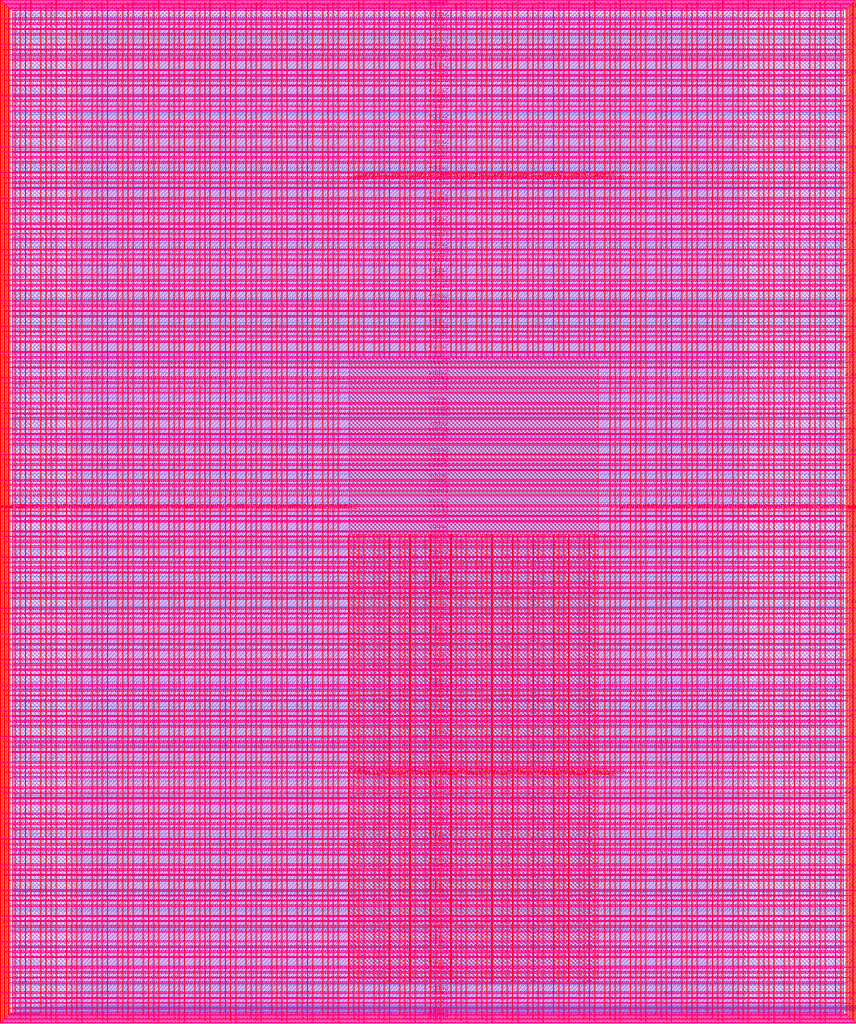
<source format=lef>
VERSION 5.7 ;
  NOWIREEXTENSIONATPIN ON ;
  DIVIDERCHAR "/" ;
  BUSBITCHARS "[]" ;
MACRO user_project_wrapper
  CLASS BLOCK ;
  FOREIGN user_project_wrapper ;
  ORIGIN 0.000 0.000 ;
  SIZE 2920.000 BY 3520.000 ;
  PIN analog_io[0]
    DIRECTION INOUT ;
    USE SIGNAL ;
    PORT
      LAYER met3 ;
        RECT 2917.600 1426.380 2924.800 1427.580 ;
    END
  END analog_io[0]
  PIN analog_io[10]
    DIRECTION INOUT ;
    USE SIGNAL ;
    PORT
      LAYER met2 ;
        RECT 2230.490 3517.600 2231.050 3524.800 ;
    END
  END analog_io[10]
  PIN analog_io[11]
    DIRECTION INOUT ;
    USE SIGNAL ;
    PORT
      LAYER met2 ;
        RECT 1905.730 3517.600 1906.290 3524.800 ;
    END
  END analog_io[11]
  PIN analog_io[12]
    DIRECTION INOUT ;
    USE SIGNAL ;
    PORT
      LAYER met2 ;
        RECT 1581.430 3517.600 1581.990 3524.800 ;
    END
  END analog_io[12]
  PIN analog_io[13]
    DIRECTION INOUT ;
    USE SIGNAL ;
    PORT
      LAYER met2 ;
        RECT 1257.130 3517.600 1257.690 3524.800 ;
    END
  END analog_io[13]
  PIN analog_io[14]
    DIRECTION INOUT ;
    USE SIGNAL ;
    PORT
      LAYER met2 ;
        RECT 932.370 3517.600 932.930 3524.800 ;
    END
  END analog_io[14]
  PIN analog_io[15]
    DIRECTION INOUT ;
    USE SIGNAL ;
    PORT
      LAYER met2 ;
        RECT 608.070 3517.600 608.630 3524.800 ;
    END
  END analog_io[15]
  PIN analog_io[16]
    DIRECTION INOUT ;
    USE SIGNAL ;
    PORT
      LAYER met2 ;
        RECT 283.770 3517.600 284.330 3524.800 ;
    END
  END analog_io[16]
  PIN analog_io[17]
    DIRECTION INOUT ;
    USE SIGNAL ;
    PORT
      LAYER met3 ;
        RECT -4.800 3486.100 2.400 3487.300 ;
    END
  END analog_io[17]
  PIN analog_io[18]
    DIRECTION INOUT ;
    USE SIGNAL ;
    PORT
      LAYER met3 ;
        RECT -4.800 3224.980 2.400 3226.180 ;
    END
  END analog_io[18]
  PIN analog_io[19]
    DIRECTION INOUT ;
    USE SIGNAL ;
    PORT
      LAYER met3 ;
        RECT -4.800 2964.540 2.400 2965.740 ;
    END
  END analog_io[19]
  PIN analog_io[1]
    DIRECTION INOUT ;
    USE SIGNAL ;
    PORT
      LAYER met3 ;
        RECT 2917.600 1692.260 2924.800 1693.460 ;
    END
  END analog_io[1]
  PIN analog_io[20]
    DIRECTION INOUT ;
    USE SIGNAL ;
    PORT
      LAYER met3 ;
        RECT -4.800 2703.420 2.400 2704.620 ;
    END
  END analog_io[20]
  PIN analog_io[21]
    DIRECTION INOUT ;
    USE SIGNAL ;
    PORT
      LAYER met3 ;
        RECT -4.800 2442.980 2.400 2444.180 ;
    END
  END analog_io[21]
  PIN analog_io[22]
    DIRECTION INOUT ;
    USE SIGNAL ;
    PORT
      LAYER met3 ;
        RECT -4.800 2182.540 2.400 2183.740 ;
    END
  END analog_io[22]
  PIN analog_io[23]
    DIRECTION INOUT ;
    USE SIGNAL ;
    PORT
      LAYER met3 ;
        RECT -4.800 1921.420 2.400 1922.620 ;
    END
  END analog_io[23]
  PIN analog_io[24]
    DIRECTION INOUT ;
    USE SIGNAL ;
    PORT
      LAYER met3 ;
        RECT -4.800 1660.980 2.400 1662.180 ;
    END
  END analog_io[24]
  PIN analog_io[25]
    DIRECTION INOUT ;
    USE SIGNAL ;
    PORT
      LAYER met3 ;
        RECT -4.800 1399.860 2.400 1401.060 ;
    END
  END analog_io[25]
  PIN analog_io[26]
    DIRECTION INOUT ;
    USE SIGNAL ;
    PORT
      LAYER met3 ;
        RECT -4.800 1139.420 2.400 1140.620 ;
    END
  END analog_io[26]
  PIN analog_io[27]
    DIRECTION INOUT ;
    USE SIGNAL ;
    PORT
      LAYER met3 ;
        RECT -4.800 878.980 2.400 880.180 ;
    END
  END analog_io[27]
  PIN analog_io[28]
    DIRECTION INOUT ;
    USE SIGNAL ;
    PORT
      LAYER met3 ;
        RECT -4.800 617.860 2.400 619.060 ;
    END
  END analog_io[28]
  PIN analog_io[2]
    DIRECTION INOUT ;
    USE SIGNAL ;
    PORT
      LAYER met3 ;
        RECT 2917.600 1958.140 2924.800 1959.340 ;
    END
  END analog_io[2]
  PIN analog_io[3]
    DIRECTION INOUT ;
    USE SIGNAL ;
    PORT
      LAYER met3 ;
        RECT 2917.600 2223.340 2924.800 2224.540 ;
    END
  END analog_io[3]
  PIN analog_io[4]
    DIRECTION INOUT ;
    USE SIGNAL ;
    PORT
      LAYER met3 ;
        RECT 2917.600 2489.220 2924.800 2490.420 ;
    END
  END analog_io[4]
  PIN analog_io[5]
    DIRECTION INOUT ;
    USE SIGNAL ;
    PORT
      LAYER met3 ;
        RECT 2917.600 2755.100 2924.800 2756.300 ;
    END
  END analog_io[5]
  PIN analog_io[6]
    DIRECTION INOUT ;
    USE SIGNAL ;
    PORT
      LAYER met3 ;
        RECT 2917.600 3020.300 2924.800 3021.500 ;
    END
  END analog_io[6]
  PIN analog_io[7]
    DIRECTION INOUT ;
    USE SIGNAL ;
    PORT
      LAYER met3 ;
        RECT 2917.600 3286.180 2924.800 3287.380 ;
    END
  END analog_io[7]
  PIN analog_io[8]
    DIRECTION INOUT ;
    USE SIGNAL ;
    PORT
      LAYER met2 ;
        RECT 2879.090 3517.600 2879.650 3524.800 ;
    END
  END analog_io[8]
  PIN analog_io[9]
    DIRECTION INOUT ;
    USE SIGNAL ;
    PORT
      LAYER met2 ;
        RECT 2554.790 3517.600 2555.350 3524.800 ;
    END
  END analog_io[9]
  PIN io_in[0]
    DIRECTION INPUT ;
    USE SIGNAL ;
    PORT
      LAYER met3 ;
        RECT 2917.600 32.380 2924.800 33.580 ;
    END
  END io_in[0]
  PIN io_in[10]
    DIRECTION INPUT ;
    USE SIGNAL ;
    PORT
      LAYER met3 ;
        RECT 2917.600 2289.980 2924.800 2291.180 ;
    END
  END io_in[10]
  PIN io_in[11]
    DIRECTION INPUT ;
    USE SIGNAL ;
    PORT
      LAYER met3 ;
        RECT 2917.600 2555.860 2924.800 2557.060 ;
    END
  END io_in[11]
  PIN io_in[12]
    DIRECTION INPUT ;
    USE SIGNAL ;
    PORT
      LAYER met3 ;
        RECT 2917.600 2821.060 2924.800 2822.260 ;
    END
  END io_in[12]
  PIN io_in[13]
    DIRECTION INPUT ;
    USE SIGNAL ;
    PORT
      LAYER met3 ;
        RECT 2917.600 3086.940 2924.800 3088.140 ;
    END
  END io_in[13]
  PIN io_in[14]
    DIRECTION INPUT ;
    USE SIGNAL ;
    PORT
      LAYER met3 ;
        RECT 2917.600 3352.820 2924.800 3354.020 ;
    END
  END io_in[14]
  PIN io_in[15]
    DIRECTION INPUT ;
    USE SIGNAL ;
    PORT
      LAYER met2 ;
        RECT 2798.130 3517.600 2798.690 3524.800 ;
    END
  END io_in[15]
  PIN io_in[16]
    DIRECTION INPUT ;
    USE SIGNAL ;
    PORT
      LAYER met2 ;
        RECT 2473.830 3517.600 2474.390 3524.800 ;
    END
  END io_in[16]
  PIN io_in[17]
    DIRECTION INPUT ;
    USE SIGNAL ;
    PORT
      LAYER met2 ;
        RECT 2149.070 3517.600 2149.630 3524.800 ;
    END
  END io_in[17]
  PIN io_in[18]
    DIRECTION INPUT ;
    USE SIGNAL ;
    PORT
      LAYER met2 ;
        RECT 1824.770 3517.600 1825.330 3524.800 ;
    END
  END io_in[18]
  PIN io_in[19]
    DIRECTION INPUT ;
    USE SIGNAL ;
    PORT
      LAYER met2 ;
        RECT 1500.470 3517.600 1501.030 3524.800 ;
    END
  END io_in[19]
  PIN io_in[1]
    DIRECTION INPUT ;
    USE SIGNAL ;
    PORT
      LAYER met3 ;
        RECT 2917.600 230.940 2924.800 232.140 ;
    END
  END io_in[1]
  PIN io_in[20]
    DIRECTION INPUT ;
    USE SIGNAL ;
    PORT
      LAYER met2 ;
        RECT 1175.710 3517.600 1176.270 3524.800 ;
    END
  END io_in[20]
  PIN io_in[21]
    DIRECTION INPUT ;
    USE SIGNAL ;
    PORT
      LAYER met2 ;
        RECT 851.410 3517.600 851.970 3524.800 ;
    END
  END io_in[21]
  PIN io_in[22]
    DIRECTION INPUT ;
    USE SIGNAL ;
    PORT
      LAYER met2 ;
        RECT 527.110 3517.600 527.670 3524.800 ;
    END
  END io_in[22]
  PIN io_in[23]
    DIRECTION INPUT ;
    USE SIGNAL ;
    PORT
      LAYER met2 ;
        RECT 202.350 3517.600 202.910 3524.800 ;
    END
  END io_in[23]
  PIN io_in[24]
    DIRECTION INPUT ;
    USE SIGNAL ;
    PORT
      LAYER met3 ;
        RECT -4.800 3420.820 2.400 3422.020 ;
    END
  END io_in[24]
  PIN io_in[25]
    DIRECTION INPUT ;
    USE SIGNAL ;
    PORT
      LAYER met3 ;
        RECT -4.800 3159.700 2.400 3160.900 ;
    END
  END io_in[25]
  PIN io_in[26]
    DIRECTION INPUT ;
    USE SIGNAL ;
    PORT
      LAYER met3 ;
        RECT -4.800 2899.260 2.400 2900.460 ;
    END
  END io_in[26]
  PIN io_in[27]
    DIRECTION INPUT ;
    USE SIGNAL ;
    PORT
      LAYER met3 ;
        RECT -4.800 2638.820 2.400 2640.020 ;
    END
  END io_in[27]
  PIN io_in[28]
    DIRECTION INPUT ;
    USE SIGNAL ;
    PORT
      LAYER met3 ;
        RECT -4.800 2377.700 2.400 2378.900 ;
    END
  END io_in[28]
  PIN io_in[29]
    DIRECTION INPUT ;
    USE SIGNAL ;
    PORT
      LAYER met3 ;
        RECT -4.800 2117.260 2.400 2118.460 ;
    END
  END io_in[29]
  PIN io_in[2]
    DIRECTION INPUT ;
    USE SIGNAL ;
    PORT
      LAYER met3 ;
        RECT 2917.600 430.180 2924.800 431.380 ;
    END
  END io_in[2]
  PIN io_in[30]
    DIRECTION INPUT ;
    USE SIGNAL ;
    PORT
      LAYER met3 ;
        RECT -4.800 1856.140 2.400 1857.340 ;
    END
  END io_in[30]
  PIN io_in[31]
    DIRECTION INPUT ;
    USE SIGNAL ;
    PORT
      LAYER met3 ;
        RECT -4.800 1595.700 2.400 1596.900 ;
    END
  END io_in[31]
  PIN io_in[32]
    DIRECTION INPUT ;
    USE SIGNAL ;
    PORT
      LAYER met3 ;
        RECT -4.800 1335.260 2.400 1336.460 ;
    END
  END io_in[32]
  PIN io_in[33]
    DIRECTION INPUT ;
    USE SIGNAL ;
    PORT
      LAYER met3 ;
        RECT -4.800 1074.140 2.400 1075.340 ;
    END
  END io_in[33]
  PIN io_in[34]
    DIRECTION INPUT ;
    USE SIGNAL ;
    PORT
      LAYER met3 ;
        RECT -4.800 813.700 2.400 814.900 ;
    END
  END io_in[34]
  PIN io_in[35]
    DIRECTION INPUT ;
    USE SIGNAL ;
    PORT
      LAYER met3 ;
        RECT -4.800 552.580 2.400 553.780 ;
    END
  END io_in[35]
  PIN io_in[36]
    DIRECTION INPUT ;
    USE SIGNAL ;
    PORT
      LAYER met3 ;
        RECT -4.800 357.420 2.400 358.620 ;
    END
  END io_in[36]
  PIN io_in[37]
    DIRECTION INPUT ;
    USE SIGNAL ;
    PORT
      LAYER met3 ;
        RECT -4.800 161.580 2.400 162.780 ;
    END
  END io_in[37]
  PIN io_in[3]
    DIRECTION INPUT ;
    USE SIGNAL ;
    PORT
      LAYER met3 ;
        RECT 2917.600 629.420 2924.800 630.620 ;
    END
  END io_in[3]
  PIN io_in[4]
    DIRECTION INPUT ;
    USE SIGNAL ;
    PORT
      LAYER met3 ;
        RECT 2917.600 828.660 2924.800 829.860 ;
    END
  END io_in[4]
  PIN io_in[5]
    DIRECTION INPUT ;
    USE SIGNAL ;
    PORT
      LAYER met3 ;
        RECT 2917.600 1027.900 2924.800 1029.100 ;
    END
  END io_in[5]
  PIN io_in[6]
    DIRECTION INPUT ;
    USE SIGNAL ;
    PORT
      LAYER met3 ;
        RECT 2917.600 1227.140 2924.800 1228.340 ;
    END
  END io_in[6]
  PIN io_in[7]
    DIRECTION INPUT ;
    USE SIGNAL ;
    PORT
      LAYER met3 ;
        RECT 2917.600 1493.020 2924.800 1494.220 ;
    END
  END io_in[7]
  PIN io_in[8]
    DIRECTION INPUT ;
    USE SIGNAL ;
    PORT
      LAYER met3 ;
        RECT 2917.600 1758.900 2924.800 1760.100 ;
    END
  END io_in[8]
  PIN io_in[9]
    DIRECTION INPUT ;
    USE SIGNAL ;
    PORT
      LAYER met3 ;
        RECT 2917.600 2024.100 2924.800 2025.300 ;
    END
  END io_in[9]
  PIN io_oeb[0]
    DIRECTION OUTPUT TRISTATE ;
    USE SIGNAL ;
    PORT
      LAYER met3 ;
        RECT 2917.600 164.980 2924.800 166.180 ;
    END
  END io_oeb[0]
  PIN io_oeb[10]
    DIRECTION OUTPUT TRISTATE ;
    USE SIGNAL ;
    PORT
      LAYER met3 ;
        RECT 2917.600 2422.580 2924.800 2423.780 ;
    END
  END io_oeb[10]
  PIN io_oeb[11]
    DIRECTION OUTPUT TRISTATE ;
    USE SIGNAL ;
    PORT
      LAYER met3 ;
        RECT 2917.600 2688.460 2924.800 2689.660 ;
    END
  END io_oeb[11]
  PIN io_oeb[12]
    DIRECTION OUTPUT TRISTATE ;
    USE SIGNAL ;
    PORT
      LAYER met3 ;
        RECT 2917.600 2954.340 2924.800 2955.540 ;
    END
  END io_oeb[12]
  PIN io_oeb[13]
    DIRECTION OUTPUT TRISTATE ;
    USE SIGNAL ;
    PORT
      LAYER met3 ;
        RECT 2917.600 3219.540 2924.800 3220.740 ;
    END
  END io_oeb[13]
  PIN io_oeb[14]
    DIRECTION OUTPUT TRISTATE ;
    USE SIGNAL ;
    PORT
      LAYER met3 ;
        RECT 2917.600 3485.420 2924.800 3486.620 ;
    END
  END io_oeb[14]
  PIN io_oeb[15]
    DIRECTION OUTPUT TRISTATE ;
    USE SIGNAL ;
    PORT
      LAYER met2 ;
        RECT 2635.750 3517.600 2636.310 3524.800 ;
    END
  END io_oeb[15]
  PIN io_oeb[16]
    DIRECTION OUTPUT TRISTATE ;
    USE SIGNAL ;
    PORT
      LAYER met2 ;
        RECT 2311.450 3517.600 2312.010 3524.800 ;
    END
  END io_oeb[16]
  PIN io_oeb[17]
    DIRECTION OUTPUT TRISTATE ;
    USE SIGNAL ;
    PORT
      LAYER met2 ;
        RECT 1987.150 3517.600 1987.710 3524.800 ;
    END
  END io_oeb[17]
  PIN io_oeb[18]
    DIRECTION OUTPUT TRISTATE ;
    USE SIGNAL ;
    PORT
      LAYER met2 ;
        RECT 1662.390 3517.600 1662.950 3524.800 ;
    END
  END io_oeb[18]
  PIN io_oeb[19]
    DIRECTION OUTPUT TRISTATE ;
    USE SIGNAL ;
    PORT
      LAYER met2 ;
        RECT 1338.090 3517.600 1338.650 3524.800 ;
    END
  END io_oeb[19]
  PIN io_oeb[1]
    DIRECTION OUTPUT TRISTATE ;
    USE SIGNAL ;
    PORT
      LAYER met3 ;
        RECT 2917.600 364.220 2924.800 365.420 ;
    END
  END io_oeb[1]
  PIN io_oeb[20]
    DIRECTION OUTPUT TRISTATE ;
    USE SIGNAL ;
    PORT
      LAYER met2 ;
        RECT 1013.790 3517.600 1014.350 3524.800 ;
    END
  END io_oeb[20]
  PIN io_oeb[21]
    DIRECTION OUTPUT TRISTATE ;
    USE SIGNAL ;
    PORT
      LAYER met2 ;
        RECT 689.030 3517.600 689.590 3524.800 ;
    END
  END io_oeb[21]
  PIN io_oeb[22]
    DIRECTION OUTPUT TRISTATE ;
    USE SIGNAL ;
    PORT
      LAYER met2 ;
        RECT 364.730 3517.600 365.290 3524.800 ;
    END
  END io_oeb[22]
  PIN io_oeb[23]
    DIRECTION OUTPUT TRISTATE ;
    USE SIGNAL ;
    PORT
      LAYER met2 ;
        RECT 40.430 3517.600 40.990 3524.800 ;
    END
  END io_oeb[23]
  PIN io_oeb[24]
    DIRECTION OUTPUT TRISTATE ;
    USE SIGNAL ;
    PORT
      LAYER met3 ;
        RECT -4.800 3290.260 2.400 3291.460 ;
    END
  END io_oeb[24]
  PIN io_oeb[25]
    DIRECTION OUTPUT TRISTATE ;
    USE SIGNAL ;
    PORT
      LAYER met3 ;
        RECT -4.800 3029.820 2.400 3031.020 ;
    END
  END io_oeb[25]
  PIN io_oeb[26]
    DIRECTION OUTPUT TRISTATE ;
    USE SIGNAL ;
    PORT
      LAYER met3 ;
        RECT -4.800 2768.700 2.400 2769.900 ;
    END
  END io_oeb[26]
  PIN io_oeb[27]
    DIRECTION OUTPUT TRISTATE ;
    USE SIGNAL ;
    PORT
      LAYER met3 ;
        RECT -4.800 2508.260 2.400 2509.460 ;
    END
  END io_oeb[27]
  PIN io_oeb[28]
    DIRECTION OUTPUT TRISTATE ;
    USE SIGNAL ;
    PORT
      LAYER met3 ;
        RECT -4.800 2247.140 2.400 2248.340 ;
    END
  END io_oeb[28]
  PIN io_oeb[29]
    DIRECTION OUTPUT TRISTATE ;
    USE SIGNAL ;
    PORT
      LAYER met3 ;
        RECT -4.800 1986.700 2.400 1987.900 ;
    END
  END io_oeb[29]
  PIN io_oeb[2]
    DIRECTION OUTPUT TRISTATE ;
    USE SIGNAL ;
    PORT
      LAYER met3 ;
        RECT 2917.600 563.460 2924.800 564.660 ;
    END
  END io_oeb[2]
  PIN io_oeb[30]
    DIRECTION OUTPUT TRISTATE ;
    USE SIGNAL ;
    PORT
      LAYER met3 ;
        RECT -4.800 1726.260 2.400 1727.460 ;
    END
  END io_oeb[30]
  PIN io_oeb[31]
    DIRECTION OUTPUT TRISTATE ;
    USE SIGNAL ;
    PORT
      LAYER met3 ;
        RECT -4.800 1465.140 2.400 1466.340 ;
    END
  END io_oeb[31]
  PIN io_oeb[32]
    DIRECTION OUTPUT TRISTATE ;
    USE SIGNAL ;
    PORT
      LAYER met3 ;
        RECT -4.800 1204.700 2.400 1205.900 ;
    END
  END io_oeb[32]
  PIN io_oeb[33]
    DIRECTION OUTPUT TRISTATE ;
    USE SIGNAL ;
    PORT
      LAYER met3 ;
        RECT -4.800 943.580 2.400 944.780 ;
    END
  END io_oeb[33]
  PIN io_oeb[34]
    DIRECTION OUTPUT TRISTATE ;
    USE SIGNAL ;
    PORT
      LAYER met3 ;
        RECT -4.800 683.140 2.400 684.340 ;
    END
  END io_oeb[34]
  PIN io_oeb[35]
    DIRECTION OUTPUT TRISTATE ;
    USE SIGNAL ;
    PORT
      LAYER met3 ;
        RECT -4.800 422.700 2.400 423.900 ;
    END
  END io_oeb[35]
  PIN io_oeb[36]
    DIRECTION OUTPUT TRISTATE ;
    USE SIGNAL ;
    PORT
      LAYER met3 ;
        RECT -4.800 226.860 2.400 228.060 ;
    END
  END io_oeb[36]
  PIN io_oeb[37]
    DIRECTION OUTPUT TRISTATE ;
    USE SIGNAL ;
    PORT
      LAYER met3 ;
        RECT -4.800 31.700 2.400 32.900 ;
    END
  END io_oeb[37]
  PIN io_oeb[3]
    DIRECTION OUTPUT TRISTATE ;
    USE SIGNAL ;
    PORT
      LAYER met3 ;
        RECT 2917.600 762.700 2924.800 763.900 ;
    END
  END io_oeb[3]
  PIN io_oeb[4]
    DIRECTION OUTPUT TRISTATE ;
    USE SIGNAL ;
    PORT
      LAYER met3 ;
        RECT 2917.600 961.940 2924.800 963.140 ;
    END
  END io_oeb[4]
  PIN io_oeb[5]
    DIRECTION OUTPUT TRISTATE ;
    USE SIGNAL ;
    PORT
      LAYER met3 ;
        RECT 2917.600 1161.180 2924.800 1162.380 ;
    END
  END io_oeb[5]
  PIN io_oeb[6]
    DIRECTION OUTPUT TRISTATE ;
    USE SIGNAL ;
    PORT
      LAYER met3 ;
        RECT 2917.600 1360.420 2924.800 1361.620 ;
    END
  END io_oeb[6]
  PIN io_oeb[7]
    DIRECTION OUTPUT TRISTATE ;
    USE SIGNAL ;
    PORT
      LAYER met3 ;
        RECT 2917.600 1625.620 2924.800 1626.820 ;
    END
  END io_oeb[7]
  PIN io_oeb[8]
    DIRECTION OUTPUT TRISTATE ;
    USE SIGNAL ;
    PORT
      LAYER met3 ;
        RECT 2917.600 1891.500 2924.800 1892.700 ;
    END
  END io_oeb[8]
  PIN io_oeb[9]
    DIRECTION OUTPUT TRISTATE ;
    USE SIGNAL ;
    PORT
      LAYER met3 ;
        RECT 2917.600 2157.380 2924.800 2158.580 ;
    END
  END io_oeb[9]
  PIN io_out[0]
    DIRECTION OUTPUT TRISTATE ;
    USE SIGNAL ;
    PORT
      LAYER met3 ;
        RECT 2917.600 98.340 2924.800 99.540 ;
    END
  END io_out[0]
  PIN io_out[10]
    DIRECTION OUTPUT TRISTATE ;
    USE SIGNAL ;
    PORT
      LAYER met3 ;
        RECT 2917.600 2356.620 2924.800 2357.820 ;
    END
  END io_out[10]
  PIN io_out[11]
    DIRECTION OUTPUT TRISTATE ;
    USE SIGNAL ;
    PORT
      LAYER met3 ;
        RECT 2917.600 2621.820 2924.800 2623.020 ;
    END
  END io_out[11]
  PIN io_out[12]
    DIRECTION OUTPUT TRISTATE ;
    USE SIGNAL ;
    PORT
      LAYER met3 ;
        RECT 2917.600 2887.700 2924.800 2888.900 ;
    END
  END io_out[12]
  PIN io_out[13]
    DIRECTION OUTPUT TRISTATE ;
    USE SIGNAL ;
    PORT
      LAYER met3 ;
        RECT 2917.600 3153.580 2924.800 3154.780 ;
    END
  END io_out[13]
  PIN io_out[14]
    DIRECTION OUTPUT TRISTATE ;
    USE SIGNAL ;
    PORT
      LAYER met3 ;
        RECT 2917.600 3418.780 2924.800 3419.980 ;
    END
  END io_out[14]
  PIN io_out[15]
    DIRECTION OUTPUT TRISTATE ;
    USE SIGNAL ;
    PORT
      LAYER met2 ;
        RECT 2717.170 3517.600 2717.730 3524.800 ;
    END
  END io_out[15]
  PIN io_out[16]
    DIRECTION OUTPUT TRISTATE ;
    USE SIGNAL ;
    PORT
      LAYER met2 ;
        RECT 2392.410 3517.600 2392.970 3524.800 ;
    END
  END io_out[16]
  PIN io_out[17]
    DIRECTION OUTPUT TRISTATE ;
    USE SIGNAL ;
    PORT
      LAYER met2 ;
        RECT 2068.110 3517.600 2068.670 3524.800 ;
    END
  END io_out[17]
  PIN io_out[18]
    DIRECTION OUTPUT TRISTATE ;
    USE SIGNAL ;
    PORT
      LAYER met2 ;
        RECT 1743.810 3517.600 1744.370 3524.800 ;
    END
  END io_out[18]
  PIN io_out[19]
    DIRECTION OUTPUT TRISTATE ;
    USE SIGNAL ;
    PORT
      LAYER met2 ;
        RECT 1419.050 3517.600 1419.610 3524.800 ;
    END
  END io_out[19]
  PIN io_out[1]
    DIRECTION OUTPUT TRISTATE ;
    USE SIGNAL ;
    PORT
      LAYER met3 ;
        RECT 2917.600 297.580 2924.800 298.780 ;
    END
  END io_out[1]
  PIN io_out[20]
    DIRECTION OUTPUT TRISTATE ;
    USE SIGNAL ;
    PORT
      LAYER met2 ;
        RECT 1094.750 3517.600 1095.310 3524.800 ;
    END
  END io_out[20]
  PIN io_out[21]
    DIRECTION OUTPUT TRISTATE ;
    USE SIGNAL ;
    PORT
      LAYER met2 ;
        RECT 770.450 3517.600 771.010 3524.800 ;
    END
  END io_out[21]
  PIN io_out[22]
    DIRECTION OUTPUT TRISTATE ;
    USE SIGNAL ;
    PORT
      LAYER met2 ;
        RECT 445.690 3517.600 446.250 3524.800 ;
    END
  END io_out[22]
  PIN io_out[23]
    DIRECTION OUTPUT TRISTATE ;
    USE SIGNAL ;
    PORT
      LAYER met2 ;
        RECT 121.390 3517.600 121.950 3524.800 ;
    END
  END io_out[23]
  PIN io_out[24]
    DIRECTION OUTPUT TRISTATE ;
    USE SIGNAL ;
    PORT
      LAYER met3 ;
        RECT -4.800 3355.540 2.400 3356.740 ;
    END
  END io_out[24]
  PIN io_out[25]
    DIRECTION OUTPUT TRISTATE ;
    USE SIGNAL ;
    PORT
      LAYER met3 ;
        RECT -4.800 3095.100 2.400 3096.300 ;
    END
  END io_out[25]
  PIN io_out[26]
    DIRECTION OUTPUT TRISTATE ;
    USE SIGNAL ;
    PORT
      LAYER met3 ;
        RECT -4.800 2833.980 2.400 2835.180 ;
    END
  END io_out[26]
  PIN io_out[27]
    DIRECTION OUTPUT TRISTATE ;
    USE SIGNAL ;
    PORT
      LAYER met3 ;
        RECT -4.800 2573.540 2.400 2574.740 ;
    END
  END io_out[27]
  PIN io_out[28]
    DIRECTION OUTPUT TRISTATE ;
    USE SIGNAL ;
    PORT
      LAYER met3 ;
        RECT -4.800 2312.420 2.400 2313.620 ;
    END
  END io_out[28]
  PIN io_out[29]
    DIRECTION OUTPUT TRISTATE ;
    USE SIGNAL ;
    PORT
      LAYER met3 ;
        RECT -4.800 2051.980 2.400 2053.180 ;
    END
  END io_out[29]
  PIN io_out[2]
    DIRECTION OUTPUT TRISTATE ;
    USE SIGNAL ;
    PORT
      LAYER met3 ;
        RECT 2917.600 496.820 2924.800 498.020 ;
    END
  END io_out[2]
  PIN io_out[30]
    DIRECTION OUTPUT TRISTATE ;
    USE SIGNAL ;
    PORT
      LAYER met3 ;
        RECT -4.800 1791.540 2.400 1792.740 ;
    END
  END io_out[30]
  PIN io_out[31]
    DIRECTION OUTPUT TRISTATE ;
    USE SIGNAL ;
    PORT
      LAYER met3 ;
        RECT -4.800 1530.420 2.400 1531.620 ;
    END
  END io_out[31]
  PIN io_out[32]
    DIRECTION OUTPUT TRISTATE ;
    USE SIGNAL ;
    PORT
      LAYER met3 ;
        RECT -4.800 1269.980 2.400 1271.180 ;
    END
  END io_out[32]
  PIN io_out[33]
    DIRECTION OUTPUT TRISTATE ;
    USE SIGNAL ;
    PORT
      LAYER met3 ;
        RECT -4.800 1008.860 2.400 1010.060 ;
    END
  END io_out[33]
  PIN io_out[34]
    DIRECTION OUTPUT TRISTATE ;
    USE SIGNAL ;
    PORT
      LAYER met3 ;
        RECT -4.800 748.420 2.400 749.620 ;
    END
  END io_out[34]
  PIN io_out[35]
    DIRECTION OUTPUT TRISTATE ;
    USE SIGNAL ;
    PORT
      LAYER met3 ;
        RECT -4.800 487.300 2.400 488.500 ;
    END
  END io_out[35]
  PIN io_out[36]
    DIRECTION OUTPUT TRISTATE ;
    USE SIGNAL ;
    PORT
      LAYER met3 ;
        RECT -4.800 292.140 2.400 293.340 ;
    END
  END io_out[36]
  PIN io_out[37]
    DIRECTION OUTPUT TRISTATE ;
    USE SIGNAL ;
    PORT
      LAYER met3 ;
        RECT -4.800 96.300 2.400 97.500 ;
    END
  END io_out[37]
  PIN io_out[3]
    DIRECTION OUTPUT TRISTATE ;
    USE SIGNAL ;
    PORT
      LAYER met3 ;
        RECT 2917.600 696.060 2924.800 697.260 ;
    END
  END io_out[3]
  PIN io_out[4]
    DIRECTION OUTPUT TRISTATE ;
    USE SIGNAL ;
    PORT
      LAYER met3 ;
        RECT 2917.600 895.300 2924.800 896.500 ;
    END
  END io_out[4]
  PIN io_out[5]
    DIRECTION OUTPUT TRISTATE ;
    USE SIGNAL ;
    PORT
      LAYER met3 ;
        RECT 2917.600 1094.540 2924.800 1095.740 ;
    END
  END io_out[5]
  PIN io_out[6]
    DIRECTION OUTPUT TRISTATE ;
    USE SIGNAL ;
    PORT
      LAYER met3 ;
        RECT 2917.600 1293.780 2924.800 1294.980 ;
    END
  END io_out[6]
  PIN io_out[7]
    DIRECTION OUTPUT TRISTATE ;
    USE SIGNAL ;
    PORT
      LAYER met3 ;
        RECT 2917.600 1559.660 2924.800 1560.860 ;
    END
  END io_out[7]
  PIN io_out[8]
    DIRECTION OUTPUT TRISTATE ;
    USE SIGNAL ;
    PORT
      LAYER met3 ;
        RECT 2917.600 1824.860 2924.800 1826.060 ;
    END
  END io_out[8]
  PIN io_out[9]
    DIRECTION OUTPUT TRISTATE ;
    USE SIGNAL ;
    PORT
      LAYER met3 ;
        RECT 2917.600 2090.740 2924.800 2091.940 ;
    END
  END io_out[9]
  PIN la_data_in[0]
    DIRECTION INPUT ;
    USE SIGNAL ;
    PORT
      LAYER met2 ;
        RECT 629.230 -4.800 629.790 2.400 ;
    END
  END la_data_in[0]
  PIN la_data_in[100]
    DIRECTION INPUT ;
    USE SIGNAL ;
    PORT
      LAYER met2 ;
        RECT 2402.530 -4.800 2403.090 2.400 ;
    END
  END la_data_in[100]
  PIN la_data_in[101]
    DIRECTION INPUT ;
    USE SIGNAL ;
    PORT
      LAYER met2 ;
        RECT 2420.010 -4.800 2420.570 2.400 ;
    END
  END la_data_in[101]
  PIN la_data_in[102]
    DIRECTION INPUT ;
    USE SIGNAL ;
    PORT
      LAYER met2 ;
        RECT 2437.950 -4.800 2438.510 2.400 ;
    END
  END la_data_in[102]
  PIN la_data_in[103]
    DIRECTION INPUT ;
    USE SIGNAL ;
    PORT
      LAYER met2 ;
        RECT 2455.430 -4.800 2455.990 2.400 ;
    END
  END la_data_in[103]
  PIN la_data_in[104]
    DIRECTION INPUT ;
    USE SIGNAL ;
    PORT
      LAYER met2 ;
        RECT 2473.370 -4.800 2473.930 2.400 ;
    END
  END la_data_in[104]
  PIN la_data_in[105]
    DIRECTION INPUT ;
    USE SIGNAL ;
    PORT
      LAYER met2 ;
        RECT 2490.850 -4.800 2491.410 2.400 ;
    END
  END la_data_in[105]
  PIN la_data_in[106]
    DIRECTION INPUT ;
    USE SIGNAL ;
    PORT
      LAYER met2 ;
        RECT 2508.790 -4.800 2509.350 2.400 ;
    END
  END la_data_in[106]
  PIN la_data_in[107]
    DIRECTION INPUT ;
    USE SIGNAL ;
    PORT
      LAYER met2 ;
        RECT 2526.730 -4.800 2527.290 2.400 ;
    END
  END la_data_in[107]
  PIN la_data_in[108]
    DIRECTION INPUT ;
    USE SIGNAL ;
    PORT
      LAYER met2 ;
        RECT 2544.210 -4.800 2544.770 2.400 ;
    END
  END la_data_in[108]
  PIN la_data_in[109]
    DIRECTION INPUT ;
    USE SIGNAL ;
    PORT
      LAYER met2 ;
        RECT 2562.150 -4.800 2562.710 2.400 ;
    END
  END la_data_in[109]
  PIN la_data_in[10]
    DIRECTION INPUT ;
    USE SIGNAL ;
    PORT
      LAYER met2 ;
        RECT 806.330 -4.800 806.890 2.400 ;
    END
  END la_data_in[10]
  PIN la_data_in[110]
    DIRECTION INPUT ;
    USE SIGNAL ;
    PORT
      LAYER met2 ;
        RECT 2579.630 -4.800 2580.190 2.400 ;
    END
  END la_data_in[110]
  PIN la_data_in[111]
    DIRECTION INPUT ;
    USE SIGNAL ;
    PORT
      LAYER met2 ;
        RECT 2597.570 -4.800 2598.130 2.400 ;
    END
  END la_data_in[111]
  PIN la_data_in[112]
    DIRECTION INPUT ;
    USE SIGNAL ;
    PORT
      LAYER met2 ;
        RECT 2615.050 -4.800 2615.610 2.400 ;
    END
  END la_data_in[112]
  PIN la_data_in[113]
    DIRECTION INPUT ;
    USE SIGNAL ;
    PORT
      LAYER met2 ;
        RECT 2632.990 -4.800 2633.550 2.400 ;
    END
  END la_data_in[113]
  PIN la_data_in[114]
    DIRECTION INPUT ;
    USE SIGNAL ;
    PORT
      LAYER met2 ;
        RECT 2650.470 -4.800 2651.030 2.400 ;
    END
  END la_data_in[114]
  PIN la_data_in[115]
    DIRECTION INPUT ;
    USE SIGNAL ;
    PORT
      LAYER met2 ;
        RECT 2668.410 -4.800 2668.970 2.400 ;
    END
  END la_data_in[115]
  PIN la_data_in[116]
    DIRECTION INPUT ;
    USE SIGNAL ;
    PORT
      LAYER met2 ;
        RECT 2685.890 -4.800 2686.450 2.400 ;
    END
  END la_data_in[116]
  PIN la_data_in[117]
    DIRECTION INPUT ;
    USE SIGNAL ;
    PORT
      LAYER met2 ;
        RECT 2703.830 -4.800 2704.390 2.400 ;
    END
  END la_data_in[117]
  PIN la_data_in[118]
    DIRECTION INPUT ;
    USE SIGNAL ;
    PORT
      LAYER met2 ;
        RECT 2721.770 -4.800 2722.330 2.400 ;
    END
  END la_data_in[118]
  PIN la_data_in[119]
    DIRECTION INPUT ;
    USE SIGNAL ;
    PORT
      LAYER met2 ;
        RECT 2739.250 -4.800 2739.810 2.400 ;
    END
  END la_data_in[119]
  PIN la_data_in[11]
    DIRECTION INPUT ;
    USE SIGNAL ;
    PORT
      LAYER met2 ;
        RECT 824.270 -4.800 824.830 2.400 ;
    END
  END la_data_in[11]
  PIN la_data_in[120]
    DIRECTION INPUT ;
    USE SIGNAL ;
    PORT
      LAYER met2 ;
        RECT 2757.190 -4.800 2757.750 2.400 ;
    END
  END la_data_in[120]
  PIN la_data_in[121]
    DIRECTION INPUT ;
    USE SIGNAL ;
    PORT
      LAYER met2 ;
        RECT 2774.670 -4.800 2775.230 2.400 ;
    END
  END la_data_in[121]
  PIN la_data_in[122]
    DIRECTION INPUT ;
    USE SIGNAL ;
    PORT
      LAYER met2 ;
        RECT 2792.610 -4.800 2793.170 2.400 ;
    END
  END la_data_in[122]
  PIN la_data_in[123]
    DIRECTION INPUT ;
    USE SIGNAL ;
    PORT
      LAYER met2 ;
        RECT 2810.090 -4.800 2810.650 2.400 ;
    END
  END la_data_in[123]
  PIN la_data_in[124]
    DIRECTION INPUT ;
    USE SIGNAL ;
    PORT
      LAYER met2 ;
        RECT 2828.030 -4.800 2828.590 2.400 ;
    END
  END la_data_in[124]
  PIN la_data_in[125]
    DIRECTION INPUT ;
    USE SIGNAL ;
    PORT
      LAYER met2 ;
        RECT 2845.510 -4.800 2846.070 2.400 ;
    END
  END la_data_in[125]
  PIN la_data_in[126]
    DIRECTION INPUT ;
    USE SIGNAL ;
    PORT
      LAYER met2 ;
        RECT 2863.450 -4.800 2864.010 2.400 ;
    END
  END la_data_in[126]
  PIN la_data_in[127]
    DIRECTION INPUT ;
    USE SIGNAL ;
    PORT
      LAYER met2 ;
        RECT 2881.390 -4.800 2881.950 2.400 ;
    END
  END la_data_in[127]
  PIN la_data_in[12]
    DIRECTION INPUT ;
    USE SIGNAL ;
    PORT
      LAYER met2 ;
        RECT 841.750 -4.800 842.310 2.400 ;
    END
  END la_data_in[12]
  PIN la_data_in[13]
    DIRECTION INPUT ;
    USE SIGNAL ;
    PORT
      LAYER met2 ;
        RECT 859.690 -4.800 860.250 2.400 ;
    END
  END la_data_in[13]
  PIN la_data_in[14]
    DIRECTION INPUT ;
    USE SIGNAL ;
    PORT
      LAYER met2 ;
        RECT 877.170 -4.800 877.730 2.400 ;
    END
  END la_data_in[14]
  PIN la_data_in[15]
    DIRECTION INPUT ;
    USE SIGNAL ;
    PORT
      LAYER met2 ;
        RECT 895.110 -4.800 895.670 2.400 ;
    END
  END la_data_in[15]
  PIN la_data_in[16]
    DIRECTION INPUT ;
    USE SIGNAL ;
    PORT
      LAYER met2 ;
        RECT 912.590 -4.800 913.150 2.400 ;
    END
  END la_data_in[16]
  PIN la_data_in[17]
    DIRECTION INPUT ;
    USE SIGNAL ;
    PORT
      LAYER met2 ;
        RECT 930.530 -4.800 931.090 2.400 ;
    END
  END la_data_in[17]
  PIN la_data_in[18]
    DIRECTION INPUT ;
    USE SIGNAL ;
    PORT
      LAYER met2 ;
        RECT 948.470 -4.800 949.030 2.400 ;
    END
  END la_data_in[18]
  PIN la_data_in[19]
    DIRECTION INPUT ;
    USE SIGNAL ;
    PORT
      LAYER met2 ;
        RECT 965.950 -4.800 966.510 2.400 ;
    END
  END la_data_in[19]
  PIN la_data_in[1]
    DIRECTION INPUT ;
    USE SIGNAL ;
    PORT
      LAYER met2 ;
        RECT 646.710 -4.800 647.270 2.400 ;
    END
  END la_data_in[1]
  PIN la_data_in[20]
    DIRECTION INPUT ;
    USE SIGNAL ;
    PORT
      LAYER met2 ;
        RECT 983.890 -4.800 984.450 2.400 ;
    END
  END la_data_in[20]
  PIN la_data_in[21]
    DIRECTION INPUT ;
    USE SIGNAL ;
    PORT
      LAYER met2 ;
        RECT 1001.370 -4.800 1001.930 2.400 ;
    END
  END la_data_in[21]
  PIN la_data_in[22]
    DIRECTION INPUT ;
    USE SIGNAL ;
    PORT
      LAYER met2 ;
        RECT 1019.310 -4.800 1019.870 2.400 ;
    END
  END la_data_in[22]
  PIN la_data_in[23]
    DIRECTION INPUT ;
    USE SIGNAL ;
    PORT
      LAYER met2 ;
        RECT 1036.790 -4.800 1037.350 2.400 ;
    END
  END la_data_in[23]
  PIN la_data_in[24]
    DIRECTION INPUT ;
    USE SIGNAL ;
    PORT
      LAYER met2 ;
        RECT 1054.730 -4.800 1055.290 2.400 ;
    END
  END la_data_in[24]
  PIN la_data_in[25]
    DIRECTION INPUT ;
    USE SIGNAL ;
    PORT
      LAYER met2 ;
        RECT 1072.210 -4.800 1072.770 2.400 ;
    END
  END la_data_in[25]
  PIN la_data_in[26]
    DIRECTION INPUT ;
    USE SIGNAL ;
    PORT
      LAYER met2 ;
        RECT 1090.150 -4.800 1090.710 2.400 ;
    END
  END la_data_in[26]
  PIN la_data_in[27]
    DIRECTION INPUT ;
    USE SIGNAL ;
    PORT
      LAYER met2 ;
        RECT 1107.630 -4.800 1108.190 2.400 ;
    END
  END la_data_in[27]
  PIN la_data_in[28]
    DIRECTION INPUT ;
    USE SIGNAL ;
    PORT
      LAYER met2 ;
        RECT 1125.570 -4.800 1126.130 2.400 ;
    END
  END la_data_in[28]
  PIN la_data_in[29]
    DIRECTION INPUT ;
    USE SIGNAL ;
    PORT
      LAYER met2 ;
        RECT 1143.510 -4.800 1144.070 2.400 ;
    END
  END la_data_in[29]
  PIN la_data_in[2]
    DIRECTION INPUT ;
    USE SIGNAL ;
    PORT
      LAYER met2 ;
        RECT 664.650 -4.800 665.210 2.400 ;
    END
  END la_data_in[2]
  PIN la_data_in[30]
    DIRECTION INPUT ;
    USE SIGNAL ;
    PORT
      LAYER met2 ;
        RECT 1160.990 -4.800 1161.550 2.400 ;
    END
  END la_data_in[30]
  PIN la_data_in[31]
    DIRECTION INPUT ;
    USE SIGNAL ;
    PORT
      LAYER met2 ;
        RECT 1178.930 -4.800 1179.490 2.400 ;
    END
  END la_data_in[31]
  PIN la_data_in[32]
    DIRECTION INPUT ;
    USE SIGNAL ;
    PORT
      LAYER met2 ;
        RECT 1196.410 -4.800 1196.970 2.400 ;
    END
  END la_data_in[32]
  PIN la_data_in[33]
    DIRECTION INPUT ;
    USE SIGNAL ;
    PORT
      LAYER met2 ;
        RECT 1214.350 -4.800 1214.910 2.400 ;
    END
  END la_data_in[33]
  PIN la_data_in[34]
    DIRECTION INPUT ;
    USE SIGNAL ;
    PORT
      LAYER met2 ;
        RECT 1231.830 -4.800 1232.390 2.400 ;
    END
  END la_data_in[34]
  PIN la_data_in[35]
    DIRECTION INPUT ;
    USE SIGNAL ;
    PORT
      LAYER met2 ;
        RECT 1249.770 -4.800 1250.330 2.400 ;
    END
  END la_data_in[35]
  PIN la_data_in[36]
    DIRECTION INPUT ;
    USE SIGNAL ;
    PORT
      LAYER met2 ;
        RECT 1267.250 -4.800 1267.810 2.400 ;
    END
  END la_data_in[36]
  PIN la_data_in[37]
    DIRECTION INPUT ;
    USE SIGNAL ;
    PORT
      LAYER met2 ;
        RECT 1285.190 -4.800 1285.750 2.400 ;
    END
  END la_data_in[37]
  PIN la_data_in[38]
    DIRECTION INPUT ;
    USE SIGNAL ;
    PORT
      LAYER met2 ;
        RECT 1303.130 -4.800 1303.690 2.400 ;
    END
  END la_data_in[38]
  PIN la_data_in[39]
    DIRECTION INPUT ;
    USE SIGNAL ;
    PORT
      LAYER met2 ;
        RECT 1320.610 -4.800 1321.170 2.400 ;
    END
  END la_data_in[39]
  PIN la_data_in[3]
    DIRECTION INPUT ;
    USE SIGNAL ;
    PORT
      LAYER met2 ;
        RECT 682.130 -4.800 682.690 2.400 ;
    END
  END la_data_in[3]
  PIN la_data_in[40]
    DIRECTION INPUT ;
    USE SIGNAL ;
    PORT
      LAYER met2 ;
        RECT 1338.550 -4.800 1339.110 2.400 ;
    END
  END la_data_in[40]
  PIN la_data_in[41]
    DIRECTION INPUT ;
    USE SIGNAL ;
    PORT
      LAYER met2 ;
        RECT 1356.030 -4.800 1356.590 2.400 ;
    END
  END la_data_in[41]
  PIN la_data_in[42]
    DIRECTION INPUT ;
    USE SIGNAL ;
    PORT
      LAYER met2 ;
        RECT 1373.970 -4.800 1374.530 2.400 ;
    END
  END la_data_in[42]
  PIN la_data_in[43]
    DIRECTION INPUT ;
    USE SIGNAL ;
    PORT
      LAYER met2 ;
        RECT 1391.450 -4.800 1392.010 2.400 ;
    END
  END la_data_in[43]
  PIN la_data_in[44]
    DIRECTION INPUT ;
    USE SIGNAL ;
    PORT
      LAYER met2 ;
        RECT 1409.390 -4.800 1409.950 2.400 ;
    END
  END la_data_in[44]
  PIN la_data_in[45]
    DIRECTION INPUT ;
    USE SIGNAL ;
    PORT
      LAYER met2 ;
        RECT 1426.870 -4.800 1427.430 2.400 ;
    END
  END la_data_in[45]
  PIN la_data_in[46]
    DIRECTION INPUT ;
    USE SIGNAL ;
    PORT
      LAYER met2 ;
        RECT 1444.810 -4.800 1445.370 2.400 ;
    END
  END la_data_in[46]
  PIN la_data_in[47]
    DIRECTION INPUT ;
    USE SIGNAL ;
    PORT
      LAYER met2 ;
        RECT 1462.750 -4.800 1463.310 2.400 ;
    END
  END la_data_in[47]
  PIN la_data_in[48]
    DIRECTION INPUT ;
    USE SIGNAL ;
    PORT
      LAYER met2 ;
        RECT 1480.230 -4.800 1480.790 2.400 ;
    END
  END la_data_in[48]
  PIN la_data_in[49]
    DIRECTION INPUT ;
    USE SIGNAL ;
    PORT
      LAYER met2 ;
        RECT 1498.170 -4.800 1498.730 2.400 ;
    END
  END la_data_in[49]
  PIN la_data_in[4]
    DIRECTION INPUT ;
    USE SIGNAL ;
    PORT
      LAYER met2 ;
        RECT 700.070 -4.800 700.630 2.400 ;
    END
  END la_data_in[4]
  PIN la_data_in[50]
    DIRECTION INPUT ;
    USE SIGNAL ;
    PORT
      LAYER met2 ;
        RECT 1515.650 -4.800 1516.210 2.400 ;
    END
  END la_data_in[50]
  PIN la_data_in[51]
    DIRECTION INPUT ;
    USE SIGNAL ;
    PORT
      LAYER met2 ;
        RECT 1533.590 -4.800 1534.150 2.400 ;
    END
  END la_data_in[51]
  PIN la_data_in[52]
    DIRECTION INPUT ;
    USE SIGNAL ;
    PORT
      LAYER met2 ;
        RECT 1551.070 -4.800 1551.630 2.400 ;
    END
  END la_data_in[52]
  PIN la_data_in[53]
    DIRECTION INPUT ;
    USE SIGNAL ;
    PORT
      LAYER met2 ;
        RECT 1569.010 -4.800 1569.570 2.400 ;
    END
  END la_data_in[53]
  PIN la_data_in[54]
    DIRECTION INPUT ;
    USE SIGNAL ;
    PORT
      LAYER met2 ;
        RECT 1586.490 -4.800 1587.050 2.400 ;
    END
  END la_data_in[54]
  PIN la_data_in[55]
    DIRECTION INPUT ;
    USE SIGNAL ;
    PORT
      LAYER met2 ;
        RECT 1604.430 -4.800 1604.990 2.400 ;
    END
  END la_data_in[55]
  PIN la_data_in[56]
    DIRECTION INPUT ;
    USE SIGNAL ;
    PORT
      LAYER met2 ;
        RECT 1621.910 -4.800 1622.470 2.400 ;
    END
  END la_data_in[56]
  PIN la_data_in[57]
    DIRECTION INPUT ;
    USE SIGNAL ;
    PORT
      LAYER met2 ;
        RECT 1639.850 -4.800 1640.410 2.400 ;
    END
  END la_data_in[57]
  PIN la_data_in[58]
    DIRECTION INPUT ;
    USE SIGNAL ;
    PORT
      LAYER met2 ;
        RECT 1657.790 -4.800 1658.350 2.400 ;
    END
  END la_data_in[58]
  PIN la_data_in[59]
    DIRECTION INPUT ;
    USE SIGNAL ;
    PORT
      LAYER met2 ;
        RECT 1675.270 -4.800 1675.830 2.400 ;
    END
  END la_data_in[59]
  PIN la_data_in[5]
    DIRECTION INPUT ;
    USE SIGNAL ;
    PORT
      LAYER met2 ;
        RECT 717.550 -4.800 718.110 2.400 ;
    END
  END la_data_in[5]
  PIN la_data_in[60]
    DIRECTION INPUT ;
    USE SIGNAL ;
    PORT
      LAYER met2 ;
        RECT 1693.210 -4.800 1693.770 2.400 ;
    END
  END la_data_in[60]
  PIN la_data_in[61]
    DIRECTION INPUT ;
    USE SIGNAL ;
    PORT
      LAYER met2 ;
        RECT 1710.690 -4.800 1711.250 2.400 ;
    END
  END la_data_in[61]
  PIN la_data_in[62]
    DIRECTION INPUT ;
    USE SIGNAL ;
    PORT
      LAYER met2 ;
        RECT 1728.630 -4.800 1729.190 2.400 ;
    END
  END la_data_in[62]
  PIN la_data_in[63]
    DIRECTION INPUT ;
    USE SIGNAL ;
    PORT
      LAYER met2 ;
        RECT 1746.110 -4.800 1746.670 2.400 ;
    END
  END la_data_in[63]
  PIN la_data_in[64]
    DIRECTION INPUT ;
    USE SIGNAL ;
    PORT
      LAYER met2 ;
        RECT 1764.050 -4.800 1764.610 2.400 ;
    END
  END la_data_in[64]
  PIN la_data_in[65]
    DIRECTION INPUT ;
    USE SIGNAL ;
    PORT
      LAYER met2 ;
        RECT 1781.530 -4.800 1782.090 2.400 ;
    END
  END la_data_in[65]
  PIN la_data_in[66]
    DIRECTION INPUT ;
    USE SIGNAL ;
    PORT
      LAYER met2 ;
        RECT 1799.470 -4.800 1800.030 2.400 ;
    END
  END la_data_in[66]
  PIN la_data_in[67]
    DIRECTION INPUT ;
    USE SIGNAL ;
    PORT
      LAYER met2 ;
        RECT 1817.410 -4.800 1817.970 2.400 ;
    END
  END la_data_in[67]
  PIN la_data_in[68]
    DIRECTION INPUT ;
    USE SIGNAL ;
    PORT
      LAYER met2 ;
        RECT 1834.890 -4.800 1835.450 2.400 ;
    END
  END la_data_in[68]
  PIN la_data_in[69]
    DIRECTION INPUT ;
    USE SIGNAL ;
    PORT
      LAYER met2 ;
        RECT 1852.830 -4.800 1853.390 2.400 ;
    END
  END la_data_in[69]
  PIN la_data_in[6]
    DIRECTION INPUT ;
    USE SIGNAL ;
    PORT
      LAYER met2 ;
        RECT 735.490 -4.800 736.050 2.400 ;
    END
  END la_data_in[6]
  PIN la_data_in[70]
    DIRECTION INPUT ;
    USE SIGNAL ;
    PORT
      LAYER met2 ;
        RECT 1870.310 -4.800 1870.870 2.400 ;
    END
  END la_data_in[70]
  PIN la_data_in[71]
    DIRECTION INPUT ;
    USE SIGNAL ;
    PORT
      LAYER met2 ;
        RECT 1888.250 -4.800 1888.810 2.400 ;
    END
  END la_data_in[71]
  PIN la_data_in[72]
    DIRECTION INPUT ;
    USE SIGNAL ;
    PORT
      LAYER met2 ;
        RECT 1905.730 -4.800 1906.290 2.400 ;
    END
  END la_data_in[72]
  PIN la_data_in[73]
    DIRECTION INPUT ;
    USE SIGNAL ;
    PORT
      LAYER met2 ;
        RECT 1923.670 -4.800 1924.230 2.400 ;
    END
  END la_data_in[73]
  PIN la_data_in[74]
    DIRECTION INPUT ;
    USE SIGNAL ;
    PORT
      LAYER met2 ;
        RECT 1941.150 -4.800 1941.710 2.400 ;
    END
  END la_data_in[74]
  PIN la_data_in[75]
    DIRECTION INPUT ;
    USE SIGNAL ;
    PORT
      LAYER met2 ;
        RECT 1959.090 -4.800 1959.650 2.400 ;
    END
  END la_data_in[75]
  PIN la_data_in[76]
    DIRECTION INPUT ;
    USE SIGNAL ;
    PORT
      LAYER met2 ;
        RECT 1976.570 -4.800 1977.130 2.400 ;
    END
  END la_data_in[76]
  PIN la_data_in[77]
    DIRECTION INPUT ;
    USE SIGNAL ;
    PORT
      LAYER met2 ;
        RECT 1994.510 -4.800 1995.070 2.400 ;
    END
  END la_data_in[77]
  PIN la_data_in[78]
    DIRECTION INPUT ;
    USE SIGNAL ;
    PORT
      LAYER met2 ;
        RECT 2012.450 -4.800 2013.010 2.400 ;
    END
  END la_data_in[78]
  PIN la_data_in[79]
    DIRECTION INPUT ;
    USE SIGNAL ;
    PORT
      LAYER met2 ;
        RECT 2029.930 -4.800 2030.490 2.400 ;
    END
  END la_data_in[79]
  PIN la_data_in[7]
    DIRECTION INPUT ;
    USE SIGNAL ;
    PORT
      LAYER met2 ;
        RECT 752.970 -4.800 753.530 2.400 ;
    END
  END la_data_in[7]
  PIN la_data_in[80]
    DIRECTION INPUT ;
    USE SIGNAL ;
    PORT
      LAYER met2 ;
        RECT 2047.870 -4.800 2048.430 2.400 ;
    END
  END la_data_in[80]
  PIN la_data_in[81]
    DIRECTION INPUT ;
    USE SIGNAL ;
    PORT
      LAYER met2 ;
        RECT 2065.350 -4.800 2065.910 2.400 ;
    END
  END la_data_in[81]
  PIN la_data_in[82]
    DIRECTION INPUT ;
    USE SIGNAL ;
    PORT
      LAYER met2 ;
        RECT 2083.290 -4.800 2083.850 2.400 ;
    END
  END la_data_in[82]
  PIN la_data_in[83]
    DIRECTION INPUT ;
    USE SIGNAL ;
    PORT
      LAYER met2 ;
        RECT 2100.770 -4.800 2101.330 2.400 ;
    END
  END la_data_in[83]
  PIN la_data_in[84]
    DIRECTION INPUT ;
    USE SIGNAL ;
    PORT
      LAYER met2 ;
        RECT 2118.710 -4.800 2119.270 2.400 ;
    END
  END la_data_in[84]
  PIN la_data_in[85]
    DIRECTION INPUT ;
    USE SIGNAL ;
    PORT
      LAYER met2 ;
        RECT 2136.190 -4.800 2136.750 2.400 ;
    END
  END la_data_in[85]
  PIN la_data_in[86]
    DIRECTION INPUT ;
    USE SIGNAL ;
    PORT
      LAYER met2 ;
        RECT 2154.130 -4.800 2154.690 2.400 ;
    END
  END la_data_in[86]
  PIN la_data_in[87]
    DIRECTION INPUT ;
    USE SIGNAL ;
    PORT
      LAYER met2 ;
        RECT 2172.070 -4.800 2172.630 2.400 ;
    END
  END la_data_in[87]
  PIN la_data_in[88]
    DIRECTION INPUT ;
    USE SIGNAL ;
    PORT
      LAYER met2 ;
        RECT 2189.550 -4.800 2190.110 2.400 ;
    END
  END la_data_in[88]
  PIN la_data_in[89]
    DIRECTION INPUT ;
    USE SIGNAL ;
    PORT
      LAYER met2 ;
        RECT 2207.490 -4.800 2208.050 2.400 ;
    END
  END la_data_in[89]
  PIN la_data_in[8]
    DIRECTION INPUT ;
    USE SIGNAL ;
    PORT
      LAYER met2 ;
        RECT 770.910 -4.800 771.470 2.400 ;
    END
  END la_data_in[8]
  PIN la_data_in[90]
    DIRECTION INPUT ;
    USE SIGNAL ;
    PORT
      LAYER met2 ;
        RECT 2224.970 -4.800 2225.530 2.400 ;
    END
  END la_data_in[90]
  PIN la_data_in[91]
    DIRECTION INPUT ;
    USE SIGNAL ;
    PORT
      LAYER met2 ;
        RECT 2242.910 -4.800 2243.470 2.400 ;
    END
  END la_data_in[91]
  PIN la_data_in[92]
    DIRECTION INPUT ;
    USE SIGNAL ;
    PORT
      LAYER met2 ;
        RECT 2260.390 -4.800 2260.950 2.400 ;
    END
  END la_data_in[92]
  PIN la_data_in[93]
    DIRECTION INPUT ;
    USE SIGNAL ;
    PORT
      LAYER met2 ;
        RECT 2278.330 -4.800 2278.890 2.400 ;
    END
  END la_data_in[93]
  PIN la_data_in[94]
    DIRECTION INPUT ;
    USE SIGNAL ;
    PORT
      LAYER met2 ;
        RECT 2295.810 -4.800 2296.370 2.400 ;
    END
  END la_data_in[94]
  PIN la_data_in[95]
    DIRECTION INPUT ;
    USE SIGNAL ;
    PORT
      LAYER met2 ;
        RECT 2313.750 -4.800 2314.310 2.400 ;
    END
  END la_data_in[95]
  PIN la_data_in[96]
    DIRECTION INPUT ;
    USE SIGNAL ;
    PORT
      LAYER met2 ;
        RECT 2331.230 -4.800 2331.790 2.400 ;
    END
  END la_data_in[96]
  PIN la_data_in[97]
    DIRECTION INPUT ;
    USE SIGNAL ;
    PORT
      LAYER met2 ;
        RECT 2349.170 -4.800 2349.730 2.400 ;
    END
  END la_data_in[97]
  PIN la_data_in[98]
    DIRECTION INPUT ;
    USE SIGNAL ;
    PORT
      LAYER met2 ;
        RECT 2367.110 -4.800 2367.670 2.400 ;
    END
  END la_data_in[98]
  PIN la_data_in[99]
    DIRECTION INPUT ;
    USE SIGNAL ;
    PORT
      LAYER met2 ;
        RECT 2384.590 -4.800 2385.150 2.400 ;
    END
  END la_data_in[99]
  PIN la_data_in[9]
    DIRECTION INPUT ;
    USE SIGNAL ;
    PORT
      LAYER met2 ;
        RECT 788.850 -4.800 789.410 2.400 ;
    END
  END la_data_in[9]
  PIN la_data_out[0]
    DIRECTION OUTPUT TRISTATE ;
    USE SIGNAL ;
    PORT
      LAYER met2 ;
        RECT 634.750 -4.800 635.310 2.400 ;
    END
  END la_data_out[0]
  PIN la_data_out[100]
    DIRECTION OUTPUT TRISTATE ;
    USE SIGNAL ;
    PORT
      LAYER met2 ;
        RECT 2408.510 -4.800 2409.070 2.400 ;
    END
  END la_data_out[100]
  PIN la_data_out[101]
    DIRECTION OUTPUT TRISTATE ;
    USE SIGNAL ;
    PORT
      LAYER met2 ;
        RECT 2425.990 -4.800 2426.550 2.400 ;
    END
  END la_data_out[101]
  PIN la_data_out[102]
    DIRECTION OUTPUT TRISTATE ;
    USE SIGNAL ;
    PORT
      LAYER met2 ;
        RECT 2443.930 -4.800 2444.490 2.400 ;
    END
  END la_data_out[102]
  PIN la_data_out[103]
    DIRECTION OUTPUT TRISTATE ;
    USE SIGNAL ;
    PORT
      LAYER met2 ;
        RECT 2461.410 -4.800 2461.970 2.400 ;
    END
  END la_data_out[103]
  PIN la_data_out[104]
    DIRECTION OUTPUT TRISTATE ;
    USE SIGNAL ;
    PORT
      LAYER met2 ;
        RECT 2479.350 -4.800 2479.910 2.400 ;
    END
  END la_data_out[104]
  PIN la_data_out[105]
    DIRECTION OUTPUT TRISTATE ;
    USE SIGNAL ;
    PORT
      LAYER met2 ;
        RECT 2496.830 -4.800 2497.390 2.400 ;
    END
  END la_data_out[105]
  PIN la_data_out[106]
    DIRECTION OUTPUT TRISTATE ;
    USE SIGNAL ;
    PORT
      LAYER met2 ;
        RECT 2514.770 -4.800 2515.330 2.400 ;
    END
  END la_data_out[106]
  PIN la_data_out[107]
    DIRECTION OUTPUT TRISTATE ;
    USE SIGNAL ;
    PORT
      LAYER met2 ;
        RECT 2532.250 -4.800 2532.810 2.400 ;
    END
  END la_data_out[107]
  PIN la_data_out[108]
    DIRECTION OUTPUT TRISTATE ;
    USE SIGNAL ;
    PORT
      LAYER met2 ;
        RECT 2550.190 -4.800 2550.750 2.400 ;
    END
  END la_data_out[108]
  PIN la_data_out[109]
    DIRECTION OUTPUT TRISTATE ;
    USE SIGNAL ;
    PORT
      LAYER met2 ;
        RECT 2567.670 -4.800 2568.230 2.400 ;
    END
  END la_data_out[109]
  PIN la_data_out[10]
    DIRECTION OUTPUT TRISTATE ;
    USE SIGNAL ;
    PORT
      LAYER met2 ;
        RECT 812.310 -4.800 812.870 2.400 ;
    END
  END la_data_out[10]
  PIN la_data_out[110]
    DIRECTION OUTPUT TRISTATE ;
    USE SIGNAL ;
    PORT
      LAYER met2 ;
        RECT 2585.610 -4.800 2586.170 2.400 ;
    END
  END la_data_out[110]
  PIN la_data_out[111]
    DIRECTION OUTPUT TRISTATE ;
    USE SIGNAL ;
    PORT
      LAYER met2 ;
        RECT 2603.550 -4.800 2604.110 2.400 ;
    END
  END la_data_out[111]
  PIN la_data_out[112]
    DIRECTION OUTPUT TRISTATE ;
    USE SIGNAL ;
    PORT
      LAYER met2 ;
        RECT 2621.030 -4.800 2621.590 2.400 ;
    END
  END la_data_out[112]
  PIN la_data_out[113]
    DIRECTION OUTPUT TRISTATE ;
    USE SIGNAL ;
    PORT
      LAYER met2 ;
        RECT 2638.970 -4.800 2639.530 2.400 ;
    END
  END la_data_out[113]
  PIN la_data_out[114]
    DIRECTION OUTPUT TRISTATE ;
    USE SIGNAL ;
    PORT
      LAYER met2 ;
        RECT 2656.450 -4.800 2657.010 2.400 ;
    END
  END la_data_out[114]
  PIN la_data_out[115]
    DIRECTION OUTPUT TRISTATE ;
    USE SIGNAL ;
    PORT
      LAYER met2 ;
        RECT 2674.390 -4.800 2674.950 2.400 ;
    END
  END la_data_out[115]
  PIN la_data_out[116]
    DIRECTION OUTPUT TRISTATE ;
    USE SIGNAL ;
    PORT
      LAYER met2 ;
        RECT 2691.870 -4.800 2692.430 2.400 ;
    END
  END la_data_out[116]
  PIN la_data_out[117]
    DIRECTION OUTPUT TRISTATE ;
    USE SIGNAL ;
    PORT
      LAYER met2 ;
        RECT 2709.810 -4.800 2710.370 2.400 ;
    END
  END la_data_out[117]
  PIN la_data_out[118]
    DIRECTION OUTPUT TRISTATE ;
    USE SIGNAL ;
    PORT
      LAYER met2 ;
        RECT 2727.290 -4.800 2727.850 2.400 ;
    END
  END la_data_out[118]
  PIN la_data_out[119]
    DIRECTION OUTPUT TRISTATE ;
    USE SIGNAL ;
    PORT
      LAYER met2 ;
        RECT 2745.230 -4.800 2745.790 2.400 ;
    END
  END la_data_out[119]
  PIN la_data_out[11]
    DIRECTION OUTPUT TRISTATE ;
    USE SIGNAL ;
    PORT
      LAYER met2 ;
        RECT 830.250 -4.800 830.810 2.400 ;
    END
  END la_data_out[11]
  PIN la_data_out[120]
    DIRECTION OUTPUT TRISTATE ;
    USE SIGNAL ;
    PORT
      LAYER met2 ;
        RECT 2763.170 -4.800 2763.730 2.400 ;
    END
  END la_data_out[120]
  PIN la_data_out[121]
    DIRECTION OUTPUT TRISTATE ;
    USE SIGNAL ;
    PORT
      LAYER met2 ;
        RECT 2780.650 -4.800 2781.210 2.400 ;
    END
  END la_data_out[121]
  PIN la_data_out[122]
    DIRECTION OUTPUT TRISTATE ;
    USE SIGNAL ;
    PORT
      LAYER met2 ;
        RECT 2798.590 -4.800 2799.150 2.400 ;
    END
  END la_data_out[122]
  PIN la_data_out[123]
    DIRECTION OUTPUT TRISTATE ;
    USE SIGNAL ;
    PORT
      LAYER met2 ;
        RECT 2816.070 -4.800 2816.630 2.400 ;
    END
  END la_data_out[123]
  PIN la_data_out[124]
    DIRECTION OUTPUT TRISTATE ;
    USE SIGNAL ;
    PORT
      LAYER met2 ;
        RECT 2834.010 -4.800 2834.570 2.400 ;
    END
  END la_data_out[124]
  PIN la_data_out[125]
    DIRECTION OUTPUT TRISTATE ;
    USE SIGNAL ;
    PORT
      LAYER met2 ;
        RECT 2851.490 -4.800 2852.050 2.400 ;
    END
  END la_data_out[125]
  PIN la_data_out[126]
    DIRECTION OUTPUT TRISTATE ;
    USE SIGNAL ;
    PORT
      LAYER met2 ;
        RECT 2869.430 -4.800 2869.990 2.400 ;
    END
  END la_data_out[126]
  PIN la_data_out[127]
    DIRECTION OUTPUT TRISTATE ;
    USE SIGNAL ;
    PORT
      LAYER met2 ;
        RECT 2886.910 -4.800 2887.470 2.400 ;
    END
  END la_data_out[127]
  PIN la_data_out[12]
    DIRECTION OUTPUT TRISTATE ;
    USE SIGNAL ;
    PORT
      LAYER met2 ;
        RECT 847.730 -4.800 848.290 2.400 ;
    END
  END la_data_out[12]
  PIN la_data_out[13]
    DIRECTION OUTPUT TRISTATE ;
    USE SIGNAL ;
    PORT
      LAYER met2 ;
        RECT 865.670 -4.800 866.230 2.400 ;
    END
  END la_data_out[13]
  PIN la_data_out[14]
    DIRECTION OUTPUT TRISTATE ;
    USE SIGNAL ;
    PORT
      LAYER met2 ;
        RECT 883.150 -4.800 883.710 2.400 ;
    END
  END la_data_out[14]
  PIN la_data_out[15]
    DIRECTION OUTPUT TRISTATE ;
    USE SIGNAL ;
    PORT
      LAYER met2 ;
        RECT 901.090 -4.800 901.650 2.400 ;
    END
  END la_data_out[15]
  PIN la_data_out[16]
    DIRECTION OUTPUT TRISTATE ;
    USE SIGNAL ;
    PORT
      LAYER met2 ;
        RECT 918.570 -4.800 919.130 2.400 ;
    END
  END la_data_out[16]
  PIN la_data_out[17]
    DIRECTION OUTPUT TRISTATE ;
    USE SIGNAL ;
    PORT
      LAYER met2 ;
        RECT 936.510 -4.800 937.070 2.400 ;
    END
  END la_data_out[17]
  PIN la_data_out[18]
    DIRECTION OUTPUT TRISTATE ;
    USE SIGNAL ;
    PORT
      LAYER met2 ;
        RECT 953.990 -4.800 954.550 2.400 ;
    END
  END la_data_out[18]
  PIN la_data_out[19]
    DIRECTION OUTPUT TRISTATE ;
    USE SIGNAL ;
    PORT
      LAYER met2 ;
        RECT 971.930 -4.800 972.490 2.400 ;
    END
  END la_data_out[19]
  PIN la_data_out[1]
    DIRECTION OUTPUT TRISTATE ;
    USE SIGNAL ;
    PORT
      LAYER met2 ;
        RECT 652.690 -4.800 653.250 2.400 ;
    END
  END la_data_out[1]
  PIN la_data_out[20]
    DIRECTION OUTPUT TRISTATE ;
    USE SIGNAL ;
    PORT
      LAYER met2 ;
        RECT 989.410 -4.800 989.970 2.400 ;
    END
  END la_data_out[20]
  PIN la_data_out[21]
    DIRECTION OUTPUT TRISTATE ;
    USE SIGNAL ;
    PORT
      LAYER met2 ;
        RECT 1007.350 -4.800 1007.910 2.400 ;
    END
  END la_data_out[21]
  PIN la_data_out[22]
    DIRECTION OUTPUT TRISTATE ;
    USE SIGNAL ;
    PORT
      LAYER met2 ;
        RECT 1025.290 -4.800 1025.850 2.400 ;
    END
  END la_data_out[22]
  PIN la_data_out[23]
    DIRECTION OUTPUT TRISTATE ;
    USE SIGNAL ;
    PORT
      LAYER met2 ;
        RECT 1042.770 -4.800 1043.330 2.400 ;
    END
  END la_data_out[23]
  PIN la_data_out[24]
    DIRECTION OUTPUT TRISTATE ;
    USE SIGNAL ;
    PORT
      LAYER met2 ;
        RECT 1060.710 -4.800 1061.270 2.400 ;
    END
  END la_data_out[24]
  PIN la_data_out[25]
    DIRECTION OUTPUT TRISTATE ;
    USE SIGNAL ;
    PORT
      LAYER met2 ;
        RECT 1078.190 -4.800 1078.750 2.400 ;
    END
  END la_data_out[25]
  PIN la_data_out[26]
    DIRECTION OUTPUT TRISTATE ;
    USE SIGNAL ;
    PORT
      LAYER met2 ;
        RECT 1096.130 -4.800 1096.690 2.400 ;
    END
  END la_data_out[26]
  PIN la_data_out[27]
    DIRECTION OUTPUT TRISTATE ;
    USE SIGNAL ;
    PORT
      LAYER met2 ;
        RECT 1113.610 -4.800 1114.170 2.400 ;
    END
  END la_data_out[27]
  PIN la_data_out[28]
    DIRECTION OUTPUT TRISTATE ;
    USE SIGNAL ;
    PORT
      LAYER met2 ;
        RECT 1131.550 -4.800 1132.110 2.400 ;
    END
  END la_data_out[28]
  PIN la_data_out[29]
    DIRECTION OUTPUT TRISTATE ;
    USE SIGNAL ;
    PORT
      LAYER met2 ;
        RECT 1149.030 -4.800 1149.590 2.400 ;
    END
  END la_data_out[29]
  PIN la_data_out[2]
    DIRECTION OUTPUT TRISTATE ;
    USE SIGNAL ;
    PORT
      LAYER met2 ;
        RECT 670.630 -4.800 671.190 2.400 ;
    END
  END la_data_out[2]
  PIN la_data_out[30]
    DIRECTION OUTPUT TRISTATE ;
    USE SIGNAL ;
    PORT
      LAYER met2 ;
        RECT 1166.970 -4.800 1167.530 2.400 ;
    END
  END la_data_out[30]
  PIN la_data_out[31]
    DIRECTION OUTPUT TRISTATE ;
    USE SIGNAL ;
    PORT
      LAYER met2 ;
        RECT 1184.910 -4.800 1185.470 2.400 ;
    END
  END la_data_out[31]
  PIN la_data_out[32]
    DIRECTION OUTPUT TRISTATE ;
    USE SIGNAL ;
    PORT
      LAYER met2 ;
        RECT 1202.390 -4.800 1202.950 2.400 ;
    END
  END la_data_out[32]
  PIN la_data_out[33]
    DIRECTION OUTPUT TRISTATE ;
    USE SIGNAL ;
    PORT
      LAYER met2 ;
        RECT 1220.330 -4.800 1220.890 2.400 ;
    END
  END la_data_out[33]
  PIN la_data_out[34]
    DIRECTION OUTPUT TRISTATE ;
    USE SIGNAL ;
    PORT
      LAYER met2 ;
        RECT 1237.810 -4.800 1238.370 2.400 ;
    END
  END la_data_out[34]
  PIN la_data_out[35]
    DIRECTION OUTPUT TRISTATE ;
    USE SIGNAL ;
    PORT
      LAYER met2 ;
        RECT 1255.750 -4.800 1256.310 2.400 ;
    END
  END la_data_out[35]
  PIN la_data_out[36]
    DIRECTION OUTPUT TRISTATE ;
    USE SIGNAL ;
    PORT
      LAYER met2 ;
        RECT 1273.230 -4.800 1273.790 2.400 ;
    END
  END la_data_out[36]
  PIN la_data_out[37]
    DIRECTION OUTPUT TRISTATE ;
    USE SIGNAL ;
    PORT
      LAYER met2 ;
        RECT 1291.170 -4.800 1291.730 2.400 ;
    END
  END la_data_out[37]
  PIN la_data_out[38]
    DIRECTION OUTPUT TRISTATE ;
    USE SIGNAL ;
    PORT
      LAYER met2 ;
        RECT 1308.650 -4.800 1309.210 2.400 ;
    END
  END la_data_out[38]
  PIN la_data_out[39]
    DIRECTION OUTPUT TRISTATE ;
    USE SIGNAL ;
    PORT
      LAYER met2 ;
        RECT 1326.590 -4.800 1327.150 2.400 ;
    END
  END la_data_out[39]
  PIN la_data_out[3]
    DIRECTION OUTPUT TRISTATE ;
    USE SIGNAL ;
    PORT
      LAYER met2 ;
        RECT 688.110 -4.800 688.670 2.400 ;
    END
  END la_data_out[3]
  PIN la_data_out[40]
    DIRECTION OUTPUT TRISTATE ;
    USE SIGNAL ;
    PORT
      LAYER met2 ;
        RECT 1344.070 -4.800 1344.630 2.400 ;
    END
  END la_data_out[40]
  PIN la_data_out[41]
    DIRECTION OUTPUT TRISTATE ;
    USE SIGNAL ;
    PORT
      LAYER met2 ;
        RECT 1362.010 -4.800 1362.570 2.400 ;
    END
  END la_data_out[41]
  PIN la_data_out[42]
    DIRECTION OUTPUT TRISTATE ;
    USE SIGNAL ;
    PORT
      LAYER met2 ;
        RECT 1379.950 -4.800 1380.510 2.400 ;
    END
  END la_data_out[42]
  PIN la_data_out[43]
    DIRECTION OUTPUT TRISTATE ;
    USE SIGNAL ;
    PORT
      LAYER met2 ;
        RECT 1397.430 -4.800 1397.990 2.400 ;
    END
  END la_data_out[43]
  PIN la_data_out[44]
    DIRECTION OUTPUT TRISTATE ;
    USE SIGNAL ;
    PORT
      LAYER met2 ;
        RECT 1415.370 -4.800 1415.930 2.400 ;
    END
  END la_data_out[44]
  PIN la_data_out[45]
    DIRECTION OUTPUT TRISTATE ;
    USE SIGNAL ;
    PORT
      LAYER met2 ;
        RECT 1432.850 -4.800 1433.410 2.400 ;
    END
  END la_data_out[45]
  PIN la_data_out[46]
    DIRECTION OUTPUT TRISTATE ;
    USE SIGNAL ;
    PORT
      LAYER met2 ;
        RECT 1450.790 -4.800 1451.350 2.400 ;
    END
  END la_data_out[46]
  PIN la_data_out[47]
    DIRECTION OUTPUT TRISTATE ;
    USE SIGNAL ;
    PORT
      LAYER met2 ;
        RECT 1468.270 -4.800 1468.830 2.400 ;
    END
  END la_data_out[47]
  PIN la_data_out[48]
    DIRECTION OUTPUT TRISTATE ;
    USE SIGNAL ;
    PORT
      LAYER met2 ;
        RECT 1486.210 -4.800 1486.770 2.400 ;
    END
  END la_data_out[48]
  PIN la_data_out[49]
    DIRECTION OUTPUT TRISTATE ;
    USE SIGNAL ;
    PORT
      LAYER met2 ;
        RECT 1503.690 -4.800 1504.250 2.400 ;
    END
  END la_data_out[49]
  PIN la_data_out[4]
    DIRECTION OUTPUT TRISTATE ;
    USE SIGNAL ;
    PORT
      LAYER met2 ;
        RECT 706.050 -4.800 706.610 2.400 ;
    END
  END la_data_out[4]
  PIN la_data_out[50]
    DIRECTION OUTPUT TRISTATE ;
    USE SIGNAL ;
    PORT
      LAYER met2 ;
        RECT 1521.630 -4.800 1522.190 2.400 ;
    END
  END la_data_out[50]
  PIN la_data_out[51]
    DIRECTION OUTPUT TRISTATE ;
    USE SIGNAL ;
    PORT
      LAYER met2 ;
        RECT 1539.570 -4.800 1540.130 2.400 ;
    END
  END la_data_out[51]
  PIN la_data_out[52]
    DIRECTION OUTPUT TRISTATE ;
    USE SIGNAL ;
    PORT
      LAYER met2 ;
        RECT 1557.050 -4.800 1557.610 2.400 ;
    END
  END la_data_out[52]
  PIN la_data_out[53]
    DIRECTION OUTPUT TRISTATE ;
    USE SIGNAL ;
    PORT
      LAYER met2 ;
        RECT 1574.990 -4.800 1575.550 2.400 ;
    END
  END la_data_out[53]
  PIN la_data_out[54]
    DIRECTION OUTPUT TRISTATE ;
    USE SIGNAL ;
    PORT
      LAYER met2 ;
        RECT 1592.470 -4.800 1593.030 2.400 ;
    END
  END la_data_out[54]
  PIN la_data_out[55]
    DIRECTION OUTPUT TRISTATE ;
    USE SIGNAL ;
    PORT
      LAYER met2 ;
        RECT 1610.410 -4.800 1610.970 2.400 ;
    END
  END la_data_out[55]
  PIN la_data_out[56]
    DIRECTION OUTPUT TRISTATE ;
    USE SIGNAL ;
    PORT
      LAYER met2 ;
        RECT 1627.890 -4.800 1628.450 2.400 ;
    END
  END la_data_out[56]
  PIN la_data_out[57]
    DIRECTION OUTPUT TRISTATE ;
    USE SIGNAL ;
    PORT
      LAYER met2 ;
        RECT 1645.830 -4.800 1646.390 2.400 ;
    END
  END la_data_out[57]
  PIN la_data_out[58]
    DIRECTION OUTPUT TRISTATE ;
    USE SIGNAL ;
    PORT
      LAYER met2 ;
        RECT 1663.310 -4.800 1663.870 2.400 ;
    END
  END la_data_out[58]
  PIN la_data_out[59]
    DIRECTION OUTPUT TRISTATE ;
    USE SIGNAL ;
    PORT
      LAYER met2 ;
        RECT 1681.250 -4.800 1681.810 2.400 ;
    END
  END la_data_out[59]
  PIN la_data_out[5]
    DIRECTION OUTPUT TRISTATE ;
    USE SIGNAL ;
    PORT
      LAYER met2 ;
        RECT 723.530 -4.800 724.090 2.400 ;
    END
  END la_data_out[5]
  PIN la_data_out[60]
    DIRECTION OUTPUT TRISTATE ;
    USE SIGNAL ;
    PORT
      LAYER met2 ;
        RECT 1699.190 -4.800 1699.750 2.400 ;
    END
  END la_data_out[60]
  PIN la_data_out[61]
    DIRECTION OUTPUT TRISTATE ;
    USE SIGNAL ;
    PORT
      LAYER met2 ;
        RECT 1716.670 -4.800 1717.230 2.400 ;
    END
  END la_data_out[61]
  PIN la_data_out[62]
    DIRECTION OUTPUT TRISTATE ;
    USE SIGNAL ;
    PORT
      LAYER met2 ;
        RECT 1734.610 -4.800 1735.170 2.400 ;
    END
  END la_data_out[62]
  PIN la_data_out[63]
    DIRECTION OUTPUT TRISTATE ;
    USE SIGNAL ;
    PORT
      LAYER met2 ;
        RECT 1752.090 -4.800 1752.650 2.400 ;
    END
  END la_data_out[63]
  PIN la_data_out[64]
    DIRECTION OUTPUT TRISTATE ;
    USE SIGNAL ;
    PORT
      LAYER met2 ;
        RECT 1770.030 -4.800 1770.590 2.400 ;
    END
  END la_data_out[64]
  PIN la_data_out[65]
    DIRECTION OUTPUT TRISTATE ;
    USE SIGNAL ;
    PORT
      LAYER met2 ;
        RECT 1787.510 -4.800 1788.070 2.400 ;
    END
  END la_data_out[65]
  PIN la_data_out[66]
    DIRECTION OUTPUT TRISTATE ;
    USE SIGNAL ;
    PORT
      LAYER met2 ;
        RECT 1805.450 -4.800 1806.010 2.400 ;
    END
  END la_data_out[66]
  PIN la_data_out[67]
    DIRECTION OUTPUT TRISTATE ;
    USE SIGNAL ;
    PORT
      LAYER met2 ;
        RECT 1822.930 -4.800 1823.490 2.400 ;
    END
  END la_data_out[67]
  PIN la_data_out[68]
    DIRECTION OUTPUT TRISTATE ;
    USE SIGNAL ;
    PORT
      LAYER met2 ;
        RECT 1840.870 -4.800 1841.430 2.400 ;
    END
  END la_data_out[68]
  PIN la_data_out[69]
    DIRECTION OUTPUT TRISTATE ;
    USE SIGNAL ;
    PORT
      LAYER met2 ;
        RECT 1858.350 -4.800 1858.910 2.400 ;
    END
  END la_data_out[69]
  PIN la_data_out[6]
    DIRECTION OUTPUT TRISTATE ;
    USE SIGNAL ;
    PORT
      LAYER met2 ;
        RECT 741.470 -4.800 742.030 2.400 ;
    END
  END la_data_out[6]
  PIN la_data_out[70]
    DIRECTION OUTPUT TRISTATE ;
    USE SIGNAL ;
    PORT
      LAYER met2 ;
        RECT 1876.290 -4.800 1876.850 2.400 ;
    END
  END la_data_out[70]
  PIN la_data_out[71]
    DIRECTION OUTPUT TRISTATE ;
    USE SIGNAL ;
    PORT
      LAYER met2 ;
        RECT 1894.230 -4.800 1894.790 2.400 ;
    END
  END la_data_out[71]
  PIN la_data_out[72]
    DIRECTION OUTPUT TRISTATE ;
    USE SIGNAL ;
    PORT
      LAYER met2 ;
        RECT 1911.710 -4.800 1912.270 2.400 ;
    END
  END la_data_out[72]
  PIN la_data_out[73]
    DIRECTION OUTPUT TRISTATE ;
    USE SIGNAL ;
    PORT
      LAYER met2 ;
        RECT 1929.650 -4.800 1930.210 2.400 ;
    END
  END la_data_out[73]
  PIN la_data_out[74]
    DIRECTION OUTPUT TRISTATE ;
    USE SIGNAL ;
    PORT
      LAYER met2 ;
        RECT 1947.130 -4.800 1947.690 2.400 ;
    END
  END la_data_out[74]
  PIN la_data_out[75]
    DIRECTION OUTPUT TRISTATE ;
    USE SIGNAL ;
    PORT
      LAYER met2 ;
        RECT 1965.070 -4.800 1965.630 2.400 ;
    END
  END la_data_out[75]
  PIN la_data_out[76]
    DIRECTION OUTPUT TRISTATE ;
    USE SIGNAL ;
    PORT
      LAYER met2 ;
        RECT 1982.550 -4.800 1983.110 2.400 ;
    END
  END la_data_out[76]
  PIN la_data_out[77]
    DIRECTION OUTPUT TRISTATE ;
    USE SIGNAL ;
    PORT
      LAYER met2 ;
        RECT 2000.490 -4.800 2001.050 2.400 ;
    END
  END la_data_out[77]
  PIN la_data_out[78]
    DIRECTION OUTPUT TRISTATE ;
    USE SIGNAL ;
    PORT
      LAYER met2 ;
        RECT 2017.970 -4.800 2018.530 2.400 ;
    END
  END la_data_out[78]
  PIN la_data_out[79]
    DIRECTION OUTPUT TRISTATE ;
    USE SIGNAL ;
    PORT
      LAYER met2 ;
        RECT 2035.910 -4.800 2036.470 2.400 ;
    END
  END la_data_out[79]
  PIN la_data_out[7]
    DIRECTION OUTPUT TRISTATE ;
    USE SIGNAL ;
    PORT
      LAYER met2 ;
        RECT 758.950 -4.800 759.510 2.400 ;
    END
  END la_data_out[7]
  PIN la_data_out[80]
    DIRECTION OUTPUT TRISTATE ;
    USE SIGNAL ;
    PORT
      LAYER met2 ;
        RECT 2053.850 -4.800 2054.410 2.400 ;
    END
  END la_data_out[80]
  PIN la_data_out[81]
    DIRECTION OUTPUT TRISTATE ;
    USE SIGNAL ;
    PORT
      LAYER met2 ;
        RECT 2071.330 -4.800 2071.890 2.400 ;
    END
  END la_data_out[81]
  PIN la_data_out[82]
    DIRECTION OUTPUT TRISTATE ;
    USE SIGNAL ;
    PORT
      LAYER met2 ;
        RECT 2089.270 -4.800 2089.830 2.400 ;
    END
  END la_data_out[82]
  PIN la_data_out[83]
    DIRECTION OUTPUT TRISTATE ;
    USE SIGNAL ;
    PORT
      LAYER met2 ;
        RECT 2106.750 -4.800 2107.310 2.400 ;
    END
  END la_data_out[83]
  PIN la_data_out[84]
    DIRECTION OUTPUT TRISTATE ;
    USE SIGNAL ;
    PORT
      LAYER met2 ;
        RECT 2124.690 -4.800 2125.250 2.400 ;
    END
  END la_data_out[84]
  PIN la_data_out[85]
    DIRECTION OUTPUT TRISTATE ;
    USE SIGNAL ;
    PORT
      LAYER met2 ;
        RECT 2142.170 -4.800 2142.730 2.400 ;
    END
  END la_data_out[85]
  PIN la_data_out[86]
    DIRECTION OUTPUT TRISTATE ;
    USE SIGNAL ;
    PORT
      LAYER met2 ;
        RECT 2160.110 -4.800 2160.670 2.400 ;
    END
  END la_data_out[86]
  PIN la_data_out[87]
    DIRECTION OUTPUT TRISTATE ;
    USE SIGNAL ;
    PORT
      LAYER met2 ;
        RECT 2177.590 -4.800 2178.150 2.400 ;
    END
  END la_data_out[87]
  PIN la_data_out[88]
    DIRECTION OUTPUT TRISTATE ;
    USE SIGNAL ;
    PORT
      LAYER met2 ;
        RECT 2195.530 -4.800 2196.090 2.400 ;
    END
  END la_data_out[88]
  PIN la_data_out[89]
    DIRECTION OUTPUT TRISTATE ;
    USE SIGNAL ;
    PORT
      LAYER met2 ;
        RECT 2213.010 -4.800 2213.570 2.400 ;
    END
  END la_data_out[89]
  PIN la_data_out[8]
    DIRECTION OUTPUT TRISTATE ;
    USE SIGNAL ;
    PORT
      LAYER met2 ;
        RECT 776.890 -4.800 777.450 2.400 ;
    END
  END la_data_out[8]
  PIN la_data_out[90]
    DIRECTION OUTPUT TRISTATE ;
    USE SIGNAL ;
    PORT
      LAYER met2 ;
        RECT 2230.950 -4.800 2231.510 2.400 ;
    END
  END la_data_out[90]
  PIN la_data_out[91]
    DIRECTION OUTPUT TRISTATE ;
    USE SIGNAL ;
    PORT
      LAYER met2 ;
        RECT 2248.890 -4.800 2249.450 2.400 ;
    END
  END la_data_out[91]
  PIN la_data_out[92]
    DIRECTION OUTPUT TRISTATE ;
    USE SIGNAL ;
    PORT
      LAYER met2 ;
        RECT 2266.370 -4.800 2266.930 2.400 ;
    END
  END la_data_out[92]
  PIN la_data_out[93]
    DIRECTION OUTPUT TRISTATE ;
    USE SIGNAL ;
    PORT
      LAYER met2 ;
        RECT 2284.310 -4.800 2284.870 2.400 ;
    END
  END la_data_out[93]
  PIN la_data_out[94]
    DIRECTION OUTPUT TRISTATE ;
    USE SIGNAL ;
    PORT
      LAYER met2 ;
        RECT 2301.790 -4.800 2302.350 2.400 ;
    END
  END la_data_out[94]
  PIN la_data_out[95]
    DIRECTION OUTPUT TRISTATE ;
    USE SIGNAL ;
    PORT
      LAYER met2 ;
        RECT 2319.730 -4.800 2320.290 2.400 ;
    END
  END la_data_out[95]
  PIN la_data_out[96]
    DIRECTION OUTPUT TRISTATE ;
    USE SIGNAL ;
    PORT
      LAYER met2 ;
        RECT 2337.210 -4.800 2337.770 2.400 ;
    END
  END la_data_out[96]
  PIN la_data_out[97]
    DIRECTION OUTPUT TRISTATE ;
    USE SIGNAL ;
    PORT
      LAYER met2 ;
        RECT 2355.150 -4.800 2355.710 2.400 ;
    END
  END la_data_out[97]
  PIN la_data_out[98]
    DIRECTION OUTPUT TRISTATE ;
    USE SIGNAL ;
    PORT
      LAYER met2 ;
        RECT 2372.630 -4.800 2373.190 2.400 ;
    END
  END la_data_out[98]
  PIN la_data_out[99]
    DIRECTION OUTPUT TRISTATE ;
    USE SIGNAL ;
    PORT
      LAYER met2 ;
        RECT 2390.570 -4.800 2391.130 2.400 ;
    END
  END la_data_out[99]
  PIN la_data_out[9]
    DIRECTION OUTPUT TRISTATE ;
    USE SIGNAL ;
    PORT
      LAYER met2 ;
        RECT 794.370 -4.800 794.930 2.400 ;
    END
  END la_data_out[9]
  PIN la_oenb[0]
    DIRECTION INPUT ;
    USE SIGNAL ;
    PORT
      LAYER met2 ;
        RECT 640.730 -4.800 641.290 2.400 ;
    END
  END la_oenb[0]
  PIN la_oenb[100]
    DIRECTION INPUT ;
    USE SIGNAL ;
    PORT
      LAYER met2 ;
        RECT 2414.030 -4.800 2414.590 2.400 ;
    END
  END la_oenb[100]
  PIN la_oenb[101]
    DIRECTION INPUT ;
    USE SIGNAL ;
    PORT
      LAYER met2 ;
        RECT 2431.970 -4.800 2432.530 2.400 ;
    END
  END la_oenb[101]
  PIN la_oenb[102]
    DIRECTION INPUT ;
    USE SIGNAL ;
    PORT
      LAYER met2 ;
        RECT 2449.450 -4.800 2450.010 2.400 ;
    END
  END la_oenb[102]
  PIN la_oenb[103]
    DIRECTION INPUT ;
    USE SIGNAL ;
    PORT
      LAYER met2 ;
        RECT 2467.390 -4.800 2467.950 2.400 ;
    END
  END la_oenb[103]
  PIN la_oenb[104]
    DIRECTION INPUT ;
    USE SIGNAL ;
    PORT
      LAYER met2 ;
        RECT 2485.330 -4.800 2485.890 2.400 ;
    END
  END la_oenb[104]
  PIN la_oenb[105]
    DIRECTION INPUT ;
    USE SIGNAL ;
    PORT
      LAYER met2 ;
        RECT 2502.810 -4.800 2503.370 2.400 ;
    END
  END la_oenb[105]
  PIN la_oenb[106]
    DIRECTION INPUT ;
    USE SIGNAL ;
    PORT
      LAYER met2 ;
        RECT 2520.750 -4.800 2521.310 2.400 ;
    END
  END la_oenb[106]
  PIN la_oenb[107]
    DIRECTION INPUT ;
    USE SIGNAL ;
    PORT
      LAYER met2 ;
        RECT 2538.230 -4.800 2538.790 2.400 ;
    END
  END la_oenb[107]
  PIN la_oenb[108]
    DIRECTION INPUT ;
    USE SIGNAL ;
    PORT
      LAYER met2 ;
        RECT 2556.170 -4.800 2556.730 2.400 ;
    END
  END la_oenb[108]
  PIN la_oenb[109]
    DIRECTION INPUT ;
    USE SIGNAL ;
    PORT
      LAYER met2 ;
        RECT 2573.650 -4.800 2574.210 2.400 ;
    END
  END la_oenb[109]
  PIN la_oenb[10]
    DIRECTION INPUT ;
    USE SIGNAL ;
    PORT
      LAYER met2 ;
        RECT 818.290 -4.800 818.850 2.400 ;
    END
  END la_oenb[10]
  PIN la_oenb[110]
    DIRECTION INPUT ;
    USE SIGNAL ;
    PORT
      LAYER met2 ;
        RECT 2591.590 -4.800 2592.150 2.400 ;
    END
  END la_oenb[110]
  PIN la_oenb[111]
    DIRECTION INPUT ;
    USE SIGNAL ;
    PORT
      LAYER met2 ;
        RECT 2609.070 -4.800 2609.630 2.400 ;
    END
  END la_oenb[111]
  PIN la_oenb[112]
    DIRECTION INPUT ;
    USE SIGNAL ;
    PORT
      LAYER met2 ;
        RECT 2627.010 -4.800 2627.570 2.400 ;
    END
  END la_oenb[112]
  PIN la_oenb[113]
    DIRECTION INPUT ;
    USE SIGNAL ;
    PORT
      LAYER met2 ;
        RECT 2644.950 -4.800 2645.510 2.400 ;
    END
  END la_oenb[113]
  PIN la_oenb[114]
    DIRECTION INPUT ;
    USE SIGNAL ;
    PORT
      LAYER met2 ;
        RECT 2662.430 -4.800 2662.990 2.400 ;
    END
  END la_oenb[114]
  PIN la_oenb[115]
    DIRECTION INPUT ;
    USE SIGNAL ;
    PORT
      LAYER met2 ;
        RECT 2680.370 -4.800 2680.930 2.400 ;
    END
  END la_oenb[115]
  PIN la_oenb[116]
    DIRECTION INPUT ;
    USE SIGNAL ;
    PORT
      LAYER met2 ;
        RECT 2697.850 -4.800 2698.410 2.400 ;
    END
  END la_oenb[116]
  PIN la_oenb[117]
    DIRECTION INPUT ;
    USE SIGNAL ;
    PORT
      LAYER met2 ;
        RECT 2715.790 -4.800 2716.350 2.400 ;
    END
  END la_oenb[117]
  PIN la_oenb[118]
    DIRECTION INPUT ;
    USE SIGNAL ;
    PORT
      LAYER met2 ;
        RECT 2733.270 -4.800 2733.830 2.400 ;
    END
  END la_oenb[118]
  PIN la_oenb[119]
    DIRECTION INPUT ;
    USE SIGNAL ;
    PORT
      LAYER met2 ;
        RECT 2751.210 -4.800 2751.770 2.400 ;
    END
  END la_oenb[119]
  PIN la_oenb[11]
    DIRECTION INPUT ;
    USE SIGNAL ;
    PORT
      LAYER met2 ;
        RECT 835.770 -4.800 836.330 2.400 ;
    END
  END la_oenb[11]
  PIN la_oenb[120]
    DIRECTION INPUT ;
    USE SIGNAL ;
    PORT
      LAYER met2 ;
        RECT 2768.690 -4.800 2769.250 2.400 ;
    END
  END la_oenb[120]
  PIN la_oenb[121]
    DIRECTION INPUT ;
    USE SIGNAL ;
    PORT
      LAYER met2 ;
        RECT 2786.630 -4.800 2787.190 2.400 ;
    END
  END la_oenb[121]
  PIN la_oenb[122]
    DIRECTION INPUT ;
    USE SIGNAL ;
    PORT
      LAYER met2 ;
        RECT 2804.110 -4.800 2804.670 2.400 ;
    END
  END la_oenb[122]
  PIN la_oenb[123]
    DIRECTION INPUT ;
    USE SIGNAL ;
    PORT
      LAYER met2 ;
        RECT 2822.050 -4.800 2822.610 2.400 ;
    END
  END la_oenb[123]
  PIN la_oenb[124]
    DIRECTION INPUT ;
    USE SIGNAL ;
    PORT
      LAYER met2 ;
        RECT 2839.990 -4.800 2840.550 2.400 ;
    END
  END la_oenb[124]
  PIN la_oenb[125]
    DIRECTION INPUT ;
    USE SIGNAL ;
    PORT
      LAYER met2 ;
        RECT 2857.470 -4.800 2858.030 2.400 ;
    END
  END la_oenb[125]
  PIN la_oenb[126]
    DIRECTION INPUT ;
    USE SIGNAL ;
    PORT
      LAYER met2 ;
        RECT 2875.410 -4.800 2875.970 2.400 ;
    END
  END la_oenb[126]
  PIN la_oenb[127]
    DIRECTION INPUT ;
    USE SIGNAL ;
    PORT
      LAYER met2 ;
        RECT 2892.890 -4.800 2893.450 2.400 ;
    END
  END la_oenb[127]
  PIN la_oenb[12]
    DIRECTION INPUT ;
    USE SIGNAL ;
    PORT
      LAYER met2 ;
        RECT 853.710 -4.800 854.270 2.400 ;
    END
  END la_oenb[12]
  PIN la_oenb[13]
    DIRECTION INPUT ;
    USE SIGNAL ;
    PORT
      LAYER met2 ;
        RECT 871.190 -4.800 871.750 2.400 ;
    END
  END la_oenb[13]
  PIN la_oenb[14]
    DIRECTION INPUT ;
    USE SIGNAL ;
    PORT
      LAYER met2 ;
        RECT 889.130 -4.800 889.690 2.400 ;
    END
  END la_oenb[14]
  PIN la_oenb[15]
    DIRECTION INPUT ;
    USE SIGNAL ;
    PORT
      LAYER met2 ;
        RECT 907.070 -4.800 907.630 2.400 ;
    END
  END la_oenb[15]
  PIN la_oenb[16]
    DIRECTION INPUT ;
    USE SIGNAL ;
    PORT
      LAYER met2 ;
        RECT 924.550 -4.800 925.110 2.400 ;
    END
  END la_oenb[16]
  PIN la_oenb[17]
    DIRECTION INPUT ;
    USE SIGNAL ;
    PORT
      LAYER met2 ;
        RECT 942.490 -4.800 943.050 2.400 ;
    END
  END la_oenb[17]
  PIN la_oenb[18]
    DIRECTION INPUT ;
    USE SIGNAL ;
    PORT
      LAYER met2 ;
        RECT 959.970 -4.800 960.530 2.400 ;
    END
  END la_oenb[18]
  PIN la_oenb[19]
    DIRECTION INPUT ;
    USE SIGNAL ;
    PORT
      LAYER met2 ;
        RECT 977.910 -4.800 978.470 2.400 ;
    END
  END la_oenb[19]
  PIN la_oenb[1]
    DIRECTION INPUT ;
    USE SIGNAL ;
    PORT
      LAYER met2 ;
        RECT 658.670 -4.800 659.230 2.400 ;
    END
  END la_oenb[1]
  PIN la_oenb[20]
    DIRECTION INPUT ;
    USE SIGNAL ;
    PORT
      LAYER met2 ;
        RECT 995.390 -4.800 995.950 2.400 ;
    END
  END la_oenb[20]
  PIN la_oenb[21]
    DIRECTION INPUT ;
    USE SIGNAL ;
    PORT
      LAYER met2 ;
        RECT 1013.330 -4.800 1013.890 2.400 ;
    END
  END la_oenb[21]
  PIN la_oenb[22]
    DIRECTION INPUT ;
    USE SIGNAL ;
    PORT
      LAYER met2 ;
        RECT 1030.810 -4.800 1031.370 2.400 ;
    END
  END la_oenb[22]
  PIN la_oenb[23]
    DIRECTION INPUT ;
    USE SIGNAL ;
    PORT
      LAYER met2 ;
        RECT 1048.750 -4.800 1049.310 2.400 ;
    END
  END la_oenb[23]
  PIN la_oenb[24]
    DIRECTION INPUT ;
    USE SIGNAL ;
    PORT
      LAYER met2 ;
        RECT 1066.690 -4.800 1067.250 2.400 ;
    END
  END la_oenb[24]
  PIN la_oenb[25]
    DIRECTION INPUT ;
    USE SIGNAL ;
    PORT
      LAYER met2 ;
        RECT 1084.170 -4.800 1084.730 2.400 ;
    END
  END la_oenb[25]
  PIN la_oenb[26]
    DIRECTION INPUT ;
    USE SIGNAL ;
    PORT
      LAYER met2 ;
        RECT 1102.110 -4.800 1102.670 2.400 ;
    END
  END la_oenb[26]
  PIN la_oenb[27]
    DIRECTION INPUT ;
    USE SIGNAL ;
    PORT
      LAYER met2 ;
        RECT 1119.590 -4.800 1120.150 2.400 ;
    END
  END la_oenb[27]
  PIN la_oenb[28]
    DIRECTION INPUT ;
    USE SIGNAL ;
    PORT
      LAYER met2 ;
        RECT 1137.530 -4.800 1138.090 2.400 ;
    END
  END la_oenb[28]
  PIN la_oenb[29]
    DIRECTION INPUT ;
    USE SIGNAL ;
    PORT
      LAYER met2 ;
        RECT 1155.010 -4.800 1155.570 2.400 ;
    END
  END la_oenb[29]
  PIN la_oenb[2]
    DIRECTION INPUT ;
    USE SIGNAL ;
    PORT
      LAYER met2 ;
        RECT 676.150 -4.800 676.710 2.400 ;
    END
  END la_oenb[2]
  PIN la_oenb[30]
    DIRECTION INPUT ;
    USE SIGNAL ;
    PORT
      LAYER met2 ;
        RECT 1172.950 -4.800 1173.510 2.400 ;
    END
  END la_oenb[30]
  PIN la_oenb[31]
    DIRECTION INPUT ;
    USE SIGNAL ;
    PORT
      LAYER met2 ;
        RECT 1190.430 -4.800 1190.990 2.400 ;
    END
  END la_oenb[31]
  PIN la_oenb[32]
    DIRECTION INPUT ;
    USE SIGNAL ;
    PORT
      LAYER met2 ;
        RECT 1208.370 -4.800 1208.930 2.400 ;
    END
  END la_oenb[32]
  PIN la_oenb[33]
    DIRECTION INPUT ;
    USE SIGNAL ;
    PORT
      LAYER met2 ;
        RECT 1225.850 -4.800 1226.410 2.400 ;
    END
  END la_oenb[33]
  PIN la_oenb[34]
    DIRECTION INPUT ;
    USE SIGNAL ;
    PORT
      LAYER met2 ;
        RECT 1243.790 -4.800 1244.350 2.400 ;
    END
  END la_oenb[34]
  PIN la_oenb[35]
    DIRECTION INPUT ;
    USE SIGNAL ;
    PORT
      LAYER met2 ;
        RECT 1261.730 -4.800 1262.290 2.400 ;
    END
  END la_oenb[35]
  PIN la_oenb[36]
    DIRECTION INPUT ;
    USE SIGNAL ;
    PORT
      LAYER met2 ;
        RECT 1279.210 -4.800 1279.770 2.400 ;
    END
  END la_oenb[36]
  PIN la_oenb[37]
    DIRECTION INPUT ;
    USE SIGNAL ;
    PORT
      LAYER met2 ;
        RECT 1297.150 -4.800 1297.710 2.400 ;
    END
  END la_oenb[37]
  PIN la_oenb[38]
    DIRECTION INPUT ;
    USE SIGNAL ;
    PORT
      LAYER met2 ;
        RECT 1314.630 -4.800 1315.190 2.400 ;
    END
  END la_oenb[38]
  PIN la_oenb[39]
    DIRECTION INPUT ;
    USE SIGNAL ;
    PORT
      LAYER met2 ;
        RECT 1332.570 -4.800 1333.130 2.400 ;
    END
  END la_oenb[39]
  PIN la_oenb[3]
    DIRECTION INPUT ;
    USE SIGNAL ;
    PORT
      LAYER met2 ;
        RECT 694.090 -4.800 694.650 2.400 ;
    END
  END la_oenb[3]
  PIN la_oenb[40]
    DIRECTION INPUT ;
    USE SIGNAL ;
    PORT
      LAYER met2 ;
        RECT 1350.050 -4.800 1350.610 2.400 ;
    END
  END la_oenb[40]
  PIN la_oenb[41]
    DIRECTION INPUT ;
    USE SIGNAL ;
    PORT
      LAYER met2 ;
        RECT 1367.990 -4.800 1368.550 2.400 ;
    END
  END la_oenb[41]
  PIN la_oenb[42]
    DIRECTION INPUT ;
    USE SIGNAL ;
    PORT
      LAYER met2 ;
        RECT 1385.470 -4.800 1386.030 2.400 ;
    END
  END la_oenb[42]
  PIN la_oenb[43]
    DIRECTION INPUT ;
    USE SIGNAL ;
    PORT
      LAYER met2 ;
        RECT 1403.410 -4.800 1403.970 2.400 ;
    END
  END la_oenb[43]
  PIN la_oenb[44]
    DIRECTION INPUT ;
    USE SIGNAL ;
    PORT
      LAYER met2 ;
        RECT 1421.350 -4.800 1421.910 2.400 ;
    END
  END la_oenb[44]
  PIN la_oenb[45]
    DIRECTION INPUT ;
    USE SIGNAL ;
    PORT
      LAYER met2 ;
        RECT 1438.830 -4.800 1439.390 2.400 ;
    END
  END la_oenb[45]
  PIN la_oenb[46]
    DIRECTION INPUT ;
    USE SIGNAL ;
    PORT
      LAYER met2 ;
        RECT 1456.770 -4.800 1457.330 2.400 ;
    END
  END la_oenb[46]
  PIN la_oenb[47]
    DIRECTION INPUT ;
    USE SIGNAL ;
    PORT
      LAYER met2 ;
        RECT 1474.250 -4.800 1474.810 2.400 ;
    END
  END la_oenb[47]
  PIN la_oenb[48]
    DIRECTION INPUT ;
    USE SIGNAL ;
    PORT
      LAYER met2 ;
        RECT 1492.190 -4.800 1492.750 2.400 ;
    END
  END la_oenb[48]
  PIN la_oenb[49]
    DIRECTION INPUT ;
    USE SIGNAL ;
    PORT
      LAYER met2 ;
        RECT 1509.670 -4.800 1510.230 2.400 ;
    END
  END la_oenb[49]
  PIN la_oenb[4]
    DIRECTION INPUT ;
    USE SIGNAL ;
    PORT
      LAYER met2 ;
        RECT 712.030 -4.800 712.590 2.400 ;
    END
  END la_oenb[4]
  PIN la_oenb[50]
    DIRECTION INPUT ;
    USE SIGNAL ;
    PORT
      LAYER met2 ;
        RECT 1527.610 -4.800 1528.170 2.400 ;
    END
  END la_oenb[50]
  PIN la_oenb[51]
    DIRECTION INPUT ;
    USE SIGNAL ;
    PORT
      LAYER met2 ;
        RECT 1545.090 -4.800 1545.650 2.400 ;
    END
  END la_oenb[51]
  PIN la_oenb[52]
    DIRECTION INPUT ;
    USE SIGNAL ;
    PORT
      LAYER met2 ;
        RECT 1563.030 -4.800 1563.590 2.400 ;
    END
  END la_oenb[52]
  PIN la_oenb[53]
    DIRECTION INPUT ;
    USE SIGNAL ;
    PORT
      LAYER met2 ;
        RECT 1580.970 -4.800 1581.530 2.400 ;
    END
  END la_oenb[53]
  PIN la_oenb[54]
    DIRECTION INPUT ;
    USE SIGNAL ;
    PORT
      LAYER met2 ;
        RECT 1598.450 -4.800 1599.010 2.400 ;
    END
  END la_oenb[54]
  PIN la_oenb[55]
    DIRECTION INPUT ;
    USE SIGNAL ;
    PORT
      LAYER met2 ;
        RECT 1616.390 -4.800 1616.950 2.400 ;
    END
  END la_oenb[55]
  PIN la_oenb[56]
    DIRECTION INPUT ;
    USE SIGNAL ;
    PORT
      LAYER met2 ;
        RECT 1633.870 -4.800 1634.430 2.400 ;
    END
  END la_oenb[56]
  PIN la_oenb[57]
    DIRECTION INPUT ;
    USE SIGNAL ;
    PORT
      LAYER met2 ;
        RECT 1651.810 -4.800 1652.370 2.400 ;
    END
  END la_oenb[57]
  PIN la_oenb[58]
    DIRECTION INPUT ;
    USE SIGNAL ;
    PORT
      LAYER met2 ;
        RECT 1669.290 -4.800 1669.850 2.400 ;
    END
  END la_oenb[58]
  PIN la_oenb[59]
    DIRECTION INPUT ;
    USE SIGNAL ;
    PORT
      LAYER met2 ;
        RECT 1687.230 -4.800 1687.790 2.400 ;
    END
  END la_oenb[59]
  PIN la_oenb[5]
    DIRECTION INPUT ;
    USE SIGNAL ;
    PORT
      LAYER met2 ;
        RECT 729.510 -4.800 730.070 2.400 ;
    END
  END la_oenb[5]
  PIN la_oenb[60]
    DIRECTION INPUT ;
    USE SIGNAL ;
    PORT
      LAYER met2 ;
        RECT 1704.710 -4.800 1705.270 2.400 ;
    END
  END la_oenb[60]
  PIN la_oenb[61]
    DIRECTION INPUT ;
    USE SIGNAL ;
    PORT
      LAYER met2 ;
        RECT 1722.650 -4.800 1723.210 2.400 ;
    END
  END la_oenb[61]
  PIN la_oenb[62]
    DIRECTION INPUT ;
    USE SIGNAL ;
    PORT
      LAYER met2 ;
        RECT 1740.130 -4.800 1740.690 2.400 ;
    END
  END la_oenb[62]
  PIN la_oenb[63]
    DIRECTION INPUT ;
    USE SIGNAL ;
    PORT
      LAYER met2 ;
        RECT 1758.070 -4.800 1758.630 2.400 ;
    END
  END la_oenb[63]
  PIN la_oenb[64]
    DIRECTION INPUT ;
    USE SIGNAL ;
    PORT
      LAYER met2 ;
        RECT 1776.010 -4.800 1776.570 2.400 ;
    END
  END la_oenb[64]
  PIN la_oenb[65]
    DIRECTION INPUT ;
    USE SIGNAL ;
    PORT
      LAYER met2 ;
        RECT 1793.490 -4.800 1794.050 2.400 ;
    END
  END la_oenb[65]
  PIN la_oenb[66]
    DIRECTION INPUT ;
    USE SIGNAL ;
    PORT
      LAYER met2 ;
        RECT 1811.430 -4.800 1811.990 2.400 ;
    END
  END la_oenb[66]
  PIN la_oenb[67]
    DIRECTION INPUT ;
    USE SIGNAL ;
    PORT
      LAYER met2 ;
        RECT 1828.910 -4.800 1829.470 2.400 ;
    END
  END la_oenb[67]
  PIN la_oenb[68]
    DIRECTION INPUT ;
    USE SIGNAL ;
    PORT
      LAYER met2 ;
        RECT 1846.850 -4.800 1847.410 2.400 ;
    END
  END la_oenb[68]
  PIN la_oenb[69]
    DIRECTION INPUT ;
    USE SIGNAL ;
    PORT
      LAYER met2 ;
        RECT 1864.330 -4.800 1864.890 2.400 ;
    END
  END la_oenb[69]
  PIN la_oenb[6]
    DIRECTION INPUT ;
    USE SIGNAL ;
    PORT
      LAYER met2 ;
        RECT 747.450 -4.800 748.010 2.400 ;
    END
  END la_oenb[6]
  PIN la_oenb[70]
    DIRECTION INPUT ;
    USE SIGNAL ;
    PORT
      LAYER met2 ;
        RECT 1882.270 -4.800 1882.830 2.400 ;
    END
  END la_oenb[70]
  PIN la_oenb[71]
    DIRECTION INPUT ;
    USE SIGNAL ;
    PORT
      LAYER met2 ;
        RECT 1899.750 -4.800 1900.310 2.400 ;
    END
  END la_oenb[71]
  PIN la_oenb[72]
    DIRECTION INPUT ;
    USE SIGNAL ;
    PORT
      LAYER met2 ;
        RECT 1917.690 -4.800 1918.250 2.400 ;
    END
  END la_oenb[72]
  PIN la_oenb[73]
    DIRECTION INPUT ;
    USE SIGNAL ;
    PORT
      LAYER met2 ;
        RECT 1935.630 -4.800 1936.190 2.400 ;
    END
  END la_oenb[73]
  PIN la_oenb[74]
    DIRECTION INPUT ;
    USE SIGNAL ;
    PORT
      LAYER met2 ;
        RECT 1953.110 -4.800 1953.670 2.400 ;
    END
  END la_oenb[74]
  PIN la_oenb[75]
    DIRECTION INPUT ;
    USE SIGNAL ;
    PORT
      LAYER met2 ;
        RECT 1971.050 -4.800 1971.610 2.400 ;
    END
  END la_oenb[75]
  PIN la_oenb[76]
    DIRECTION INPUT ;
    USE SIGNAL ;
    PORT
      LAYER met2 ;
        RECT 1988.530 -4.800 1989.090 2.400 ;
    END
  END la_oenb[76]
  PIN la_oenb[77]
    DIRECTION INPUT ;
    USE SIGNAL ;
    PORT
      LAYER met2 ;
        RECT 2006.470 -4.800 2007.030 2.400 ;
    END
  END la_oenb[77]
  PIN la_oenb[78]
    DIRECTION INPUT ;
    USE SIGNAL ;
    PORT
      LAYER met2 ;
        RECT 2023.950 -4.800 2024.510 2.400 ;
    END
  END la_oenb[78]
  PIN la_oenb[79]
    DIRECTION INPUT ;
    USE SIGNAL ;
    PORT
      LAYER met2 ;
        RECT 2041.890 -4.800 2042.450 2.400 ;
    END
  END la_oenb[79]
  PIN la_oenb[7]
    DIRECTION INPUT ;
    USE SIGNAL ;
    PORT
      LAYER met2 ;
        RECT 764.930 -4.800 765.490 2.400 ;
    END
  END la_oenb[7]
  PIN la_oenb[80]
    DIRECTION INPUT ;
    USE SIGNAL ;
    PORT
      LAYER met2 ;
        RECT 2059.370 -4.800 2059.930 2.400 ;
    END
  END la_oenb[80]
  PIN la_oenb[81]
    DIRECTION INPUT ;
    USE SIGNAL ;
    PORT
      LAYER met2 ;
        RECT 2077.310 -4.800 2077.870 2.400 ;
    END
  END la_oenb[81]
  PIN la_oenb[82]
    DIRECTION INPUT ;
    USE SIGNAL ;
    PORT
      LAYER met2 ;
        RECT 2094.790 -4.800 2095.350 2.400 ;
    END
  END la_oenb[82]
  PIN la_oenb[83]
    DIRECTION INPUT ;
    USE SIGNAL ;
    PORT
      LAYER met2 ;
        RECT 2112.730 -4.800 2113.290 2.400 ;
    END
  END la_oenb[83]
  PIN la_oenb[84]
    DIRECTION INPUT ;
    USE SIGNAL ;
    PORT
      LAYER met2 ;
        RECT 2130.670 -4.800 2131.230 2.400 ;
    END
  END la_oenb[84]
  PIN la_oenb[85]
    DIRECTION INPUT ;
    USE SIGNAL ;
    PORT
      LAYER met2 ;
        RECT 2148.150 -4.800 2148.710 2.400 ;
    END
  END la_oenb[85]
  PIN la_oenb[86]
    DIRECTION INPUT ;
    USE SIGNAL ;
    PORT
      LAYER met2 ;
        RECT 2166.090 -4.800 2166.650 2.400 ;
    END
  END la_oenb[86]
  PIN la_oenb[87]
    DIRECTION INPUT ;
    USE SIGNAL ;
    PORT
      LAYER met2 ;
        RECT 2183.570 -4.800 2184.130 2.400 ;
    END
  END la_oenb[87]
  PIN la_oenb[88]
    DIRECTION INPUT ;
    USE SIGNAL ;
    PORT
      LAYER met2 ;
        RECT 2201.510 -4.800 2202.070 2.400 ;
    END
  END la_oenb[88]
  PIN la_oenb[89]
    DIRECTION INPUT ;
    USE SIGNAL ;
    PORT
      LAYER met2 ;
        RECT 2218.990 -4.800 2219.550 2.400 ;
    END
  END la_oenb[89]
  PIN la_oenb[8]
    DIRECTION INPUT ;
    USE SIGNAL ;
    PORT
      LAYER met2 ;
        RECT 782.870 -4.800 783.430 2.400 ;
    END
  END la_oenb[8]
  PIN la_oenb[90]
    DIRECTION INPUT ;
    USE SIGNAL ;
    PORT
      LAYER met2 ;
        RECT 2236.930 -4.800 2237.490 2.400 ;
    END
  END la_oenb[90]
  PIN la_oenb[91]
    DIRECTION INPUT ;
    USE SIGNAL ;
    PORT
      LAYER met2 ;
        RECT 2254.410 -4.800 2254.970 2.400 ;
    END
  END la_oenb[91]
  PIN la_oenb[92]
    DIRECTION INPUT ;
    USE SIGNAL ;
    PORT
      LAYER met2 ;
        RECT 2272.350 -4.800 2272.910 2.400 ;
    END
  END la_oenb[92]
  PIN la_oenb[93]
    DIRECTION INPUT ;
    USE SIGNAL ;
    PORT
      LAYER met2 ;
        RECT 2290.290 -4.800 2290.850 2.400 ;
    END
  END la_oenb[93]
  PIN la_oenb[94]
    DIRECTION INPUT ;
    USE SIGNAL ;
    PORT
      LAYER met2 ;
        RECT 2307.770 -4.800 2308.330 2.400 ;
    END
  END la_oenb[94]
  PIN la_oenb[95]
    DIRECTION INPUT ;
    USE SIGNAL ;
    PORT
      LAYER met2 ;
        RECT 2325.710 -4.800 2326.270 2.400 ;
    END
  END la_oenb[95]
  PIN la_oenb[96]
    DIRECTION INPUT ;
    USE SIGNAL ;
    PORT
      LAYER met2 ;
        RECT 2343.190 -4.800 2343.750 2.400 ;
    END
  END la_oenb[96]
  PIN la_oenb[97]
    DIRECTION INPUT ;
    USE SIGNAL ;
    PORT
      LAYER met2 ;
        RECT 2361.130 -4.800 2361.690 2.400 ;
    END
  END la_oenb[97]
  PIN la_oenb[98]
    DIRECTION INPUT ;
    USE SIGNAL ;
    PORT
      LAYER met2 ;
        RECT 2378.610 -4.800 2379.170 2.400 ;
    END
  END la_oenb[98]
  PIN la_oenb[99]
    DIRECTION INPUT ;
    USE SIGNAL ;
    PORT
      LAYER met2 ;
        RECT 2396.550 -4.800 2397.110 2.400 ;
    END
  END la_oenb[99]
  PIN la_oenb[9]
    DIRECTION INPUT ;
    USE SIGNAL ;
    PORT
      LAYER met2 ;
        RECT 800.350 -4.800 800.910 2.400 ;
    END
  END la_oenb[9]
  PIN user_clock2
    DIRECTION INPUT ;
    USE SIGNAL ;
    PORT
      LAYER met2 ;
        RECT 2898.870 -4.800 2899.430 2.400 ;
    END
  END user_clock2
  PIN user_irq[0]
    DIRECTION OUTPUT TRISTATE ;
    USE SIGNAL ;
    PORT
      LAYER met2 ;
        RECT 2904.850 -4.800 2905.410 2.400 ;
    END
  END user_irq[0]
  PIN user_irq[1]
    DIRECTION OUTPUT TRISTATE ;
    USE SIGNAL ;
    PORT
      LAYER met2 ;
        RECT 2910.830 -4.800 2911.390 2.400 ;
    END
  END user_irq[1]
  PIN user_irq[2]
    DIRECTION OUTPUT TRISTATE ;
    USE SIGNAL ;
    PORT
      LAYER met2 ;
        RECT 2916.810 -4.800 2917.370 2.400 ;
    END
  END user_irq[2]
  PIN wb_clk_i
    DIRECTION INPUT ;
    USE SIGNAL ;
    PORT
      LAYER met2 ;
        RECT 2.710 -4.800 3.270 2.400 ;
    END
  END wb_clk_i
  PIN wb_rst_i
    DIRECTION INPUT ;
    USE SIGNAL ;
    PORT
      LAYER met2 ;
        RECT 8.230 -4.800 8.790 2.400 ;
    END
  END wb_rst_i
  PIN wbs_ack_o
    DIRECTION OUTPUT TRISTATE ;
    USE SIGNAL ;
    PORT
      LAYER met2 ;
        RECT 14.210 -4.800 14.770 2.400 ;
    END
  END wbs_ack_o
  PIN wbs_adr_i[0]
    DIRECTION INPUT ;
    USE SIGNAL ;
    PORT
      LAYER met2 ;
        RECT 38.130 -4.800 38.690 2.400 ;
    END
  END wbs_adr_i[0]
  PIN wbs_adr_i[10]
    DIRECTION INPUT ;
    USE SIGNAL ;
    PORT
      LAYER met2 ;
        RECT 239.150 -4.800 239.710 2.400 ;
    END
  END wbs_adr_i[10]
  PIN wbs_adr_i[11]
    DIRECTION INPUT ;
    USE SIGNAL ;
    PORT
      LAYER met2 ;
        RECT 256.630 -4.800 257.190 2.400 ;
    END
  END wbs_adr_i[11]
  PIN wbs_adr_i[12]
    DIRECTION INPUT ;
    USE SIGNAL ;
    PORT
      LAYER met2 ;
        RECT 274.570 -4.800 275.130 2.400 ;
    END
  END wbs_adr_i[12]
  PIN wbs_adr_i[13]
    DIRECTION INPUT ;
    USE SIGNAL ;
    PORT
      LAYER met2 ;
        RECT 292.050 -4.800 292.610 2.400 ;
    END
  END wbs_adr_i[13]
  PIN wbs_adr_i[14]
    DIRECTION INPUT ;
    USE SIGNAL ;
    PORT
      LAYER met2 ;
        RECT 309.990 -4.800 310.550 2.400 ;
    END
  END wbs_adr_i[14]
  PIN wbs_adr_i[15]
    DIRECTION INPUT ;
    USE SIGNAL ;
    PORT
      LAYER met2 ;
        RECT 327.470 -4.800 328.030 2.400 ;
    END
  END wbs_adr_i[15]
  PIN wbs_adr_i[16]
    DIRECTION INPUT ;
    USE SIGNAL ;
    PORT
      LAYER met2 ;
        RECT 345.410 -4.800 345.970 2.400 ;
    END
  END wbs_adr_i[16]
  PIN wbs_adr_i[17]
    DIRECTION INPUT ;
    USE SIGNAL ;
    PORT
      LAYER met2 ;
        RECT 362.890 -4.800 363.450 2.400 ;
    END
  END wbs_adr_i[17]
  PIN wbs_adr_i[18]
    DIRECTION INPUT ;
    USE SIGNAL ;
    PORT
      LAYER met2 ;
        RECT 380.830 -4.800 381.390 2.400 ;
    END
  END wbs_adr_i[18]
  PIN wbs_adr_i[19]
    DIRECTION INPUT ;
    USE SIGNAL ;
    PORT
      LAYER met2 ;
        RECT 398.310 -4.800 398.870 2.400 ;
    END
  END wbs_adr_i[19]
  PIN wbs_adr_i[1]
    DIRECTION INPUT ;
    USE SIGNAL ;
    PORT
      LAYER met2 ;
        RECT 61.590 -4.800 62.150 2.400 ;
    END
  END wbs_adr_i[1]
  PIN wbs_adr_i[20]
    DIRECTION INPUT ;
    USE SIGNAL ;
    PORT
      LAYER met2 ;
        RECT 416.250 -4.800 416.810 2.400 ;
    END
  END wbs_adr_i[20]
  PIN wbs_adr_i[21]
    DIRECTION INPUT ;
    USE SIGNAL ;
    PORT
      LAYER met2 ;
        RECT 434.190 -4.800 434.750 2.400 ;
    END
  END wbs_adr_i[21]
  PIN wbs_adr_i[22]
    DIRECTION INPUT ;
    USE SIGNAL ;
    PORT
      LAYER met2 ;
        RECT 451.670 -4.800 452.230 2.400 ;
    END
  END wbs_adr_i[22]
  PIN wbs_adr_i[23]
    DIRECTION INPUT ;
    USE SIGNAL ;
    PORT
      LAYER met2 ;
        RECT 469.610 -4.800 470.170 2.400 ;
    END
  END wbs_adr_i[23]
  PIN wbs_adr_i[24]
    DIRECTION INPUT ;
    USE SIGNAL ;
    PORT
      LAYER met2 ;
        RECT 487.090 -4.800 487.650 2.400 ;
    END
  END wbs_adr_i[24]
  PIN wbs_adr_i[25]
    DIRECTION INPUT ;
    USE SIGNAL ;
    PORT
      LAYER met2 ;
        RECT 505.030 -4.800 505.590 2.400 ;
    END
  END wbs_adr_i[25]
  PIN wbs_adr_i[26]
    DIRECTION INPUT ;
    USE SIGNAL ;
    PORT
      LAYER met2 ;
        RECT 522.510 -4.800 523.070 2.400 ;
    END
  END wbs_adr_i[26]
  PIN wbs_adr_i[27]
    DIRECTION INPUT ;
    USE SIGNAL ;
    PORT
      LAYER met2 ;
        RECT 540.450 -4.800 541.010 2.400 ;
    END
  END wbs_adr_i[27]
  PIN wbs_adr_i[28]
    DIRECTION INPUT ;
    USE SIGNAL ;
    PORT
      LAYER met2 ;
        RECT 557.930 -4.800 558.490 2.400 ;
    END
  END wbs_adr_i[28]
  PIN wbs_adr_i[29]
    DIRECTION INPUT ;
    USE SIGNAL ;
    PORT
      LAYER met2 ;
        RECT 575.870 -4.800 576.430 2.400 ;
    END
  END wbs_adr_i[29]
  PIN wbs_adr_i[2]
    DIRECTION INPUT ;
    USE SIGNAL ;
    PORT
      LAYER met2 ;
        RECT 85.050 -4.800 85.610 2.400 ;
    END
  END wbs_adr_i[2]
  PIN wbs_adr_i[30]
    DIRECTION INPUT ;
    USE SIGNAL ;
    PORT
      LAYER met2 ;
        RECT 593.810 -4.800 594.370 2.400 ;
    END
  END wbs_adr_i[30]
  PIN wbs_adr_i[31]
    DIRECTION INPUT ;
    USE SIGNAL ;
    PORT
      LAYER met2 ;
        RECT 611.290 -4.800 611.850 2.400 ;
    END
  END wbs_adr_i[31]
  PIN wbs_adr_i[3]
    DIRECTION INPUT ;
    USE SIGNAL ;
    PORT
      LAYER met2 ;
        RECT 108.970 -4.800 109.530 2.400 ;
    END
  END wbs_adr_i[3]
  PIN wbs_adr_i[4]
    DIRECTION INPUT ;
    USE SIGNAL ;
    PORT
      LAYER met2 ;
        RECT 132.430 -4.800 132.990 2.400 ;
    END
  END wbs_adr_i[4]
  PIN wbs_adr_i[5]
    DIRECTION INPUT ;
    USE SIGNAL ;
    PORT
      LAYER met2 ;
        RECT 150.370 -4.800 150.930 2.400 ;
    END
  END wbs_adr_i[5]
  PIN wbs_adr_i[6]
    DIRECTION INPUT ;
    USE SIGNAL ;
    PORT
      LAYER met2 ;
        RECT 167.850 -4.800 168.410 2.400 ;
    END
  END wbs_adr_i[6]
  PIN wbs_adr_i[7]
    DIRECTION INPUT ;
    USE SIGNAL ;
    PORT
      LAYER met2 ;
        RECT 185.790 -4.800 186.350 2.400 ;
    END
  END wbs_adr_i[7]
  PIN wbs_adr_i[8]
    DIRECTION INPUT ;
    USE SIGNAL ;
    PORT
      LAYER met2 ;
        RECT 203.270 -4.800 203.830 2.400 ;
    END
  END wbs_adr_i[8]
  PIN wbs_adr_i[9]
    DIRECTION INPUT ;
    USE SIGNAL ;
    PORT
      LAYER met2 ;
        RECT 221.210 -4.800 221.770 2.400 ;
    END
  END wbs_adr_i[9]
  PIN wbs_cyc_i
    DIRECTION INPUT ;
    USE SIGNAL ;
    PORT
      LAYER met2 ;
        RECT 20.190 -4.800 20.750 2.400 ;
    END
  END wbs_cyc_i
  PIN wbs_dat_i[0]
    DIRECTION INPUT ;
    USE SIGNAL ;
    PORT
      LAYER met2 ;
        RECT 43.650 -4.800 44.210 2.400 ;
    END
  END wbs_dat_i[0]
  PIN wbs_dat_i[10]
    DIRECTION INPUT ;
    USE SIGNAL ;
    PORT
      LAYER met2 ;
        RECT 244.670 -4.800 245.230 2.400 ;
    END
  END wbs_dat_i[10]
  PIN wbs_dat_i[11]
    DIRECTION INPUT ;
    USE SIGNAL ;
    PORT
      LAYER met2 ;
        RECT 262.610 -4.800 263.170 2.400 ;
    END
  END wbs_dat_i[11]
  PIN wbs_dat_i[12]
    DIRECTION INPUT ;
    USE SIGNAL ;
    PORT
      LAYER met2 ;
        RECT 280.090 -4.800 280.650 2.400 ;
    END
  END wbs_dat_i[12]
  PIN wbs_dat_i[13]
    DIRECTION INPUT ;
    USE SIGNAL ;
    PORT
      LAYER met2 ;
        RECT 298.030 -4.800 298.590 2.400 ;
    END
  END wbs_dat_i[13]
  PIN wbs_dat_i[14]
    DIRECTION INPUT ;
    USE SIGNAL ;
    PORT
      LAYER met2 ;
        RECT 315.970 -4.800 316.530 2.400 ;
    END
  END wbs_dat_i[14]
  PIN wbs_dat_i[15]
    DIRECTION INPUT ;
    USE SIGNAL ;
    PORT
      LAYER met2 ;
        RECT 333.450 -4.800 334.010 2.400 ;
    END
  END wbs_dat_i[15]
  PIN wbs_dat_i[16]
    DIRECTION INPUT ;
    USE SIGNAL ;
    PORT
      LAYER met2 ;
        RECT 351.390 -4.800 351.950 2.400 ;
    END
  END wbs_dat_i[16]
  PIN wbs_dat_i[17]
    DIRECTION INPUT ;
    USE SIGNAL ;
    PORT
      LAYER met2 ;
        RECT 368.870 -4.800 369.430 2.400 ;
    END
  END wbs_dat_i[17]
  PIN wbs_dat_i[18]
    DIRECTION INPUT ;
    USE SIGNAL ;
    PORT
      LAYER met2 ;
        RECT 386.810 -4.800 387.370 2.400 ;
    END
  END wbs_dat_i[18]
  PIN wbs_dat_i[19]
    DIRECTION INPUT ;
    USE SIGNAL ;
    PORT
      LAYER met2 ;
        RECT 404.290 -4.800 404.850 2.400 ;
    END
  END wbs_dat_i[19]
  PIN wbs_dat_i[1]
    DIRECTION INPUT ;
    USE SIGNAL ;
    PORT
      LAYER met2 ;
        RECT 67.570 -4.800 68.130 2.400 ;
    END
  END wbs_dat_i[1]
  PIN wbs_dat_i[20]
    DIRECTION INPUT ;
    USE SIGNAL ;
    PORT
      LAYER met2 ;
        RECT 422.230 -4.800 422.790 2.400 ;
    END
  END wbs_dat_i[20]
  PIN wbs_dat_i[21]
    DIRECTION INPUT ;
    USE SIGNAL ;
    PORT
      LAYER met2 ;
        RECT 439.710 -4.800 440.270 2.400 ;
    END
  END wbs_dat_i[21]
  PIN wbs_dat_i[22]
    DIRECTION INPUT ;
    USE SIGNAL ;
    PORT
      LAYER met2 ;
        RECT 457.650 -4.800 458.210 2.400 ;
    END
  END wbs_dat_i[22]
  PIN wbs_dat_i[23]
    DIRECTION INPUT ;
    USE SIGNAL ;
    PORT
      LAYER met2 ;
        RECT 475.590 -4.800 476.150 2.400 ;
    END
  END wbs_dat_i[23]
  PIN wbs_dat_i[24]
    DIRECTION INPUT ;
    USE SIGNAL ;
    PORT
      LAYER met2 ;
        RECT 493.070 -4.800 493.630 2.400 ;
    END
  END wbs_dat_i[24]
  PIN wbs_dat_i[25]
    DIRECTION INPUT ;
    USE SIGNAL ;
    PORT
      LAYER met2 ;
        RECT 511.010 -4.800 511.570 2.400 ;
    END
  END wbs_dat_i[25]
  PIN wbs_dat_i[26]
    DIRECTION INPUT ;
    USE SIGNAL ;
    PORT
      LAYER met2 ;
        RECT 528.490 -4.800 529.050 2.400 ;
    END
  END wbs_dat_i[26]
  PIN wbs_dat_i[27]
    DIRECTION INPUT ;
    USE SIGNAL ;
    PORT
      LAYER met2 ;
        RECT 546.430 -4.800 546.990 2.400 ;
    END
  END wbs_dat_i[27]
  PIN wbs_dat_i[28]
    DIRECTION INPUT ;
    USE SIGNAL ;
    PORT
      LAYER met2 ;
        RECT 563.910 -4.800 564.470 2.400 ;
    END
  END wbs_dat_i[28]
  PIN wbs_dat_i[29]
    DIRECTION INPUT ;
    USE SIGNAL ;
    PORT
      LAYER met2 ;
        RECT 581.850 -4.800 582.410 2.400 ;
    END
  END wbs_dat_i[29]
  PIN wbs_dat_i[2]
    DIRECTION INPUT ;
    USE SIGNAL ;
    PORT
      LAYER met2 ;
        RECT 91.030 -4.800 91.590 2.400 ;
    END
  END wbs_dat_i[2]
  PIN wbs_dat_i[30]
    DIRECTION INPUT ;
    USE SIGNAL ;
    PORT
      LAYER met2 ;
        RECT 599.330 -4.800 599.890 2.400 ;
    END
  END wbs_dat_i[30]
  PIN wbs_dat_i[31]
    DIRECTION INPUT ;
    USE SIGNAL ;
    PORT
      LAYER met2 ;
        RECT 617.270 -4.800 617.830 2.400 ;
    END
  END wbs_dat_i[31]
  PIN wbs_dat_i[3]
    DIRECTION INPUT ;
    USE SIGNAL ;
    PORT
      LAYER met2 ;
        RECT 114.950 -4.800 115.510 2.400 ;
    END
  END wbs_dat_i[3]
  PIN wbs_dat_i[4]
    DIRECTION INPUT ;
    USE SIGNAL ;
    PORT
      LAYER met2 ;
        RECT 138.410 -4.800 138.970 2.400 ;
    END
  END wbs_dat_i[4]
  PIN wbs_dat_i[5]
    DIRECTION INPUT ;
    USE SIGNAL ;
    PORT
      LAYER met2 ;
        RECT 156.350 -4.800 156.910 2.400 ;
    END
  END wbs_dat_i[5]
  PIN wbs_dat_i[6]
    DIRECTION INPUT ;
    USE SIGNAL ;
    PORT
      LAYER met2 ;
        RECT 173.830 -4.800 174.390 2.400 ;
    END
  END wbs_dat_i[6]
  PIN wbs_dat_i[7]
    DIRECTION INPUT ;
    USE SIGNAL ;
    PORT
      LAYER met2 ;
        RECT 191.770 -4.800 192.330 2.400 ;
    END
  END wbs_dat_i[7]
  PIN wbs_dat_i[8]
    DIRECTION INPUT ;
    USE SIGNAL ;
    PORT
      LAYER met2 ;
        RECT 209.250 -4.800 209.810 2.400 ;
    END
  END wbs_dat_i[8]
  PIN wbs_dat_i[9]
    DIRECTION INPUT ;
    USE SIGNAL ;
    PORT
      LAYER met2 ;
        RECT 227.190 -4.800 227.750 2.400 ;
    END
  END wbs_dat_i[9]
  PIN wbs_dat_o[0]
    DIRECTION OUTPUT TRISTATE ;
    USE SIGNAL ;
    PORT
      LAYER met2 ;
        RECT 49.630 -4.800 50.190 2.400 ;
    END
  END wbs_dat_o[0]
  PIN wbs_dat_o[10]
    DIRECTION OUTPUT TRISTATE ;
    USE SIGNAL ;
    PORT
      LAYER met2 ;
        RECT 250.650 -4.800 251.210 2.400 ;
    END
  END wbs_dat_o[10]
  PIN wbs_dat_o[11]
    DIRECTION OUTPUT TRISTATE ;
    USE SIGNAL ;
    PORT
      LAYER met2 ;
        RECT 268.590 -4.800 269.150 2.400 ;
    END
  END wbs_dat_o[11]
  PIN wbs_dat_o[12]
    DIRECTION OUTPUT TRISTATE ;
    USE SIGNAL ;
    PORT
      LAYER met2 ;
        RECT 286.070 -4.800 286.630 2.400 ;
    END
  END wbs_dat_o[12]
  PIN wbs_dat_o[13]
    DIRECTION OUTPUT TRISTATE ;
    USE SIGNAL ;
    PORT
      LAYER met2 ;
        RECT 304.010 -4.800 304.570 2.400 ;
    END
  END wbs_dat_o[13]
  PIN wbs_dat_o[14]
    DIRECTION OUTPUT TRISTATE ;
    USE SIGNAL ;
    PORT
      LAYER met2 ;
        RECT 321.490 -4.800 322.050 2.400 ;
    END
  END wbs_dat_o[14]
  PIN wbs_dat_o[15]
    DIRECTION OUTPUT TRISTATE ;
    USE SIGNAL ;
    PORT
      LAYER met2 ;
        RECT 339.430 -4.800 339.990 2.400 ;
    END
  END wbs_dat_o[15]
  PIN wbs_dat_o[16]
    DIRECTION OUTPUT TRISTATE ;
    USE SIGNAL ;
    PORT
      LAYER met2 ;
        RECT 357.370 -4.800 357.930 2.400 ;
    END
  END wbs_dat_o[16]
  PIN wbs_dat_o[17]
    DIRECTION OUTPUT TRISTATE ;
    USE SIGNAL ;
    PORT
      LAYER met2 ;
        RECT 374.850 -4.800 375.410 2.400 ;
    END
  END wbs_dat_o[17]
  PIN wbs_dat_o[18]
    DIRECTION OUTPUT TRISTATE ;
    USE SIGNAL ;
    PORT
      LAYER met2 ;
        RECT 392.790 -4.800 393.350 2.400 ;
    END
  END wbs_dat_o[18]
  PIN wbs_dat_o[19]
    DIRECTION OUTPUT TRISTATE ;
    USE SIGNAL ;
    PORT
      LAYER met2 ;
        RECT 410.270 -4.800 410.830 2.400 ;
    END
  END wbs_dat_o[19]
  PIN wbs_dat_o[1]
    DIRECTION OUTPUT TRISTATE ;
    USE SIGNAL ;
    PORT
      LAYER met2 ;
        RECT 73.550 -4.800 74.110 2.400 ;
    END
  END wbs_dat_o[1]
  PIN wbs_dat_o[20]
    DIRECTION OUTPUT TRISTATE ;
    USE SIGNAL ;
    PORT
      LAYER met2 ;
        RECT 428.210 -4.800 428.770 2.400 ;
    END
  END wbs_dat_o[20]
  PIN wbs_dat_o[21]
    DIRECTION OUTPUT TRISTATE ;
    USE SIGNAL ;
    PORT
      LAYER met2 ;
        RECT 445.690 -4.800 446.250 2.400 ;
    END
  END wbs_dat_o[21]
  PIN wbs_dat_o[22]
    DIRECTION OUTPUT TRISTATE ;
    USE SIGNAL ;
    PORT
      LAYER met2 ;
        RECT 463.630 -4.800 464.190 2.400 ;
    END
  END wbs_dat_o[22]
  PIN wbs_dat_o[23]
    DIRECTION OUTPUT TRISTATE ;
    USE SIGNAL ;
    PORT
      LAYER met2 ;
        RECT 481.110 -4.800 481.670 2.400 ;
    END
  END wbs_dat_o[23]
  PIN wbs_dat_o[24]
    DIRECTION OUTPUT TRISTATE ;
    USE SIGNAL ;
    PORT
      LAYER met2 ;
        RECT 499.050 -4.800 499.610 2.400 ;
    END
  END wbs_dat_o[24]
  PIN wbs_dat_o[25]
    DIRECTION OUTPUT TRISTATE ;
    USE SIGNAL ;
    PORT
      LAYER met2 ;
        RECT 516.530 -4.800 517.090 2.400 ;
    END
  END wbs_dat_o[25]
  PIN wbs_dat_o[26]
    DIRECTION OUTPUT TRISTATE ;
    USE SIGNAL ;
    PORT
      LAYER met2 ;
        RECT 534.470 -4.800 535.030 2.400 ;
    END
  END wbs_dat_o[26]
  PIN wbs_dat_o[27]
    DIRECTION OUTPUT TRISTATE ;
    USE SIGNAL ;
    PORT
      LAYER met2 ;
        RECT 552.410 -4.800 552.970 2.400 ;
    END
  END wbs_dat_o[27]
  PIN wbs_dat_o[28]
    DIRECTION OUTPUT TRISTATE ;
    USE SIGNAL ;
    PORT
      LAYER met2 ;
        RECT 569.890 -4.800 570.450 2.400 ;
    END
  END wbs_dat_o[28]
  PIN wbs_dat_o[29]
    DIRECTION OUTPUT TRISTATE ;
    USE SIGNAL ;
    PORT
      LAYER met2 ;
        RECT 587.830 -4.800 588.390 2.400 ;
    END
  END wbs_dat_o[29]
  PIN wbs_dat_o[2]
    DIRECTION OUTPUT TRISTATE ;
    USE SIGNAL ;
    PORT
      LAYER met2 ;
        RECT 97.010 -4.800 97.570 2.400 ;
    END
  END wbs_dat_o[2]
  PIN wbs_dat_o[30]
    DIRECTION OUTPUT TRISTATE ;
    USE SIGNAL ;
    PORT
      LAYER met2 ;
        RECT 605.310 -4.800 605.870 2.400 ;
    END
  END wbs_dat_o[30]
  PIN wbs_dat_o[31]
    DIRECTION OUTPUT TRISTATE ;
    USE SIGNAL ;
    PORT
      LAYER met2 ;
        RECT 623.250 -4.800 623.810 2.400 ;
    END
  END wbs_dat_o[31]
  PIN wbs_dat_o[3]
    DIRECTION OUTPUT TRISTATE ;
    USE SIGNAL ;
    PORT
      LAYER met2 ;
        RECT 120.930 -4.800 121.490 2.400 ;
    END
  END wbs_dat_o[3]
  PIN wbs_dat_o[4]
    DIRECTION OUTPUT TRISTATE ;
    USE SIGNAL ;
    PORT
      LAYER met2 ;
        RECT 144.390 -4.800 144.950 2.400 ;
    END
  END wbs_dat_o[4]
  PIN wbs_dat_o[5]
    DIRECTION OUTPUT TRISTATE ;
    USE SIGNAL ;
    PORT
      LAYER met2 ;
        RECT 161.870 -4.800 162.430 2.400 ;
    END
  END wbs_dat_o[5]
  PIN wbs_dat_o[6]
    DIRECTION OUTPUT TRISTATE ;
    USE SIGNAL ;
    PORT
      LAYER met2 ;
        RECT 179.810 -4.800 180.370 2.400 ;
    END
  END wbs_dat_o[6]
  PIN wbs_dat_o[7]
    DIRECTION OUTPUT TRISTATE ;
    USE SIGNAL ;
    PORT
      LAYER met2 ;
        RECT 197.750 -4.800 198.310 2.400 ;
    END
  END wbs_dat_o[7]
  PIN wbs_dat_o[8]
    DIRECTION OUTPUT TRISTATE ;
    USE SIGNAL ;
    PORT
      LAYER met2 ;
        RECT 215.230 -4.800 215.790 2.400 ;
    END
  END wbs_dat_o[8]
  PIN wbs_dat_o[9]
    DIRECTION OUTPUT TRISTATE ;
    USE SIGNAL ;
    PORT
      LAYER met2 ;
        RECT 233.170 -4.800 233.730 2.400 ;
    END
  END wbs_dat_o[9]
  PIN wbs_sel_i[0]
    DIRECTION INPUT ;
    USE SIGNAL ;
    PORT
      LAYER met2 ;
        RECT 55.610 -4.800 56.170 2.400 ;
    END
  END wbs_sel_i[0]
  PIN wbs_sel_i[1]
    DIRECTION INPUT ;
    USE SIGNAL ;
    PORT
      LAYER met2 ;
        RECT 79.530 -4.800 80.090 2.400 ;
    END
  END wbs_sel_i[1]
  PIN wbs_sel_i[2]
    DIRECTION INPUT ;
    USE SIGNAL ;
    PORT
      LAYER met2 ;
        RECT 102.990 -4.800 103.550 2.400 ;
    END
  END wbs_sel_i[2]
  PIN wbs_sel_i[3]
    DIRECTION INPUT ;
    USE SIGNAL ;
    PORT
      LAYER met2 ;
        RECT 126.450 -4.800 127.010 2.400 ;
    END
  END wbs_sel_i[3]
  PIN wbs_stb_i
    DIRECTION INPUT ;
    USE SIGNAL ;
    PORT
      LAYER met2 ;
        RECT 26.170 -4.800 26.730 2.400 ;
    END
  END wbs_stb_i
  PIN wbs_we_i
    DIRECTION INPUT ;
    USE SIGNAL ;
    PORT
      LAYER met2 ;
        RECT 32.150 -4.800 32.710 2.400 ;
    END
  END wbs_we_i
  PIN vccd1
    DIRECTION INOUT ;
    USE POWER ;
    PORT
      LAYER met4 ;
        RECT 2889.020 -9.320 2892.020 3529.000 ;
    END
  END vccd1
  PIN vccd1
    DIRECTION INOUT ;
    USE POWER ;
    PORT
      LAYER met4 ;
        RECT 2709.020 -9.320 2712.020 3529.000 ;
    END
  END vccd1
  PIN vccd1
    DIRECTION INOUT ;
    USE POWER ;
    PORT
      LAYER met4 ;
        RECT 2529.020 -9.320 2532.020 3529.000 ;
    END
  END vccd1
  PIN vccd1
    DIRECTION INOUT ;
    USE POWER ;
    PORT
      LAYER met4 ;
        RECT 2349.020 -9.320 2352.020 3529.000 ;
    END
  END vccd1
  PIN vccd1
    DIRECTION INOUT ;
    USE POWER ;
    PORT
      LAYER met4 ;
        RECT 2169.020 -9.320 2172.020 3529.000 ;
    END
  END vccd1
  PIN vccd1
    DIRECTION INOUT ;
    USE POWER ;
    PORT
      LAYER met4 ;
        RECT 1989.020 2299.760 1992.020 3529.000 ;
    END
  END vccd1
  PIN vccd1
    DIRECTION INOUT ;
    USE POWER ;
    PORT
      LAYER met4 ;
        RECT 1809.020 2299.760 1812.020 3529.000 ;
    END
  END vccd1
  PIN vccd1
    DIRECTION INOUT ;
    USE POWER ;
    PORT
      LAYER met4 ;
        RECT 1629.020 2299.760 1632.020 3529.000 ;
    END
  END vccd1
  PIN vccd1
    DIRECTION INOUT ;
    USE POWER ;
    PORT
      LAYER met4 ;
        RECT 1449.020 2299.760 1452.020 3529.000 ;
    END
  END vccd1
  PIN vccd1
    DIRECTION INOUT ;
    USE POWER ;
    PORT
      LAYER met4 ;
        RECT 1269.020 2299.760 1272.020 3529.000 ;
    END
  END vccd1
  PIN vccd1
    DIRECTION INOUT ;
    USE POWER ;
    PORT
      LAYER met4 ;
        RECT 1089.020 -9.320 1092.020 3529.000 ;
    END
  END vccd1
  PIN vccd1
    DIRECTION INOUT ;
    USE POWER ;
    PORT
      LAYER met4 ;
        RECT 909.020 -9.320 912.020 3529.000 ;
    END
  END vccd1
  PIN vccd1
    DIRECTION INOUT ;
    USE POWER ;
    PORT
      LAYER met4 ;
        RECT 729.020 -9.320 732.020 3529.000 ;
    END
  END vccd1
  PIN vccd1
    DIRECTION INOUT ;
    USE POWER ;
    PORT
      LAYER met4 ;
        RECT 549.020 -9.320 552.020 3529.000 ;
    END
  END vccd1
  PIN vccd1
    DIRECTION INOUT ;
    USE POWER ;
    PORT
      LAYER met4 ;
        RECT 369.020 -9.320 372.020 3529.000 ;
    END
  END vccd1
  PIN vccd1
    DIRECTION INOUT ;
    USE POWER ;
    PORT
      LAYER met4 ;
        RECT 189.020 -9.320 192.020 3529.000 ;
    END
  END vccd1
  PIN vccd1
    DIRECTION INOUT ;
    USE POWER ;
    PORT
      LAYER met4 ;
        RECT 9.020 -9.320 12.020 3529.000 ;
    END
  END vccd1
  PIN vccd1
    DIRECTION INOUT ;
    USE POWER ;
    PORT
      LAYER met4 ;
        RECT 2926.600 -4.620 2929.600 3524.300 ;
    END
  END vccd1
  PIN vccd1
    DIRECTION INOUT ;
    USE POWER ;
    PORT
      LAYER met4 ;
        RECT -9.980 -4.620 -6.980 3524.300 ;
    END
  END vccd1
  PIN vccd1
    DIRECTION INOUT ;
    USE POWER ;
    PORT
      LAYER met4 ;
        RECT 1989.020 -9.320 1992.020 1680.240 ;
    END
  END vccd1
  PIN vccd1
    DIRECTION INOUT ;
    USE POWER ;
    PORT
      LAYER met4 ;
        RECT 1809.020 -9.320 1812.020 1680.240 ;
    END
  END vccd1
  PIN vccd1
    DIRECTION INOUT ;
    USE POWER ;
    PORT
      LAYER met4 ;
        RECT 1629.020 -9.320 1632.020 1680.240 ;
    END
  END vccd1
  PIN vccd1
    DIRECTION INOUT ;
    USE POWER ;
    PORT
      LAYER met4 ;
        RECT 1449.020 -9.320 1452.020 1680.240 ;
    END
  END vccd1
  PIN vccd1
    DIRECTION INOUT ;
    USE POWER ;
    PORT
      LAYER met4 ;
        RECT 1269.020 -9.320 1272.020 1680.240 ;
    END
  END vccd1
  PIN vccd1
    DIRECTION INOUT ;
    USE POWER ;
    PORT
      LAYER met5 ;
        RECT -9.980 3521.300 2929.600 3524.300 ;
    END
  END vccd1
  PIN vccd1
    DIRECTION INOUT ;
    USE POWER ;
    PORT
      LAYER met5 ;
        RECT -14.680 3434.140 2934.300 3437.140 ;
    END
  END vccd1
  PIN vccd1
    DIRECTION INOUT ;
    USE POWER ;
    PORT
      LAYER met5 ;
        RECT -14.680 3254.140 2934.300 3257.140 ;
    END
  END vccd1
  PIN vccd1
    DIRECTION INOUT ;
    USE POWER ;
    PORT
      LAYER met5 ;
        RECT -14.680 3074.140 2934.300 3077.140 ;
    END
  END vccd1
  PIN vccd1
    DIRECTION INOUT ;
    USE POWER ;
    PORT
      LAYER met5 ;
        RECT -14.680 2894.140 2934.300 2897.140 ;
    END
  END vccd1
  PIN vccd1
    DIRECTION INOUT ;
    USE POWER ;
    PORT
      LAYER met5 ;
        RECT -14.680 2714.140 2934.300 2717.140 ;
    END
  END vccd1
  PIN vccd1
    DIRECTION INOUT ;
    USE POWER ;
    PORT
      LAYER met5 ;
        RECT -14.680 2534.140 2934.300 2537.140 ;
    END
  END vccd1
  PIN vccd1
    DIRECTION INOUT ;
    USE POWER ;
    PORT
      LAYER met5 ;
        RECT -14.680 2354.140 2934.300 2357.140 ;
    END
  END vccd1
  PIN vccd1
    DIRECTION INOUT ;
    USE POWER ;
    PORT
      LAYER met5 ;
        RECT -14.680 2174.140 2934.300 2177.140 ;
    END
  END vccd1
  PIN vccd1
    DIRECTION INOUT ;
    USE POWER ;
    PORT
      LAYER met5 ;
        RECT -14.680 1994.140 2934.300 1997.140 ;
    END
  END vccd1
  PIN vccd1
    DIRECTION INOUT ;
    USE POWER ;
    PORT
      LAYER met5 ;
        RECT -14.680 1814.140 2934.300 1817.140 ;
    END
  END vccd1
  PIN vccd1
    DIRECTION INOUT ;
    USE POWER ;
    PORT
      LAYER met5 ;
        RECT -14.680 1634.140 2934.300 1637.140 ;
    END
  END vccd1
  PIN vccd1
    DIRECTION INOUT ;
    USE POWER ;
    PORT
      LAYER met5 ;
        RECT -14.680 1454.140 2934.300 1457.140 ;
    END
  END vccd1
  PIN vccd1
    DIRECTION INOUT ;
    USE POWER ;
    PORT
      LAYER met5 ;
        RECT -14.680 1274.140 2934.300 1277.140 ;
    END
  END vccd1
  PIN vccd1
    DIRECTION INOUT ;
    USE POWER ;
    PORT
      LAYER met5 ;
        RECT -14.680 1094.140 2934.300 1097.140 ;
    END
  END vccd1
  PIN vccd1
    DIRECTION INOUT ;
    USE POWER ;
    PORT
      LAYER met5 ;
        RECT -14.680 914.140 2934.300 917.140 ;
    END
  END vccd1
  PIN vccd1
    DIRECTION INOUT ;
    USE POWER ;
    PORT
      LAYER met5 ;
        RECT -14.680 734.140 2934.300 737.140 ;
    END
  END vccd1
  PIN vccd1
    DIRECTION INOUT ;
    USE POWER ;
    PORT
      LAYER met5 ;
        RECT -14.680 554.140 2934.300 557.140 ;
    END
  END vccd1
  PIN vccd1
    DIRECTION INOUT ;
    USE POWER ;
    PORT
      LAYER met5 ;
        RECT -14.680 374.140 2934.300 377.140 ;
    END
  END vccd1
  PIN vccd1
    DIRECTION INOUT ;
    USE POWER ;
    PORT
      LAYER met5 ;
        RECT -14.680 194.140 2934.300 197.140 ;
    END
  END vccd1
  PIN vccd1
    DIRECTION INOUT ;
    USE POWER ;
    PORT
      LAYER met5 ;
        RECT -14.680 14.140 2934.300 17.140 ;
    END
  END vccd1
  PIN vccd1
    DIRECTION INOUT ;
    USE POWER ;
    PORT
      LAYER met5 ;
        RECT -9.980 -4.620 2929.600 -1.620 ;
    END
  END vccd1
  PIN vssd1
    DIRECTION INOUT ;
    USE GROUND ;
    PORT
      LAYER met4 ;
        RECT 2931.300 -9.320 2934.300 3529.000 ;
    END
  END vssd1
  PIN vssd1
    DIRECTION INOUT ;
    USE GROUND ;
    PORT
      LAYER met4 ;
        RECT 2799.020 -9.320 2802.020 3529.000 ;
    END
  END vssd1
  PIN vssd1
    DIRECTION INOUT ;
    USE GROUND ;
    PORT
      LAYER met4 ;
        RECT 2619.020 -9.320 2622.020 3529.000 ;
    END
  END vssd1
  PIN vssd1
    DIRECTION INOUT ;
    USE GROUND ;
    PORT
      LAYER met4 ;
        RECT 2439.020 -9.320 2442.020 3529.000 ;
    END
  END vssd1
  PIN vssd1
    DIRECTION INOUT ;
    USE GROUND ;
    PORT
      LAYER met4 ;
        RECT 2259.020 -9.320 2262.020 3529.000 ;
    END
  END vssd1
  PIN vssd1
    DIRECTION INOUT ;
    USE GROUND ;
    PORT
      LAYER met4 ;
        RECT 2079.020 2299.760 2082.020 3529.000 ;
    END
  END vssd1
  PIN vssd1
    DIRECTION INOUT ;
    USE GROUND ;
    PORT
      LAYER met4 ;
        RECT 1899.020 2299.760 1902.020 3529.000 ;
    END
  END vssd1
  PIN vssd1
    DIRECTION INOUT ;
    USE GROUND ;
    PORT
      LAYER met4 ;
        RECT 1719.020 2299.760 1722.020 3529.000 ;
    END
  END vssd1
  PIN vssd1
    DIRECTION INOUT ;
    USE GROUND ;
    PORT
      LAYER met4 ;
        RECT 1539.020 2299.760 1542.020 3529.000 ;
    END
  END vssd1
  PIN vssd1
    DIRECTION INOUT ;
    USE GROUND ;
    PORT
      LAYER met4 ;
        RECT 1359.020 2299.760 1362.020 3529.000 ;
    END
  END vssd1
  PIN vssd1
    DIRECTION INOUT ;
    USE GROUND ;
    PORT
      LAYER met4 ;
        RECT 1179.020 2299.760 1182.020 3529.000 ;
    END
  END vssd1
  PIN vssd1
    DIRECTION INOUT ;
    USE GROUND ;
    PORT
      LAYER met4 ;
        RECT 999.020 -9.320 1002.020 3529.000 ;
    END
  END vssd1
  PIN vssd1
    DIRECTION INOUT ;
    USE GROUND ;
    PORT
      LAYER met4 ;
        RECT 819.020 -9.320 822.020 3529.000 ;
    END
  END vssd1
  PIN vssd1
    DIRECTION INOUT ;
    USE GROUND ;
    PORT
      LAYER met4 ;
        RECT 639.020 -9.320 642.020 3529.000 ;
    END
  END vssd1
  PIN vssd1
    DIRECTION INOUT ;
    USE GROUND ;
    PORT
      LAYER met4 ;
        RECT 459.020 -9.320 462.020 3529.000 ;
    END
  END vssd1
  PIN vssd1
    DIRECTION INOUT ;
    USE GROUND ;
    PORT
      LAYER met4 ;
        RECT 279.020 -9.320 282.020 3529.000 ;
    END
  END vssd1
  PIN vssd1
    DIRECTION INOUT ;
    USE GROUND ;
    PORT
      LAYER met4 ;
        RECT 99.020 -9.320 102.020 3529.000 ;
    END
  END vssd1
  PIN vssd1
    DIRECTION INOUT ;
    USE GROUND ;
    PORT
      LAYER met4 ;
        RECT -14.680 -9.320 -11.680 3529.000 ;
    END
  END vssd1
  PIN vssd1
    DIRECTION INOUT ;
    USE GROUND ;
    PORT
      LAYER met4 ;
        RECT 2079.020 -9.320 2082.020 1680.240 ;
    END
  END vssd1
  PIN vssd1
    DIRECTION INOUT ;
    USE GROUND ;
    PORT
      LAYER met4 ;
        RECT 1899.020 -9.320 1902.020 1680.240 ;
    END
  END vssd1
  PIN vssd1
    DIRECTION INOUT ;
    USE GROUND ;
    PORT
      LAYER met4 ;
        RECT 1719.020 -9.320 1722.020 1680.240 ;
    END
  END vssd1
  PIN vssd1
    DIRECTION INOUT ;
    USE GROUND ;
    PORT
      LAYER met4 ;
        RECT 1539.020 -9.320 1542.020 1680.240 ;
    END
  END vssd1
  PIN vssd1
    DIRECTION INOUT ;
    USE GROUND ;
    PORT
      LAYER met4 ;
        RECT 1359.020 -9.320 1362.020 1680.240 ;
    END
  END vssd1
  PIN vssd1
    DIRECTION INOUT ;
    USE GROUND ;
    PORT
      LAYER met4 ;
        RECT 1179.020 -9.320 1182.020 1680.240 ;
    END
  END vssd1
  PIN vssd1
    DIRECTION INOUT ;
    USE GROUND ;
    PORT
      LAYER met5 ;
        RECT -14.680 3526.000 2934.300 3529.000 ;
    END
  END vssd1
  PIN vssd1
    DIRECTION INOUT ;
    USE GROUND ;
    PORT
      LAYER met5 ;
        RECT -14.680 3344.140 2934.300 3347.140 ;
    END
  END vssd1
  PIN vssd1
    DIRECTION INOUT ;
    USE GROUND ;
    PORT
      LAYER met5 ;
        RECT -14.680 3164.140 2934.300 3167.140 ;
    END
  END vssd1
  PIN vssd1
    DIRECTION INOUT ;
    USE GROUND ;
    PORT
      LAYER met5 ;
        RECT -14.680 2984.140 2934.300 2987.140 ;
    END
  END vssd1
  PIN vssd1
    DIRECTION INOUT ;
    USE GROUND ;
    PORT
      LAYER met5 ;
        RECT -14.680 2804.140 2934.300 2807.140 ;
    END
  END vssd1
  PIN vssd1
    DIRECTION INOUT ;
    USE GROUND ;
    PORT
      LAYER met5 ;
        RECT -14.680 2624.140 2934.300 2627.140 ;
    END
  END vssd1
  PIN vssd1
    DIRECTION INOUT ;
    USE GROUND ;
    PORT
      LAYER met5 ;
        RECT -14.680 2444.140 2934.300 2447.140 ;
    END
  END vssd1
  PIN vssd1
    DIRECTION INOUT ;
    USE GROUND ;
    PORT
      LAYER met5 ;
        RECT -14.680 2264.140 2934.300 2267.140 ;
    END
  END vssd1
  PIN vssd1
    DIRECTION INOUT ;
    USE GROUND ;
    PORT
      LAYER met5 ;
        RECT -14.680 2084.140 2934.300 2087.140 ;
    END
  END vssd1
  PIN vssd1
    DIRECTION INOUT ;
    USE GROUND ;
    PORT
      LAYER met5 ;
        RECT -14.680 1904.140 2934.300 1907.140 ;
    END
  END vssd1
  PIN vssd1
    DIRECTION INOUT ;
    USE GROUND ;
    PORT
      LAYER met5 ;
        RECT -14.680 1724.140 2934.300 1727.140 ;
    END
  END vssd1
  PIN vssd1
    DIRECTION INOUT ;
    USE GROUND ;
    PORT
      LAYER met5 ;
        RECT -14.680 1544.140 2934.300 1547.140 ;
    END
  END vssd1
  PIN vssd1
    DIRECTION INOUT ;
    USE GROUND ;
    PORT
      LAYER met5 ;
        RECT -14.680 1364.140 2934.300 1367.140 ;
    END
  END vssd1
  PIN vssd1
    DIRECTION INOUT ;
    USE GROUND ;
    PORT
      LAYER met5 ;
        RECT -14.680 1184.140 2934.300 1187.140 ;
    END
  END vssd1
  PIN vssd1
    DIRECTION INOUT ;
    USE GROUND ;
    PORT
      LAYER met5 ;
        RECT -14.680 1004.140 2934.300 1007.140 ;
    END
  END vssd1
  PIN vssd1
    DIRECTION INOUT ;
    USE GROUND ;
    PORT
      LAYER met5 ;
        RECT -14.680 824.140 2934.300 827.140 ;
    END
  END vssd1
  PIN vssd1
    DIRECTION INOUT ;
    USE GROUND ;
    PORT
      LAYER met5 ;
        RECT -14.680 644.140 2934.300 647.140 ;
    END
  END vssd1
  PIN vssd1
    DIRECTION INOUT ;
    USE GROUND ;
    PORT
      LAYER met5 ;
        RECT -14.680 464.140 2934.300 467.140 ;
    END
  END vssd1
  PIN vssd1
    DIRECTION INOUT ;
    USE GROUND ;
    PORT
      LAYER met5 ;
        RECT -14.680 284.140 2934.300 287.140 ;
    END
  END vssd1
  PIN vssd1
    DIRECTION INOUT ;
    USE GROUND ;
    PORT
      LAYER met5 ;
        RECT -14.680 104.140 2934.300 107.140 ;
    END
  END vssd1
  PIN vssd1
    DIRECTION INOUT ;
    USE GROUND ;
    PORT
      LAYER met5 ;
        RECT -14.680 -9.320 2934.300 -6.320 ;
    END
  END vssd1
  PIN vccd2
    DIRECTION INOUT ;
    USE POWER ;
    PORT
      LAYER met4 ;
        RECT 2907.020 -18.720 2910.020 3538.400 ;
    END
  END vccd2
  PIN vccd2
    DIRECTION INOUT ;
    USE POWER ;
    PORT
      LAYER met4 ;
        RECT 2727.020 -18.720 2730.020 3538.400 ;
    END
  END vccd2
  PIN vccd2
    DIRECTION INOUT ;
    USE POWER ;
    PORT
      LAYER met4 ;
        RECT 2547.020 -18.720 2550.020 3538.400 ;
    END
  END vccd2
  PIN vccd2
    DIRECTION INOUT ;
    USE POWER ;
    PORT
      LAYER met4 ;
        RECT 2367.020 -18.720 2370.020 3538.400 ;
    END
  END vccd2
  PIN vccd2
    DIRECTION INOUT ;
    USE POWER ;
    PORT
      LAYER met4 ;
        RECT 2187.020 -18.720 2190.020 3538.400 ;
    END
  END vccd2
  PIN vccd2
    DIRECTION INOUT ;
    USE POWER ;
    PORT
      LAYER met4 ;
        RECT 2007.020 2300.000 2010.020 3538.400 ;
    END
  END vccd2
  PIN vccd2
    DIRECTION INOUT ;
    USE POWER ;
    PORT
      LAYER met4 ;
        RECT 1827.020 2300.000 1830.020 3538.400 ;
    END
  END vccd2
  PIN vccd2
    DIRECTION INOUT ;
    USE POWER ;
    PORT
      LAYER met4 ;
        RECT 1647.020 2300.000 1650.020 3538.400 ;
    END
  END vccd2
  PIN vccd2
    DIRECTION INOUT ;
    USE POWER ;
    PORT
      LAYER met4 ;
        RECT 1467.020 2300.000 1470.020 3538.400 ;
    END
  END vccd2
  PIN vccd2
    DIRECTION INOUT ;
    USE POWER ;
    PORT
      LAYER met4 ;
        RECT 1287.020 2300.000 1290.020 3538.400 ;
    END
  END vccd2
  PIN vccd2
    DIRECTION INOUT ;
    USE POWER ;
    PORT
      LAYER met4 ;
        RECT 1107.020 -18.720 1110.020 3538.400 ;
    END
  END vccd2
  PIN vccd2
    DIRECTION INOUT ;
    USE POWER ;
    PORT
      LAYER met4 ;
        RECT 927.020 -18.720 930.020 3538.400 ;
    END
  END vccd2
  PIN vccd2
    DIRECTION INOUT ;
    USE POWER ;
    PORT
      LAYER met4 ;
        RECT 747.020 -18.720 750.020 3538.400 ;
    END
  END vccd2
  PIN vccd2
    DIRECTION INOUT ;
    USE POWER ;
    PORT
      LAYER met4 ;
        RECT 567.020 -18.720 570.020 3538.400 ;
    END
  END vccd2
  PIN vccd2
    DIRECTION INOUT ;
    USE POWER ;
    PORT
      LAYER met4 ;
        RECT 387.020 -18.720 390.020 3538.400 ;
    END
  END vccd2
  PIN vccd2
    DIRECTION INOUT ;
    USE POWER ;
    PORT
      LAYER met4 ;
        RECT 207.020 -18.720 210.020 3538.400 ;
    END
  END vccd2
  PIN vccd2
    DIRECTION INOUT ;
    USE POWER ;
    PORT
      LAYER met4 ;
        RECT 27.020 -18.720 30.020 3538.400 ;
    END
  END vccd2
  PIN vccd2
    DIRECTION INOUT ;
    USE POWER ;
    PORT
      LAYER met4 ;
        RECT 2936.000 -14.020 2939.000 3533.700 ;
    END
  END vccd2
  PIN vccd2
    DIRECTION INOUT ;
    USE POWER ;
    PORT
      LAYER met4 ;
        RECT -19.380 -14.020 -16.380 3533.700 ;
    END
  END vccd2
  PIN vccd2
    DIRECTION INOUT ;
    USE POWER ;
    PORT
      LAYER met4 ;
        RECT 2007.020 -18.720 2010.020 1680.000 ;
    END
  END vccd2
  PIN vccd2
    DIRECTION INOUT ;
    USE POWER ;
    PORT
      LAYER met4 ;
        RECT 1827.020 -18.720 1830.020 1680.000 ;
    END
  END vccd2
  PIN vccd2
    DIRECTION INOUT ;
    USE POWER ;
    PORT
      LAYER met4 ;
        RECT 1647.020 -18.720 1650.020 1680.000 ;
    END
  END vccd2
  PIN vccd2
    DIRECTION INOUT ;
    USE POWER ;
    PORT
      LAYER met4 ;
        RECT 1467.020 -18.720 1470.020 1680.000 ;
    END
  END vccd2
  PIN vccd2
    DIRECTION INOUT ;
    USE POWER ;
    PORT
      LAYER met4 ;
        RECT 1287.020 -18.720 1290.020 1680.000 ;
    END
  END vccd2
  PIN vccd2
    DIRECTION INOUT ;
    USE POWER ;
    PORT
      LAYER met5 ;
        RECT -19.380 3530.700 2939.000 3533.700 ;
    END
  END vccd2
  PIN vccd2
    DIRECTION INOUT ;
    USE POWER ;
    PORT
      LAYER met5 ;
        RECT -24.080 3452.380 2943.700 3455.380 ;
    END
  END vccd2
  PIN vccd2
    DIRECTION INOUT ;
    USE POWER ;
    PORT
      LAYER met5 ;
        RECT -24.080 3272.380 2943.700 3275.380 ;
    END
  END vccd2
  PIN vccd2
    DIRECTION INOUT ;
    USE POWER ;
    PORT
      LAYER met5 ;
        RECT -24.080 3092.380 2943.700 3095.380 ;
    END
  END vccd2
  PIN vccd2
    DIRECTION INOUT ;
    USE POWER ;
    PORT
      LAYER met5 ;
        RECT -24.080 2912.380 2943.700 2915.380 ;
    END
  END vccd2
  PIN vccd2
    DIRECTION INOUT ;
    USE POWER ;
    PORT
      LAYER met5 ;
        RECT -24.080 2732.380 2943.700 2735.380 ;
    END
  END vccd2
  PIN vccd2
    DIRECTION INOUT ;
    USE POWER ;
    PORT
      LAYER met5 ;
        RECT -24.080 2552.380 2943.700 2555.380 ;
    END
  END vccd2
  PIN vccd2
    DIRECTION INOUT ;
    USE POWER ;
    PORT
      LAYER met5 ;
        RECT -24.080 2372.380 2943.700 2375.380 ;
    END
  END vccd2
  PIN vccd2
    DIRECTION INOUT ;
    USE POWER ;
    PORT
      LAYER met5 ;
        RECT -24.080 2192.380 2943.700 2195.380 ;
    END
  END vccd2
  PIN vccd2
    DIRECTION INOUT ;
    USE POWER ;
    PORT
      LAYER met5 ;
        RECT -24.080 2012.380 2943.700 2015.380 ;
    END
  END vccd2
  PIN vccd2
    DIRECTION INOUT ;
    USE POWER ;
    PORT
      LAYER met5 ;
        RECT -24.080 1832.380 2943.700 1835.380 ;
    END
  END vccd2
  PIN vccd2
    DIRECTION INOUT ;
    USE POWER ;
    PORT
      LAYER met5 ;
        RECT -24.080 1652.380 2943.700 1655.380 ;
    END
  END vccd2
  PIN vccd2
    DIRECTION INOUT ;
    USE POWER ;
    PORT
      LAYER met5 ;
        RECT -24.080 1472.380 2943.700 1475.380 ;
    END
  END vccd2
  PIN vccd2
    DIRECTION INOUT ;
    USE POWER ;
    PORT
      LAYER met5 ;
        RECT -24.080 1292.380 2943.700 1295.380 ;
    END
  END vccd2
  PIN vccd2
    DIRECTION INOUT ;
    USE POWER ;
    PORT
      LAYER met5 ;
        RECT -24.080 1112.380 2943.700 1115.380 ;
    END
  END vccd2
  PIN vccd2
    DIRECTION INOUT ;
    USE POWER ;
    PORT
      LAYER met5 ;
        RECT -24.080 932.380 2943.700 935.380 ;
    END
  END vccd2
  PIN vccd2
    DIRECTION INOUT ;
    USE POWER ;
    PORT
      LAYER met5 ;
        RECT -24.080 752.380 2943.700 755.380 ;
    END
  END vccd2
  PIN vccd2
    DIRECTION INOUT ;
    USE POWER ;
    PORT
      LAYER met5 ;
        RECT -24.080 572.380 2943.700 575.380 ;
    END
  END vccd2
  PIN vccd2
    DIRECTION INOUT ;
    USE POWER ;
    PORT
      LAYER met5 ;
        RECT -24.080 392.380 2943.700 395.380 ;
    END
  END vccd2
  PIN vccd2
    DIRECTION INOUT ;
    USE POWER ;
    PORT
      LAYER met5 ;
        RECT -24.080 212.380 2943.700 215.380 ;
    END
  END vccd2
  PIN vccd2
    DIRECTION INOUT ;
    USE POWER ;
    PORT
      LAYER met5 ;
        RECT -24.080 32.380 2943.700 35.380 ;
    END
  END vccd2
  PIN vccd2
    DIRECTION INOUT ;
    USE POWER ;
    PORT
      LAYER met5 ;
        RECT -19.380 -14.020 2939.000 -11.020 ;
    END
  END vccd2
  PIN vssd2
    DIRECTION INOUT ;
    USE GROUND ;
    PORT
      LAYER met4 ;
        RECT 2940.700 -18.720 2943.700 3538.400 ;
    END
  END vssd2
  PIN vssd2
    DIRECTION INOUT ;
    USE GROUND ;
    PORT
      LAYER met4 ;
        RECT 2817.020 -18.720 2820.020 3538.400 ;
    END
  END vssd2
  PIN vssd2
    DIRECTION INOUT ;
    USE GROUND ;
    PORT
      LAYER met4 ;
        RECT 2637.020 -18.720 2640.020 3538.400 ;
    END
  END vssd2
  PIN vssd2
    DIRECTION INOUT ;
    USE GROUND ;
    PORT
      LAYER met4 ;
        RECT 2457.020 -18.720 2460.020 3538.400 ;
    END
  END vssd2
  PIN vssd2
    DIRECTION INOUT ;
    USE GROUND ;
    PORT
      LAYER met4 ;
        RECT 2277.020 -18.720 2280.020 3538.400 ;
    END
  END vssd2
  PIN vssd2
    DIRECTION INOUT ;
    USE GROUND ;
    PORT
      LAYER met4 ;
        RECT 2097.020 -18.720 2100.020 3538.400 ;
    END
  END vssd2
  PIN vssd2
    DIRECTION INOUT ;
    USE GROUND ;
    PORT
      LAYER met4 ;
        RECT 1917.020 2300.000 1920.020 3538.400 ;
    END
  END vssd2
  PIN vssd2
    DIRECTION INOUT ;
    USE GROUND ;
    PORT
      LAYER met4 ;
        RECT 1737.020 2300.000 1740.020 3538.400 ;
    END
  END vssd2
  PIN vssd2
    DIRECTION INOUT ;
    USE GROUND ;
    PORT
      LAYER met4 ;
        RECT 1557.020 2300.000 1560.020 3538.400 ;
    END
  END vssd2
  PIN vssd2
    DIRECTION INOUT ;
    USE GROUND ;
    PORT
      LAYER met4 ;
        RECT 1377.020 2300.000 1380.020 3538.400 ;
    END
  END vssd2
  PIN vssd2
    DIRECTION INOUT ;
    USE GROUND ;
    PORT
      LAYER met4 ;
        RECT 1197.020 2300.000 1200.020 3538.400 ;
    END
  END vssd2
  PIN vssd2
    DIRECTION INOUT ;
    USE GROUND ;
    PORT
      LAYER met4 ;
        RECT 1017.020 -18.720 1020.020 3538.400 ;
    END
  END vssd2
  PIN vssd2
    DIRECTION INOUT ;
    USE GROUND ;
    PORT
      LAYER met4 ;
        RECT 837.020 -18.720 840.020 3538.400 ;
    END
  END vssd2
  PIN vssd2
    DIRECTION INOUT ;
    USE GROUND ;
    PORT
      LAYER met4 ;
        RECT 657.020 -18.720 660.020 3538.400 ;
    END
  END vssd2
  PIN vssd2
    DIRECTION INOUT ;
    USE GROUND ;
    PORT
      LAYER met4 ;
        RECT 477.020 -18.720 480.020 3538.400 ;
    END
  END vssd2
  PIN vssd2
    DIRECTION INOUT ;
    USE GROUND ;
    PORT
      LAYER met4 ;
        RECT 297.020 -18.720 300.020 3538.400 ;
    END
  END vssd2
  PIN vssd2
    DIRECTION INOUT ;
    USE GROUND ;
    PORT
      LAYER met4 ;
        RECT 117.020 -18.720 120.020 3538.400 ;
    END
  END vssd2
  PIN vssd2
    DIRECTION INOUT ;
    USE GROUND ;
    PORT
      LAYER met4 ;
        RECT -24.080 -18.720 -21.080 3538.400 ;
    END
  END vssd2
  PIN vssd2
    DIRECTION INOUT ;
    USE GROUND ;
    PORT
      LAYER met4 ;
        RECT 1917.020 -18.720 1920.020 1680.000 ;
    END
  END vssd2
  PIN vssd2
    DIRECTION INOUT ;
    USE GROUND ;
    PORT
      LAYER met4 ;
        RECT 1737.020 -18.720 1740.020 1680.000 ;
    END
  END vssd2
  PIN vssd2
    DIRECTION INOUT ;
    USE GROUND ;
    PORT
      LAYER met4 ;
        RECT 1557.020 -18.720 1560.020 1680.000 ;
    END
  END vssd2
  PIN vssd2
    DIRECTION INOUT ;
    USE GROUND ;
    PORT
      LAYER met4 ;
        RECT 1377.020 -18.720 1380.020 1680.000 ;
    END
  END vssd2
  PIN vssd2
    DIRECTION INOUT ;
    USE GROUND ;
    PORT
      LAYER met4 ;
        RECT 1197.020 -18.720 1200.020 1680.000 ;
    END
  END vssd2
  PIN vssd2
    DIRECTION INOUT ;
    USE GROUND ;
    PORT
      LAYER met5 ;
        RECT -24.080 3535.400 2943.700 3538.400 ;
    END
  END vssd2
  PIN vssd2
    DIRECTION INOUT ;
    USE GROUND ;
    PORT
      LAYER met5 ;
        RECT -24.080 3362.380 2943.700 3365.380 ;
    END
  END vssd2
  PIN vssd2
    DIRECTION INOUT ;
    USE GROUND ;
    PORT
      LAYER met5 ;
        RECT -24.080 3182.380 2943.700 3185.380 ;
    END
  END vssd2
  PIN vssd2
    DIRECTION INOUT ;
    USE GROUND ;
    PORT
      LAYER met5 ;
        RECT -24.080 3002.380 2943.700 3005.380 ;
    END
  END vssd2
  PIN vssd2
    DIRECTION INOUT ;
    USE GROUND ;
    PORT
      LAYER met5 ;
        RECT -24.080 2822.380 2943.700 2825.380 ;
    END
  END vssd2
  PIN vssd2
    DIRECTION INOUT ;
    USE GROUND ;
    PORT
      LAYER met5 ;
        RECT -24.080 2642.380 2943.700 2645.380 ;
    END
  END vssd2
  PIN vssd2
    DIRECTION INOUT ;
    USE GROUND ;
    PORT
      LAYER met5 ;
        RECT -24.080 2462.380 2943.700 2465.380 ;
    END
  END vssd2
  PIN vssd2
    DIRECTION INOUT ;
    USE GROUND ;
    PORT
      LAYER met5 ;
        RECT -24.080 2282.380 2943.700 2285.380 ;
    END
  END vssd2
  PIN vssd2
    DIRECTION INOUT ;
    USE GROUND ;
    PORT
      LAYER met5 ;
        RECT -24.080 2102.380 2943.700 2105.380 ;
    END
  END vssd2
  PIN vssd2
    DIRECTION INOUT ;
    USE GROUND ;
    PORT
      LAYER met5 ;
        RECT -24.080 1922.380 2943.700 1925.380 ;
    END
  END vssd2
  PIN vssd2
    DIRECTION INOUT ;
    USE GROUND ;
    PORT
      LAYER met5 ;
        RECT -24.080 1742.380 2943.700 1745.380 ;
    END
  END vssd2
  PIN vssd2
    DIRECTION INOUT ;
    USE GROUND ;
    PORT
      LAYER met5 ;
        RECT -24.080 1562.380 2943.700 1565.380 ;
    END
  END vssd2
  PIN vssd2
    DIRECTION INOUT ;
    USE GROUND ;
    PORT
      LAYER met5 ;
        RECT -24.080 1382.380 2943.700 1385.380 ;
    END
  END vssd2
  PIN vssd2
    DIRECTION INOUT ;
    USE GROUND ;
    PORT
      LAYER met5 ;
        RECT -24.080 1202.380 2943.700 1205.380 ;
    END
  END vssd2
  PIN vssd2
    DIRECTION INOUT ;
    USE GROUND ;
    PORT
      LAYER met5 ;
        RECT -24.080 1022.380 2943.700 1025.380 ;
    END
  END vssd2
  PIN vssd2
    DIRECTION INOUT ;
    USE GROUND ;
    PORT
      LAYER met5 ;
        RECT -24.080 842.380 2943.700 845.380 ;
    END
  END vssd2
  PIN vssd2
    DIRECTION INOUT ;
    USE GROUND ;
    PORT
      LAYER met5 ;
        RECT -24.080 662.380 2943.700 665.380 ;
    END
  END vssd2
  PIN vssd2
    DIRECTION INOUT ;
    USE GROUND ;
    PORT
      LAYER met5 ;
        RECT -24.080 482.380 2943.700 485.380 ;
    END
  END vssd2
  PIN vssd2
    DIRECTION INOUT ;
    USE GROUND ;
    PORT
      LAYER met5 ;
        RECT -24.080 302.380 2943.700 305.380 ;
    END
  END vssd2
  PIN vssd2
    DIRECTION INOUT ;
    USE GROUND ;
    PORT
      LAYER met5 ;
        RECT -24.080 122.380 2943.700 125.380 ;
    END
  END vssd2
  PIN vssd2
    DIRECTION INOUT ;
    USE GROUND ;
    PORT
      LAYER met5 ;
        RECT -24.080 -18.720 2943.700 -15.720 ;
    END
  END vssd2
  PIN vdda1
    DIRECTION INOUT ;
    USE POWER ;
    PORT
      LAYER met4 ;
        RECT 2745.020 -28.120 2748.020 3547.800 ;
    END
  END vdda1
  PIN vdda1
    DIRECTION INOUT ;
    USE POWER ;
    PORT
      LAYER met4 ;
        RECT 2565.020 -28.120 2568.020 3547.800 ;
    END
  END vdda1
  PIN vdda1
    DIRECTION INOUT ;
    USE POWER ;
    PORT
      LAYER met4 ;
        RECT 2385.020 -28.120 2388.020 3547.800 ;
    END
  END vdda1
  PIN vdda1
    DIRECTION INOUT ;
    USE POWER ;
    PORT
      LAYER met4 ;
        RECT 2205.020 -28.120 2208.020 3547.800 ;
    END
  END vdda1
  PIN vdda1
    DIRECTION INOUT ;
    USE POWER ;
    PORT
      LAYER met4 ;
        RECT 2025.020 2300.000 2028.020 3547.800 ;
    END
  END vdda1
  PIN vdda1
    DIRECTION INOUT ;
    USE POWER ;
    PORT
      LAYER met4 ;
        RECT 1845.020 2300.000 1848.020 3547.800 ;
    END
  END vdda1
  PIN vdda1
    DIRECTION INOUT ;
    USE POWER ;
    PORT
      LAYER met4 ;
        RECT 1665.020 2300.000 1668.020 3547.800 ;
    END
  END vdda1
  PIN vdda1
    DIRECTION INOUT ;
    USE POWER ;
    PORT
      LAYER met4 ;
        RECT 1485.020 2300.000 1488.020 3547.800 ;
    END
  END vdda1
  PIN vdda1
    DIRECTION INOUT ;
    USE POWER ;
    PORT
      LAYER met4 ;
        RECT 1305.020 2300.000 1308.020 3547.800 ;
    END
  END vdda1
  PIN vdda1
    DIRECTION INOUT ;
    USE POWER ;
    PORT
      LAYER met4 ;
        RECT 1125.020 -28.120 1128.020 3547.800 ;
    END
  END vdda1
  PIN vdda1
    DIRECTION INOUT ;
    USE POWER ;
    PORT
      LAYER met4 ;
        RECT 945.020 -28.120 948.020 3547.800 ;
    END
  END vdda1
  PIN vdda1
    DIRECTION INOUT ;
    USE POWER ;
    PORT
      LAYER met4 ;
        RECT 765.020 -28.120 768.020 3547.800 ;
    END
  END vdda1
  PIN vdda1
    DIRECTION INOUT ;
    USE POWER ;
    PORT
      LAYER met4 ;
        RECT 585.020 -28.120 588.020 3547.800 ;
    END
  END vdda1
  PIN vdda1
    DIRECTION INOUT ;
    USE POWER ;
    PORT
      LAYER met4 ;
        RECT 405.020 -28.120 408.020 3547.800 ;
    END
  END vdda1
  PIN vdda1
    DIRECTION INOUT ;
    USE POWER ;
    PORT
      LAYER met4 ;
        RECT 225.020 -28.120 228.020 3547.800 ;
    END
  END vdda1
  PIN vdda1
    DIRECTION INOUT ;
    USE POWER ;
    PORT
      LAYER met4 ;
        RECT 45.020 -28.120 48.020 3547.800 ;
    END
  END vdda1
  PIN vdda1
    DIRECTION INOUT ;
    USE POWER ;
    PORT
      LAYER met4 ;
        RECT 2945.400 -23.420 2948.400 3543.100 ;
    END
  END vdda1
  PIN vdda1
    DIRECTION INOUT ;
    USE POWER ;
    PORT
      LAYER met4 ;
        RECT -28.780 -23.420 -25.780 3543.100 ;
    END
  END vdda1
  PIN vdda1
    DIRECTION INOUT ;
    USE POWER ;
    PORT
      LAYER met4 ;
        RECT 2025.020 -28.120 2028.020 1680.000 ;
    END
  END vdda1
  PIN vdda1
    DIRECTION INOUT ;
    USE POWER ;
    PORT
      LAYER met4 ;
        RECT 1845.020 -28.120 1848.020 1680.000 ;
    END
  END vdda1
  PIN vdda1
    DIRECTION INOUT ;
    USE POWER ;
    PORT
      LAYER met4 ;
        RECT 1665.020 -28.120 1668.020 1680.000 ;
    END
  END vdda1
  PIN vdda1
    DIRECTION INOUT ;
    USE POWER ;
    PORT
      LAYER met4 ;
        RECT 1485.020 -28.120 1488.020 1680.000 ;
    END
  END vdda1
  PIN vdda1
    DIRECTION INOUT ;
    USE POWER ;
    PORT
      LAYER met4 ;
        RECT 1305.020 -28.120 1308.020 1680.000 ;
    END
  END vdda1
  PIN vdda1
    DIRECTION INOUT ;
    USE POWER ;
    PORT
      LAYER met5 ;
        RECT -28.780 3540.100 2948.400 3543.100 ;
    END
  END vdda1
  PIN vdda1
    DIRECTION INOUT ;
    USE POWER ;
    PORT
      LAYER met5 ;
        RECT -33.480 3470.380 2953.100 3473.380 ;
    END
  END vdda1
  PIN vdda1
    DIRECTION INOUT ;
    USE POWER ;
    PORT
      LAYER met5 ;
        RECT -33.480 3290.380 2953.100 3293.380 ;
    END
  END vdda1
  PIN vdda1
    DIRECTION INOUT ;
    USE POWER ;
    PORT
      LAYER met5 ;
        RECT -33.480 3110.380 2953.100 3113.380 ;
    END
  END vdda1
  PIN vdda1
    DIRECTION INOUT ;
    USE POWER ;
    PORT
      LAYER met5 ;
        RECT -33.480 2930.380 2953.100 2933.380 ;
    END
  END vdda1
  PIN vdda1
    DIRECTION INOUT ;
    USE POWER ;
    PORT
      LAYER met5 ;
        RECT -33.480 2750.380 2953.100 2753.380 ;
    END
  END vdda1
  PIN vdda1
    DIRECTION INOUT ;
    USE POWER ;
    PORT
      LAYER met5 ;
        RECT -33.480 2570.380 2953.100 2573.380 ;
    END
  END vdda1
  PIN vdda1
    DIRECTION INOUT ;
    USE POWER ;
    PORT
      LAYER met5 ;
        RECT -33.480 2390.380 2953.100 2393.380 ;
    END
  END vdda1
  PIN vdda1
    DIRECTION INOUT ;
    USE POWER ;
    PORT
      LAYER met5 ;
        RECT -33.480 2210.380 2953.100 2213.380 ;
    END
  END vdda1
  PIN vdda1
    DIRECTION INOUT ;
    USE POWER ;
    PORT
      LAYER met5 ;
        RECT -33.480 2030.380 2953.100 2033.380 ;
    END
  END vdda1
  PIN vdda1
    DIRECTION INOUT ;
    USE POWER ;
    PORT
      LAYER met5 ;
        RECT -33.480 1850.380 2953.100 1853.380 ;
    END
  END vdda1
  PIN vdda1
    DIRECTION INOUT ;
    USE POWER ;
    PORT
      LAYER met5 ;
        RECT -33.480 1670.380 2953.100 1673.380 ;
    END
  END vdda1
  PIN vdda1
    DIRECTION INOUT ;
    USE POWER ;
    PORT
      LAYER met5 ;
        RECT -33.480 1490.380 2953.100 1493.380 ;
    END
  END vdda1
  PIN vdda1
    DIRECTION INOUT ;
    USE POWER ;
    PORT
      LAYER met5 ;
        RECT -33.480 1310.380 2953.100 1313.380 ;
    END
  END vdda1
  PIN vdda1
    DIRECTION INOUT ;
    USE POWER ;
    PORT
      LAYER met5 ;
        RECT -33.480 1130.380 2953.100 1133.380 ;
    END
  END vdda1
  PIN vdda1
    DIRECTION INOUT ;
    USE POWER ;
    PORT
      LAYER met5 ;
        RECT -33.480 950.380 2953.100 953.380 ;
    END
  END vdda1
  PIN vdda1
    DIRECTION INOUT ;
    USE POWER ;
    PORT
      LAYER met5 ;
        RECT -33.480 770.380 2953.100 773.380 ;
    END
  END vdda1
  PIN vdda1
    DIRECTION INOUT ;
    USE POWER ;
    PORT
      LAYER met5 ;
        RECT -33.480 590.380 2953.100 593.380 ;
    END
  END vdda1
  PIN vdda1
    DIRECTION INOUT ;
    USE POWER ;
    PORT
      LAYER met5 ;
        RECT -33.480 410.380 2953.100 413.380 ;
    END
  END vdda1
  PIN vdda1
    DIRECTION INOUT ;
    USE POWER ;
    PORT
      LAYER met5 ;
        RECT -33.480 230.380 2953.100 233.380 ;
    END
  END vdda1
  PIN vdda1
    DIRECTION INOUT ;
    USE POWER ;
    PORT
      LAYER met5 ;
        RECT -33.480 50.380 2953.100 53.380 ;
    END
  END vdda1
  PIN vdda1
    DIRECTION INOUT ;
    USE POWER ;
    PORT
      LAYER met5 ;
        RECT -28.780 -23.420 2948.400 -20.420 ;
    END
  END vdda1
  PIN vssa1
    DIRECTION INOUT ;
    USE GROUND ;
    PORT
      LAYER met4 ;
        RECT 2950.100 -28.120 2953.100 3547.800 ;
    END
  END vssa1
  PIN vssa1
    DIRECTION INOUT ;
    USE GROUND ;
    PORT
      LAYER met4 ;
        RECT 2835.020 -28.120 2838.020 3547.800 ;
    END
  END vssa1
  PIN vssa1
    DIRECTION INOUT ;
    USE GROUND ;
    PORT
      LAYER met4 ;
        RECT 2655.020 -28.120 2658.020 3547.800 ;
    END
  END vssa1
  PIN vssa1
    DIRECTION INOUT ;
    USE GROUND ;
    PORT
      LAYER met4 ;
        RECT 2475.020 -28.120 2478.020 3547.800 ;
    END
  END vssa1
  PIN vssa1
    DIRECTION INOUT ;
    USE GROUND ;
    PORT
      LAYER met4 ;
        RECT 2295.020 -28.120 2298.020 3547.800 ;
    END
  END vssa1
  PIN vssa1
    DIRECTION INOUT ;
    USE GROUND ;
    PORT
      LAYER met4 ;
        RECT 2115.020 -28.120 2118.020 3547.800 ;
    END
  END vssa1
  PIN vssa1
    DIRECTION INOUT ;
    USE GROUND ;
    PORT
      LAYER met4 ;
        RECT 1935.020 2300.000 1938.020 3547.800 ;
    END
  END vssa1
  PIN vssa1
    DIRECTION INOUT ;
    USE GROUND ;
    PORT
      LAYER met4 ;
        RECT 1755.020 2300.000 1758.020 3547.800 ;
    END
  END vssa1
  PIN vssa1
    DIRECTION INOUT ;
    USE GROUND ;
    PORT
      LAYER met4 ;
        RECT 1575.020 2300.000 1578.020 3547.800 ;
    END
  END vssa1
  PIN vssa1
    DIRECTION INOUT ;
    USE GROUND ;
    PORT
      LAYER met4 ;
        RECT 1395.020 2300.000 1398.020 3547.800 ;
    END
  END vssa1
  PIN vssa1
    DIRECTION INOUT ;
    USE GROUND ;
    PORT
      LAYER met4 ;
        RECT 1215.020 2300.000 1218.020 3547.800 ;
    END
  END vssa1
  PIN vssa1
    DIRECTION INOUT ;
    USE GROUND ;
    PORT
      LAYER met4 ;
        RECT 1035.020 -28.120 1038.020 3547.800 ;
    END
  END vssa1
  PIN vssa1
    DIRECTION INOUT ;
    USE GROUND ;
    PORT
      LAYER met4 ;
        RECT 855.020 -28.120 858.020 3547.800 ;
    END
  END vssa1
  PIN vssa1
    DIRECTION INOUT ;
    USE GROUND ;
    PORT
      LAYER met4 ;
        RECT 675.020 -28.120 678.020 3547.800 ;
    END
  END vssa1
  PIN vssa1
    DIRECTION INOUT ;
    USE GROUND ;
    PORT
      LAYER met4 ;
        RECT 495.020 -28.120 498.020 3547.800 ;
    END
  END vssa1
  PIN vssa1
    DIRECTION INOUT ;
    USE GROUND ;
    PORT
      LAYER met4 ;
        RECT 315.020 -28.120 318.020 3547.800 ;
    END
  END vssa1
  PIN vssa1
    DIRECTION INOUT ;
    USE GROUND ;
    PORT
      LAYER met4 ;
        RECT 135.020 -28.120 138.020 3547.800 ;
    END
  END vssa1
  PIN vssa1
    DIRECTION INOUT ;
    USE GROUND ;
    PORT
      LAYER met4 ;
        RECT -33.480 -28.120 -30.480 3547.800 ;
    END
  END vssa1
  PIN vssa1
    DIRECTION INOUT ;
    USE GROUND ;
    PORT
      LAYER met4 ;
        RECT 1935.020 -28.120 1938.020 1680.000 ;
    END
  END vssa1
  PIN vssa1
    DIRECTION INOUT ;
    USE GROUND ;
    PORT
      LAYER met4 ;
        RECT 1755.020 -28.120 1758.020 1680.000 ;
    END
  END vssa1
  PIN vssa1
    DIRECTION INOUT ;
    USE GROUND ;
    PORT
      LAYER met4 ;
        RECT 1575.020 -28.120 1578.020 1680.000 ;
    END
  END vssa1
  PIN vssa1
    DIRECTION INOUT ;
    USE GROUND ;
    PORT
      LAYER met4 ;
        RECT 1395.020 -28.120 1398.020 1680.000 ;
    END
  END vssa1
  PIN vssa1
    DIRECTION INOUT ;
    USE GROUND ;
    PORT
      LAYER met4 ;
        RECT 1215.020 -28.120 1218.020 1680.000 ;
    END
  END vssa1
  PIN vssa1
    DIRECTION INOUT ;
    USE GROUND ;
    PORT
      LAYER met5 ;
        RECT -33.480 3544.800 2953.100 3547.800 ;
    END
  END vssa1
  PIN vssa1
    DIRECTION INOUT ;
    USE GROUND ;
    PORT
      LAYER met5 ;
        RECT -33.480 3380.380 2953.100 3383.380 ;
    END
  END vssa1
  PIN vssa1
    DIRECTION INOUT ;
    USE GROUND ;
    PORT
      LAYER met5 ;
        RECT -33.480 3200.380 2953.100 3203.380 ;
    END
  END vssa1
  PIN vssa1
    DIRECTION INOUT ;
    USE GROUND ;
    PORT
      LAYER met5 ;
        RECT -33.480 3020.380 2953.100 3023.380 ;
    END
  END vssa1
  PIN vssa1
    DIRECTION INOUT ;
    USE GROUND ;
    PORT
      LAYER met5 ;
        RECT -33.480 2840.380 2953.100 2843.380 ;
    END
  END vssa1
  PIN vssa1
    DIRECTION INOUT ;
    USE GROUND ;
    PORT
      LAYER met5 ;
        RECT -33.480 2660.380 2953.100 2663.380 ;
    END
  END vssa1
  PIN vssa1
    DIRECTION INOUT ;
    USE GROUND ;
    PORT
      LAYER met5 ;
        RECT -33.480 2480.380 2953.100 2483.380 ;
    END
  END vssa1
  PIN vssa1
    DIRECTION INOUT ;
    USE GROUND ;
    PORT
      LAYER met5 ;
        RECT -33.480 2300.380 2953.100 2303.380 ;
    END
  END vssa1
  PIN vssa1
    DIRECTION INOUT ;
    USE GROUND ;
    PORT
      LAYER met5 ;
        RECT -33.480 2120.380 2953.100 2123.380 ;
    END
  END vssa1
  PIN vssa1
    DIRECTION INOUT ;
    USE GROUND ;
    PORT
      LAYER met5 ;
        RECT -33.480 1940.380 2953.100 1943.380 ;
    END
  END vssa1
  PIN vssa1
    DIRECTION INOUT ;
    USE GROUND ;
    PORT
      LAYER met5 ;
        RECT -33.480 1760.380 2953.100 1763.380 ;
    END
  END vssa1
  PIN vssa1
    DIRECTION INOUT ;
    USE GROUND ;
    PORT
      LAYER met5 ;
        RECT -33.480 1580.380 2953.100 1583.380 ;
    END
  END vssa1
  PIN vssa1
    DIRECTION INOUT ;
    USE GROUND ;
    PORT
      LAYER met5 ;
        RECT -33.480 1400.380 2953.100 1403.380 ;
    END
  END vssa1
  PIN vssa1
    DIRECTION INOUT ;
    USE GROUND ;
    PORT
      LAYER met5 ;
        RECT -33.480 1220.380 2953.100 1223.380 ;
    END
  END vssa1
  PIN vssa1
    DIRECTION INOUT ;
    USE GROUND ;
    PORT
      LAYER met5 ;
        RECT -33.480 1040.380 2953.100 1043.380 ;
    END
  END vssa1
  PIN vssa1
    DIRECTION INOUT ;
    USE GROUND ;
    PORT
      LAYER met5 ;
        RECT -33.480 860.380 2953.100 863.380 ;
    END
  END vssa1
  PIN vssa1
    DIRECTION INOUT ;
    USE GROUND ;
    PORT
      LAYER met5 ;
        RECT -33.480 680.380 2953.100 683.380 ;
    END
  END vssa1
  PIN vssa1
    DIRECTION INOUT ;
    USE GROUND ;
    PORT
      LAYER met5 ;
        RECT -33.480 500.380 2953.100 503.380 ;
    END
  END vssa1
  PIN vssa1
    DIRECTION INOUT ;
    USE GROUND ;
    PORT
      LAYER met5 ;
        RECT -33.480 320.380 2953.100 323.380 ;
    END
  END vssa1
  PIN vssa1
    DIRECTION INOUT ;
    USE GROUND ;
    PORT
      LAYER met5 ;
        RECT -33.480 140.380 2953.100 143.380 ;
    END
  END vssa1
  PIN vssa1
    DIRECTION INOUT ;
    USE GROUND ;
    PORT
      LAYER met5 ;
        RECT -33.480 -28.120 2953.100 -25.120 ;
    END
  END vssa1
  PIN vdda2
    DIRECTION INOUT ;
    USE POWER ;
    PORT
      LAYER met4 ;
        RECT 2763.020 -37.520 2766.020 3557.200 ;
    END
  END vdda2
  PIN vdda2
    DIRECTION INOUT ;
    USE POWER ;
    PORT
      LAYER met4 ;
        RECT 2583.020 -37.520 2586.020 3557.200 ;
    END
  END vdda2
  PIN vdda2
    DIRECTION INOUT ;
    USE POWER ;
    PORT
      LAYER met4 ;
        RECT 2403.020 -37.520 2406.020 3557.200 ;
    END
  END vdda2
  PIN vdda2
    DIRECTION INOUT ;
    USE POWER ;
    PORT
      LAYER met4 ;
        RECT 2223.020 -37.520 2226.020 3557.200 ;
    END
  END vdda2
  PIN vdda2
    DIRECTION INOUT ;
    USE POWER ;
    PORT
      LAYER met4 ;
        RECT 2043.020 2300.000 2046.020 3557.200 ;
    END
  END vdda2
  PIN vdda2
    DIRECTION INOUT ;
    USE POWER ;
    PORT
      LAYER met4 ;
        RECT 1863.020 2300.000 1866.020 3557.200 ;
    END
  END vdda2
  PIN vdda2
    DIRECTION INOUT ;
    USE POWER ;
    PORT
      LAYER met4 ;
        RECT 1683.020 2300.000 1686.020 3557.200 ;
    END
  END vdda2
  PIN vdda2
    DIRECTION INOUT ;
    USE POWER ;
    PORT
      LAYER met4 ;
        RECT 1503.020 2300.000 1506.020 3557.200 ;
    END
  END vdda2
  PIN vdda2
    DIRECTION INOUT ;
    USE POWER ;
    PORT
      LAYER met4 ;
        RECT 1323.020 2300.000 1326.020 3557.200 ;
    END
  END vdda2
  PIN vdda2
    DIRECTION INOUT ;
    USE POWER ;
    PORT
      LAYER met4 ;
        RECT 1143.020 -37.520 1146.020 3557.200 ;
    END
  END vdda2
  PIN vdda2
    DIRECTION INOUT ;
    USE POWER ;
    PORT
      LAYER met4 ;
        RECT 963.020 -37.520 966.020 3557.200 ;
    END
  END vdda2
  PIN vdda2
    DIRECTION INOUT ;
    USE POWER ;
    PORT
      LAYER met4 ;
        RECT 783.020 -37.520 786.020 3557.200 ;
    END
  END vdda2
  PIN vdda2
    DIRECTION INOUT ;
    USE POWER ;
    PORT
      LAYER met4 ;
        RECT 603.020 -37.520 606.020 3557.200 ;
    END
  END vdda2
  PIN vdda2
    DIRECTION INOUT ;
    USE POWER ;
    PORT
      LAYER met4 ;
        RECT 423.020 -37.520 426.020 3557.200 ;
    END
  END vdda2
  PIN vdda2
    DIRECTION INOUT ;
    USE POWER ;
    PORT
      LAYER met4 ;
        RECT 243.020 -37.520 246.020 3557.200 ;
    END
  END vdda2
  PIN vdda2
    DIRECTION INOUT ;
    USE POWER ;
    PORT
      LAYER met4 ;
        RECT 63.020 -37.520 66.020 3557.200 ;
    END
  END vdda2
  PIN vdda2
    DIRECTION INOUT ;
    USE POWER ;
    PORT
      LAYER met4 ;
        RECT 2954.800 -32.820 2957.800 3552.500 ;
    END
  END vdda2
  PIN vdda2
    DIRECTION INOUT ;
    USE POWER ;
    PORT
      LAYER met4 ;
        RECT -38.180 -32.820 -35.180 3552.500 ;
    END
  END vdda2
  PIN vdda2
    DIRECTION INOUT ;
    USE POWER ;
    PORT
      LAYER met4 ;
        RECT 2043.020 -37.520 2046.020 1680.000 ;
    END
  END vdda2
  PIN vdda2
    DIRECTION INOUT ;
    USE POWER ;
    PORT
      LAYER met4 ;
        RECT 1863.020 -37.520 1866.020 1680.000 ;
    END
  END vdda2
  PIN vdda2
    DIRECTION INOUT ;
    USE POWER ;
    PORT
      LAYER met4 ;
        RECT 1683.020 -37.520 1686.020 1680.000 ;
    END
  END vdda2
  PIN vdda2
    DIRECTION INOUT ;
    USE POWER ;
    PORT
      LAYER met4 ;
        RECT 1503.020 -37.520 1506.020 1680.000 ;
    END
  END vdda2
  PIN vdda2
    DIRECTION INOUT ;
    USE POWER ;
    PORT
      LAYER met4 ;
        RECT 1323.020 -37.520 1326.020 1680.000 ;
    END
  END vdda2
  PIN vdda2
    DIRECTION INOUT ;
    USE POWER ;
    PORT
      LAYER met5 ;
        RECT -38.180 3549.500 2957.800 3552.500 ;
    END
  END vdda2
  PIN vdda2
    DIRECTION INOUT ;
    USE POWER ;
    PORT
      LAYER met5 ;
        RECT -42.880 3488.380 2962.500 3491.380 ;
    END
  END vdda2
  PIN vdda2
    DIRECTION INOUT ;
    USE POWER ;
    PORT
      LAYER met5 ;
        RECT -42.880 3308.380 2962.500 3311.380 ;
    END
  END vdda2
  PIN vdda2
    DIRECTION INOUT ;
    USE POWER ;
    PORT
      LAYER met5 ;
        RECT -42.880 3128.380 2962.500 3131.380 ;
    END
  END vdda2
  PIN vdda2
    DIRECTION INOUT ;
    USE POWER ;
    PORT
      LAYER met5 ;
        RECT -42.880 2948.380 2962.500 2951.380 ;
    END
  END vdda2
  PIN vdda2
    DIRECTION INOUT ;
    USE POWER ;
    PORT
      LAYER met5 ;
        RECT -42.880 2768.380 2962.500 2771.380 ;
    END
  END vdda2
  PIN vdda2
    DIRECTION INOUT ;
    USE POWER ;
    PORT
      LAYER met5 ;
        RECT -42.880 2588.380 2962.500 2591.380 ;
    END
  END vdda2
  PIN vdda2
    DIRECTION INOUT ;
    USE POWER ;
    PORT
      LAYER met5 ;
        RECT -42.880 2408.380 2962.500 2411.380 ;
    END
  END vdda2
  PIN vdda2
    DIRECTION INOUT ;
    USE POWER ;
    PORT
      LAYER met5 ;
        RECT -42.880 2228.380 2962.500 2231.380 ;
    END
  END vdda2
  PIN vdda2
    DIRECTION INOUT ;
    USE POWER ;
    PORT
      LAYER met5 ;
        RECT -42.880 2048.380 2962.500 2051.380 ;
    END
  END vdda2
  PIN vdda2
    DIRECTION INOUT ;
    USE POWER ;
    PORT
      LAYER met5 ;
        RECT -42.880 1868.380 2962.500 1871.380 ;
    END
  END vdda2
  PIN vdda2
    DIRECTION INOUT ;
    USE POWER ;
    PORT
      LAYER met5 ;
        RECT -42.880 1688.380 2962.500 1691.380 ;
    END
  END vdda2
  PIN vdda2
    DIRECTION INOUT ;
    USE POWER ;
    PORT
      LAYER met5 ;
        RECT -42.880 1508.380 2962.500 1511.380 ;
    END
  END vdda2
  PIN vdda2
    DIRECTION INOUT ;
    USE POWER ;
    PORT
      LAYER met5 ;
        RECT -42.880 1328.380 2962.500 1331.380 ;
    END
  END vdda2
  PIN vdda2
    DIRECTION INOUT ;
    USE POWER ;
    PORT
      LAYER met5 ;
        RECT -42.880 1148.380 2962.500 1151.380 ;
    END
  END vdda2
  PIN vdda2
    DIRECTION INOUT ;
    USE POWER ;
    PORT
      LAYER met5 ;
        RECT -42.880 968.380 2962.500 971.380 ;
    END
  END vdda2
  PIN vdda2
    DIRECTION INOUT ;
    USE POWER ;
    PORT
      LAYER met5 ;
        RECT -42.880 788.380 2962.500 791.380 ;
    END
  END vdda2
  PIN vdda2
    DIRECTION INOUT ;
    USE POWER ;
    PORT
      LAYER met5 ;
        RECT -42.880 608.380 2962.500 611.380 ;
    END
  END vdda2
  PIN vdda2
    DIRECTION INOUT ;
    USE POWER ;
    PORT
      LAYER met5 ;
        RECT -42.880 428.380 2962.500 431.380 ;
    END
  END vdda2
  PIN vdda2
    DIRECTION INOUT ;
    USE POWER ;
    PORT
      LAYER met5 ;
        RECT -42.880 248.380 2962.500 251.380 ;
    END
  END vdda2
  PIN vdda2
    DIRECTION INOUT ;
    USE POWER ;
    PORT
      LAYER met5 ;
        RECT -42.880 68.380 2962.500 71.380 ;
    END
  END vdda2
  PIN vdda2
    DIRECTION INOUT ;
    USE POWER ;
    PORT
      LAYER met5 ;
        RECT -38.180 -32.820 2957.800 -29.820 ;
    END
  END vdda2
  PIN vssa2
    DIRECTION INOUT ;
    USE GROUND ;
    PORT
      LAYER met4 ;
        RECT 2959.500 -37.520 2962.500 3557.200 ;
    END
  END vssa2
  PIN vssa2
    DIRECTION INOUT ;
    USE GROUND ;
    PORT
      LAYER met4 ;
        RECT 2853.020 -37.520 2856.020 3557.200 ;
    END
  END vssa2
  PIN vssa2
    DIRECTION INOUT ;
    USE GROUND ;
    PORT
      LAYER met4 ;
        RECT 2673.020 -37.520 2676.020 3557.200 ;
    END
  END vssa2
  PIN vssa2
    DIRECTION INOUT ;
    USE GROUND ;
    PORT
      LAYER met4 ;
        RECT 2493.020 -37.520 2496.020 3557.200 ;
    END
  END vssa2
  PIN vssa2
    DIRECTION INOUT ;
    USE GROUND ;
    PORT
      LAYER met4 ;
        RECT 2313.020 -37.520 2316.020 3557.200 ;
    END
  END vssa2
  PIN vssa2
    DIRECTION INOUT ;
    USE GROUND ;
    PORT
      LAYER met4 ;
        RECT 2133.020 -37.520 2136.020 3557.200 ;
    END
  END vssa2
  PIN vssa2
    DIRECTION INOUT ;
    USE GROUND ;
    PORT
      LAYER met4 ;
        RECT 1953.020 2300.000 1956.020 3557.200 ;
    END
  END vssa2
  PIN vssa2
    DIRECTION INOUT ;
    USE GROUND ;
    PORT
      LAYER met4 ;
        RECT 1773.020 2300.000 1776.020 3557.200 ;
    END
  END vssa2
  PIN vssa2
    DIRECTION INOUT ;
    USE GROUND ;
    PORT
      LAYER met4 ;
        RECT 1593.020 2300.000 1596.020 3557.200 ;
    END
  END vssa2
  PIN vssa2
    DIRECTION INOUT ;
    USE GROUND ;
    PORT
      LAYER met4 ;
        RECT 1413.020 2300.000 1416.020 3557.200 ;
    END
  END vssa2
  PIN vssa2
    DIRECTION INOUT ;
    USE GROUND ;
    PORT
      LAYER met4 ;
        RECT 1233.020 2300.000 1236.020 3557.200 ;
    END
  END vssa2
  PIN vssa2
    DIRECTION INOUT ;
    USE GROUND ;
    PORT
      LAYER met4 ;
        RECT 1053.020 -37.520 1056.020 3557.200 ;
    END
  END vssa2
  PIN vssa2
    DIRECTION INOUT ;
    USE GROUND ;
    PORT
      LAYER met4 ;
        RECT 873.020 -37.520 876.020 3557.200 ;
    END
  END vssa2
  PIN vssa2
    DIRECTION INOUT ;
    USE GROUND ;
    PORT
      LAYER met4 ;
        RECT 693.020 -37.520 696.020 3557.200 ;
    END
  END vssa2
  PIN vssa2
    DIRECTION INOUT ;
    USE GROUND ;
    PORT
      LAYER met4 ;
        RECT 513.020 -37.520 516.020 3557.200 ;
    END
  END vssa2
  PIN vssa2
    DIRECTION INOUT ;
    USE GROUND ;
    PORT
      LAYER met4 ;
        RECT 333.020 -37.520 336.020 3557.200 ;
    END
  END vssa2
  PIN vssa2
    DIRECTION INOUT ;
    USE GROUND ;
    PORT
      LAYER met4 ;
        RECT 153.020 -37.520 156.020 3557.200 ;
    END
  END vssa2
  PIN vssa2
    DIRECTION INOUT ;
    USE GROUND ;
    PORT
      LAYER met4 ;
        RECT -42.880 -37.520 -39.880 3557.200 ;
    END
  END vssa2
  PIN vssa2
    DIRECTION INOUT ;
    USE GROUND ;
    PORT
      LAYER met4 ;
        RECT 1953.020 -37.520 1956.020 1680.000 ;
    END
  END vssa2
  PIN vssa2
    DIRECTION INOUT ;
    USE GROUND ;
    PORT
      LAYER met4 ;
        RECT 1773.020 -37.520 1776.020 1680.000 ;
    END
  END vssa2
  PIN vssa2
    DIRECTION INOUT ;
    USE GROUND ;
    PORT
      LAYER met4 ;
        RECT 1593.020 -37.520 1596.020 1680.000 ;
    END
  END vssa2
  PIN vssa2
    DIRECTION INOUT ;
    USE GROUND ;
    PORT
      LAYER met4 ;
        RECT 1413.020 -37.520 1416.020 1680.000 ;
    END
  END vssa2
  PIN vssa2
    DIRECTION INOUT ;
    USE GROUND ;
    PORT
      LAYER met4 ;
        RECT 1233.020 -37.520 1236.020 1680.000 ;
    END
  END vssa2
  PIN vssa2
    DIRECTION INOUT ;
    USE GROUND ;
    PORT
      LAYER met5 ;
        RECT -42.880 3554.200 2962.500 3557.200 ;
    END
  END vssa2
  PIN vssa2
    DIRECTION INOUT ;
    USE GROUND ;
    PORT
      LAYER met5 ;
        RECT -42.880 3398.380 2962.500 3401.380 ;
    END
  END vssa2
  PIN vssa2
    DIRECTION INOUT ;
    USE GROUND ;
    PORT
      LAYER met5 ;
        RECT -42.880 3218.380 2962.500 3221.380 ;
    END
  END vssa2
  PIN vssa2
    DIRECTION INOUT ;
    USE GROUND ;
    PORT
      LAYER met5 ;
        RECT -42.880 3038.380 2962.500 3041.380 ;
    END
  END vssa2
  PIN vssa2
    DIRECTION INOUT ;
    USE GROUND ;
    PORT
      LAYER met5 ;
        RECT -42.880 2858.380 2962.500 2861.380 ;
    END
  END vssa2
  PIN vssa2
    DIRECTION INOUT ;
    USE GROUND ;
    PORT
      LAYER met5 ;
        RECT -42.880 2678.380 2962.500 2681.380 ;
    END
  END vssa2
  PIN vssa2
    DIRECTION INOUT ;
    USE GROUND ;
    PORT
      LAYER met5 ;
        RECT -42.880 2498.380 2962.500 2501.380 ;
    END
  END vssa2
  PIN vssa2
    DIRECTION INOUT ;
    USE GROUND ;
    PORT
      LAYER met5 ;
        RECT -42.880 2318.380 2962.500 2321.380 ;
    END
  END vssa2
  PIN vssa2
    DIRECTION INOUT ;
    USE GROUND ;
    PORT
      LAYER met5 ;
        RECT -42.880 2138.380 2962.500 2141.380 ;
    END
  END vssa2
  PIN vssa2
    DIRECTION INOUT ;
    USE GROUND ;
    PORT
      LAYER met5 ;
        RECT -42.880 1958.380 2962.500 1961.380 ;
    END
  END vssa2
  PIN vssa2
    DIRECTION INOUT ;
    USE GROUND ;
    PORT
      LAYER met5 ;
        RECT -42.880 1778.380 2962.500 1781.380 ;
    END
  END vssa2
  PIN vssa2
    DIRECTION INOUT ;
    USE GROUND ;
    PORT
      LAYER met5 ;
        RECT -42.880 1598.380 2962.500 1601.380 ;
    END
  END vssa2
  PIN vssa2
    DIRECTION INOUT ;
    USE GROUND ;
    PORT
      LAYER met5 ;
        RECT -42.880 1418.380 2962.500 1421.380 ;
    END
  END vssa2
  PIN vssa2
    DIRECTION INOUT ;
    USE GROUND ;
    PORT
      LAYER met5 ;
        RECT -42.880 1238.380 2962.500 1241.380 ;
    END
  END vssa2
  PIN vssa2
    DIRECTION INOUT ;
    USE GROUND ;
    PORT
      LAYER met5 ;
        RECT -42.880 1058.380 2962.500 1061.380 ;
    END
  END vssa2
  PIN vssa2
    DIRECTION INOUT ;
    USE GROUND ;
    PORT
      LAYER met5 ;
        RECT -42.880 878.380 2962.500 881.380 ;
    END
  END vssa2
  PIN vssa2
    DIRECTION INOUT ;
    USE GROUND ;
    PORT
      LAYER met5 ;
        RECT -42.880 698.380 2962.500 701.380 ;
    END
  END vssa2
  PIN vssa2
    DIRECTION INOUT ;
    USE GROUND ;
    PORT
      LAYER met5 ;
        RECT -42.880 518.380 2962.500 521.380 ;
    END
  END vssa2
  PIN vssa2
    DIRECTION INOUT ;
    USE GROUND ;
    PORT
      LAYER met5 ;
        RECT -42.880 338.380 2962.500 341.380 ;
    END
  END vssa2
  PIN vssa2
    DIRECTION INOUT ;
    USE GROUND ;
    PORT
      LAYER met5 ;
        RECT -42.880 158.380 2962.500 161.380 ;
    END
  END vssa2
  PIN vssa2
    DIRECTION INOUT ;
    USE GROUND ;
    PORT
      LAYER met5 ;
        RECT -42.880 -37.520 2962.500 -34.520 ;
    END
  END vssa2
  OBS
      LAYER li1 ;
        RECT 217.725 12.665 2546.875 3499.195 ;
      LAYER met1 ;
        RECT 2.830 5.480 2914.100 3509.040 ;
      LAYER met2 ;
        RECT 2.860 3517.320 40.150 3517.600 ;
        RECT 41.270 3517.320 121.110 3517.600 ;
        RECT 122.230 3517.320 202.070 3517.600 ;
        RECT 203.190 3517.320 283.490 3517.600 ;
        RECT 284.610 3517.320 364.450 3517.600 ;
        RECT 365.570 3517.320 445.410 3517.600 ;
        RECT 446.530 3517.320 526.830 3517.600 ;
        RECT 527.950 3517.320 607.790 3517.600 ;
        RECT 608.910 3517.320 688.750 3517.600 ;
        RECT 689.870 3517.320 770.170 3517.600 ;
        RECT 771.290 3517.320 851.130 3517.600 ;
        RECT 852.250 3517.320 932.090 3517.600 ;
        RECT 933.210 3517.320 1013.510 3517.600 ;
        RECT 1014.630 3517.320 1094.470 3517.600 ;
        RECT 1095.590 3517.320 1175.430 3517.600 ;
        RECT 1176.550 3517.320 1256.850 3517.600 ;
        RECT 1257.970 3517.320 1337.810 3517.600 ;
        RECT 1338.930 3517.320 1418.770 3517.600 ;
        RECT 1419.890 3517.320 1500.190 3517.600 ;
        RECT 1501.310 3517.320 1581.150 3517.600 ;
        RECT 1582.270 3517.320 1662.110 3517.600 ;
        RECT 1663.230 3517.320 1743.530 3517.600 ;
        RECT 1744.650 3517.320 1824.490 3517.600 ;
        RECT 1825.610 3517.320 1905.450 3517.600 ;
        RECT 1906.570 3517.320 1986.870 3517.600 ;
        RECT 1987.990 3517.320 2067.830 3517.600 ;
        RECT 2068.950 3517.320 2148.790 3517.600 ;
        RECT 2149.910 3517.320 2230.210 3517.600 ;
        RECT 2231.330 3517.320 2311.170 3517.600 ;
        RECT 2312.290 3517.320 2392.130 3517.600 ;
        RECT 2393.250 3517.320 2473.550 3517.600 ;
        RECT 2474.670 3517.320 2554.510 3517.600 ;
        RECT 2555.630 3517.320 2635.470 3517.600 ;
        RECT 2636.590 3517.320 2716.890 3517.600 ;
        RECT 2718.010 3517.320 2797.850 3517.600 ;
        RECT 2798.970 3517.320 2878.810 3517.600 ;
        RECT 2879.930 3517.320 2917.230 3517.600 ;
        RECT 2.860 2.680 2917.230 3517.320 ;
        RECT 3.550 2.400 7.950 2.680 ;
        RECT 9.070 2.400 13.930 2.680 ;
        RECT 15.050 2.400 19.910 2.680 ;
        RECT 21.030 2.400 25.890 2.680 ;
        RECT 27.010 2.400 31.870 2.680 ;
        RECT 32.990 2.400 37.850 2.680 ;
        RECT 38.970 2.400 43.370 2.680 ;
        RECT 44.490 2.400 49.350 2.680 ;
        RECT 50.470 2.400 55.330 2.680 ;
        RECT 56.450 2.400 61.310 2.680 ;
        RECT 62.430 2.400 67.290 2.680 ;
        RECT 68.410 2.400 73.270 2.680 ;
        RECT 74.390 2.400 79.250 2.680 ;
        RECT 80.370 2.400 84.770 2.680 ;
        RECT 85.890 2.400 90.750 2.680 ;
        RECT 91.870 2.400 96.730 2.680 ;
        RECT 97.850 2.400 102.710 2.680 ;
        RECT 103.830 2.400 108.690 2.680 ;
        RECT 109.810 2.400 114.670 2.680 ;
        RECT 115.790 2.400 120.650 2.680 ;
        RECT 121.770 2.400 126.170 2.680 ;
        RECT 127.290 2.400 132.150 2.680 ;
        RECT 133.270 2.400 138.130 2.680 ;
        RECT 139.250 2.400 144.110 2.680 ;
        RECT 145.230 2.400 150.090 2.680 ;
        RECT 151.210 2.400 156.070 2.680 ;
        RECT 157.190 2.400 161.590 2.680 ;
        RECT 162.710 2.400 167.570 2.680 ;
        RECT 168.690 2.400 173.550 2.680 ;
        RECT 174.670 2.400 179.530 2.680 ;
        RECT 180.650 2.400 185.510 2.680 ;
        RECT 186.630 2.400 191.490 2.680 ;
        RECT 192.610 2.400 197.470 2.680 ;
        RECT 198.590 2.400 202.990 2.680 ;
        RECT 204.110 2.400 208.970 2.680 ;
        RECT 210.090 2.400 214.950 2.680 ;
        RECT 216.070 2.400 220.930 2.680 ;
        RECT 222.050 2.400 226.910 2.680 ;
        RECT 228.030 2.400 232.890 2.680 ;
        RECT 234.010 2.400 238.870 2.680 ;
        RECT 239.990 2.400 244.390 2.680 ;
        RECT 245.510 2.400 250.370 2.680 ;
        RECT 251.490 2.400 256.350 2.680 ;
        RECT 257.470 2.400 262.330 2.680 ;
        RECT 263.450 2.400 268.310 2.680 ;
        RECT 269.430 2.400 274.290 2.680 ;
        RECT 275.410 2.400 279.810 2.680 ;
        RECT 280.930 2.400 285.790 2.680 ;
        RECT 286.910 2.400 291.770 2.680 ;
        RECT 292.890 2.400 297.750 2.680 ;
        RECT 298.870 2.400 303.730 2.680 ;
        RECT 304.850 2.400 309.710 2.680 ;
        RECT 310.830 2.400 315.690 2.680 ;
        RECT 316.810 2.400 321.210 2.680 ;
        RECT 322.330 2.400 327.190 2.680 ;
        RECT 328.310 2.400 333.170 2.680 ;
        RECT 334.290 2.400 339.150 2.680 ;
        RECT 340.270 2.400 345.130 2.680 ;
        RECT 346.250 2.400 351.110 2.680 ;
        RECT 352.230 2.400 357.090 2.680 ;
        RECT 358.210 2.400 362.610 2.680 ;
        RECT 363.730 2.400 368.590 2.680 ;
        RECT 369.710 2.400 374.570 2.680 ;
        RECT 375.690 2.400 380.550 2.680 ;
        RECT 381.670 2.400 386.530 2.680 ;
        RECT 387.650 2.400 392.510 2.680 ;
        RECT 393.630 2.400 398.030 2.680 ;
        RECT 399.150 2.400 404.010 2.680 ;
        RECT 405.130 2.400 409.990 2.680 ;
        RECT 411.110 2.400 415.970 2.680 ;
        RECT 417.090 2.400 421.950 2.680 ;
        RECT 423.070 2.400 427.930 2.680 ;
        RECT 429.050 2.400 433.910 2.680 ;
        RECT 435.030 2.400 439.430 2.680 ;
        RECT 440.550 2.400 445.410 2.680 ;
        RECT 446.530 2.400 451.390 2.680 ;
        RECT 452.510 2.400 457.370 2.680 ;
        RECT 458.490 2.400 463.350 2.680 ;
        RECT 464.470 2.400 469.330 2.680 ;
        RECT 470.450 2.400 475.310 2.680 ;
        RECT 476.430 2.400 480.830 2.680 ;
        RECT 481.950 2.400 486.810 2.680 ;
        RECT 487.930 2.400 492.790 2.680 ;
        RECT 493.910 2.400 498.770 2.680 ;
        RECT 499.890 2.400 504.750 2.680 ;
        RECT 505.870 2.400 510.730 2.680 ;
        RECT 511.850 2.400 516.250 2.680 ;
        RECT 517.370 2.400 522.230 2.680 ;
        RECT 523.350 2.400 528.210 2.680 ;
        RECT 529.330 2.400 534.190 2.680 ;
        RECT 535.310 2.400 540.170 2.680 ;
        RECT 541.290 2.400 546.150 2.680 ;
        RECT 547.270 2.400 552.130 2.680 ;
        RECT 553.250 2.400 557.650 2.680 ;
        RECT 558.770 2.400 563.630 2.680 ;
        RECT 564.750 2.400 569.610 2.680 ;
        RECT 570.730 2.400 575.590 2.680 ;
        RECT 576.710 2.400 581.570 2.680 ;
        RECT 582.690 2.400 587.550 2.680 ;
        RECT 588.670 2.400 593.530 2.680 ;
        RECT 594.650 2.400 599.050 2.680 ;
        RECT 600.170 2.400 605.030 2.680 ;
        RECT 606.150 2.400 611.010 2.680 ;
        RECT 612.130 2.400 616.990 2.680 ;
        RECT 618.110 2.400 622.970 2.680 ;
        RECT 624.090 2.400 628.950 2.680 ;
        RECT 630.070 2.400 634.470 2.680 ;
        RECT 635.590 2.400 640.450 2.680 ;
        RECT 641.570 2.400 646.430 2.680 ;
        RECT 647.550 2.400 652.410 2.680 ;
        RECT 653.530 2.400 658.390 2.680 ;
        RECT 659.510 2.400 664.370 2.680 ;
        RECT 665.490 2.400 670.350 2.680 ;
        RECT 671.470 2.400 675.870 2.680 ;
        RECT 676.990 2.400 681.850 2.680 ;
        RECT 682.970 2.400 687.830 2.680 ;
        RECT 688.950 2.400 693.810 2.680 ;
        RECT 694.930 2.400 699.790 2.680 ;
        RECT 700.910 2.400 705.770 2.680 ;
        RECT 706.890 2.400 711.750 2.680 ;
        RECT 712.870 2.400 717.270 2.680 ;
        RECT 718.390 2.400 723.250 2.680 ;
        RECT 724.370 2.400 729.230 2.680 ;
        RECT 730.350 2.400 735.210 2.680 ;
        RECT 736.330 2.400 741.190 2.680 ;
        RECT 742.310 2.400 747.170 2.680 ;
        RECT 748.290 2.400 752.690 2.680 ;
        RECT 753.810 2.400 758.670 2.680 ;
        RECT 759.790 2.400 764.650 2.680 ;
        RECT 765.770 2.400 770.630 2.680 ;
        RECT 771.750 2.400 776.610 2.680 ;
        RECT 777.730 2.400 782.590 2.680 ;
        RECT 783.710 2.400 788.570 2.680 ;
        RECT 789.690 2.400 794.090 2.680 ;
        RECT 795.210 2.400 800.070 2.680 ;
        RECT 801.190 2.400 806.050 2.680 ;
        RECT 807.170 2.400 812.030 2.680 ;
        RECT 813.150 2.400 818.010 2.680 ;
        RECT 819.130 2.400 823.990 2.680 ;
        RECT 825.110 2.400 829.970 2.680 ;
        RECT 831.090 2.400 835.490 2.680 ;
        RECT 836.610 2.400 841.470 2.680 ;
        RECT 842.590 2.400 847.450 2.680 ;
        RECT 848.570 2.400 853.430 2.680 ;
        RECT 854.550 2.400 859.410 2.680 ;
        RECT 860.530 2.400 865.390 2.680 ;
        RECT 866.510 2.400 870.910 2.680 ;
        RECT 872.030 2.400 876.890 2.680 ;
        RECT 878.010 2.400 882.870 2.680 ;
        RECT 883.990 2.400 888.850 2.680 ;
        RECT 889.970 2.400 894.830 2.680 ;
        RECT 895.950 2.400 900.810 2.680 ;
        RECT 901.930 2.400 906.790 2.680 ;
        RECT 907.910 2.400 912.310 2.680 ;
        RECT 913.430 2.400 918.290 2.680 ;
        RECT 919.410 2.400 924.270 2.680 ;
        RECT 925.390 2.400 930.250 2.680 ;
        RECT 931.370 2.400 936.230 2.680 ;
        RECT 937.350 2.400 942.210 2.680 ;
        RECT 943.330 2.400 948.190 2.680 ;
        RECT 949.310 2.400 953.710 2.680 ;
        RECT 954.830 2.400 959.690 2.680 ;
        RECT 960.810 2.400 965.670 2.680 ;
        RECT 966.790 2.400 971.650 2.680 ;
        RECT 972.770 2.400 977.630 2.680 ;
        RECT 978.750 2.400 983.610 2.680 ;
        RECT 984.730 2.400 989.130 2.680 ;
        RECT 990.250 2.400 995.110 2.680 ;
        RECT 996.230 2.400 1001.090 2.680 ;
        RECT 1002.210 2.400 1007.070 2.680 ;
        RECT 1008.190 2.400 1013.050 2.680 ;
        RECT 1014.170 2.400 1019.030 2.680 ;
        RECT 1020.150 2.400 1025.010 2.680 ;
        RECT 1026.130 2.400 1030.530 2.680 ;
        RECT 1031.650 2.400 1036.510 2.680 ;
        RECT 1037.630 2.400 1042.490 2.680 ;
        RECT 1043.610 2.400 1048.470 2.680 ;
        RECT 1049.590 2.400 1054.450 2.680 ;
        RECT 1055.570 2.400 1060.430 2.680 ;
        RECT 1061.550 2.400 1066.410 2.680 ;
        RECT 1067.530 2.400 1071.930 2.680 ;
        RECT 1073.050 2.400 1077.910 2.680 ;
        RECT 1079.030 2.400 1083.890 2.680 ;
        RECT 1085.010 2.400 1089.870 2.680 ;
        RECT 1090.990 2.400 1095.850 2.680 ;
        RECT 1096.970 2.400 1101.830 2.680 ;
        RECT 1102.950 2.400 1107.350 2.680 ;
        RECT 1108.470 2.400 1113.330 2.680 ;
        RECT 1114.450 2.400 1119.310 2.680 ;
        RECT 1120.430 2.400 1125.290 2.680 ;
        RECT 1126.410 2.400 1131.270 2.680 ;
        RECT 1132.390 2.400 1137.250 2.680 ;
        RECT 1138.370 2.400 1143.230 2.680 ;
        RECT 1144.350 2.400 1148.750 2.680 ;
        RECT 1149.870 2.400 1154.730 2.680 ;
        RECT 1155.850 2.400 1160.710 2.680 ;
        RECT 1161.830 2.400 1166.690 2.680 ;
        RECT 1167.810 2.400 1172.670 2.680 ;
        RECT 1173.790 2.400 1178.650 2.680 ;
        RECT 1179.770 2.400 1184.630 2.680 ;
        RECT 1185.750 2.400 1190.150 2.680 ;
        RECT 1191.270 2.400 1196.130 2.680 ;
        RECT 1197.250 2.400 1202.110 2.680 ;
        RECT 1203.230 2.400 1208.090 2.680 ;
        RECT 1209.210 2.400 1214.070 2.680 ;
        RECT 1215.190 2.400 1220.050 2.680 ;
        RECT 1221.170 2.400 1225.570 2.680 ;
        RECT 1226.690 2.400 1231.550 2.680 ;
        RECT 1232.670 2.400 1237.530 2.680 ;
        RECT 1238.650 2.400 1243.510 2.680 ;
        RECT 1244.630 2.400 1249.490 2.680 ;
        RECT 1250.610 2.400 1255.470 2.680 ;
        RECT 1256.590 2.400 1261.450 2.680 ;
        RECT 1262.570 2.400 1266.970 2.680 ;
        RECT 1268.090 2.400 1272.950 2.680 ;
        RECT 1274.070 2.400 1278.930 2.680 ;
        RECT 1280.050 2.400 1284.910 2.680 ;
        RECT 1286.030 2.400 1290.890 2.680 ;
        RECT 1292.010 2.400 1296.870 2.680 ;
        RECT 1297.990 2.400 1302.850 2.680 ;
        RECT 1303.970 2.400 1308.370 2.680 ;
        RECT 1309.490 2.400 1314.350 2.680 ;
        RECT 1315.470 2.400 1320.330 2.680 ;
        RECT 1321.450 2.400 1326.310 2.680 ;
        RECT 1327.430 2.400 1332.290 2.680 ;
        RECT 1333.410 2.400 1338.270 2.680 ;
        RECT 1339.390 2.400 1343.790 2.680 ;
        RECT 1344.910 2.400 1349.770 2.680 ;
        RECT 1350.890 2.400 1355.750 2.680 ;
        RECT 1356.870 2.400 1361.730 2.680 ;
        RECT 1362.850 2.400 1367.710 2.680 ;
        RECT 1368.830 2.400 1373.690 2.680 ;
        RECT 1374.810 2.400 1379.670 2.680 ;
        RECT 1380.790 2.400 1385.190 2.680 ;
        RECT 1386.310 2.400 1391.170 2.680 ;
        RECT 1392.290 2.400 1397.150 2.680 ;
        RECT 1398.270 2.400 1403.130 2.680 ;
        RECT 1404.250 2.400 1409.110 2.680 ;
        RECT 1410.230 2.400 1415.090 2.680 ;
        RECT 1416.210 2.400 1421.070 2.680 ;
        RECT 1422.190 2.400 1426.590 2.680 ;
        RECT 1427.710 2.400 1432.570 2.680 ;
        RECT 1433.690 2.400 1438.550 2.680 ;
        RECT 1439.670 2.400 1444.530 2.680 ;
        RECT 1445.650 2.400 1450.510 2.680 ;
        RECT 1451.630 2.400 1456.490 2.680 ;
        RECT 1457.610 2.400 1462.470 2.680 ;
        RECT 1463.590 2.400 1467.990 2.680 ;
        RECT 1469.110 2.400 1473.970 2.680 ;
        RECT 1475.090 2.400 1479.950 2.680 ;
        RECT 1481.070 2.400 1485.930 2.680 ;
        RECT 1487.050 2.400 1491.910 2.680 ;
        RECT 1493.030 2.400 1497.890 2.680 ;
        RECT 1499.010 2.400 1503.410 2.680 ;
        RECT 1504.530 2.400 1509.390 2.680 ;
        RECT 1510.510 2.400 1515.370 2.680 ;
        RECT 1516.490 2.400 1521.350 2.680 ;
        RECT 1522.470 2.400 1527.330 2.680 ;
        RECT 1528.450 2.400 1533.310 2.680 ;
        RECT 1534.430 2.400 1539.290 2.680 ;
        RECT 1540.410 2.400 1544.810 2.680 ;
        RECT 1545.930 2.400 1550.790 2.680 ;
        RECT 1551.910 2.400 1556.770 2.680 ;
        RECT 1557.890 2.400 1562.750 2.680 ;
        RECT 1563.870 2.400 1568.730 2.680 ;
        RECT 1569.850 2.400 1574.710 2.680 ;
        RECT 1575.830 2.400 1580.690 2.680 ;
        RECT 1581.810 2.400 1586.210 2.680 ;
        RECT 1587.330 2.400 1592.190 2.680 ;
        RECT 1593.310 2.400 1598.170 2.680 ;
        RECT 1599.290 2.400 1604.150 2.680 ;
        RECT 1605.270 2.400 1610.130 2.680 ;
        RECT 1611.250 2.400 1616.110 2.680 ;
        RECT 1617.230 2.400 1621.630 2.680 ;
        RECT 1622.750 2.400 1627.610 2.680 ;
        RECT 1628.730 2.400 1633.590 2.680 ;
        RECT 1634.710 2.400 1639.570 2.680 ;
        RECT 1640.690 2.400 1645.550 2.680 ;
        RECT 1646.670 2.400 1651.530 2.680 ;
        RECT 1652.650 2.400 1657.510 2.680 ;
        RECT 1658.630 2.400 1663.030 2.680 ;
        RECT 1664.150 2.400 1669.010 2.680 ;
        RECT 1670.130 2.400 1674.990 2.680 ;
        RECT 1676.110 2.400 1680.970 2.680 ;
        RECT 1682.090 2.400 1686.950 2.680 ;
        RECT 1688.070 2.400 1692.930 2.680 ;
        RECT 1694.050 2.400 1698.910 2.680 ;
        RECT 1700.030 2.400 1704.430 2.680 ;
        RECT 1705.550 2.400 1710.410 2.680 ;
        RECT 1711.530 2.400 1716.390 2.680 ;
        RECT 1717.510 2.400 1722.370 2.680 ;
        RECT 1723.490 2.400 1728.350 2.680 ;
        RECT 1729.470 2.400 1734.330 2.680 ;
        RECT 1735.450 2.400 1739.850 2.680 ;
        RECT 1740.970 2.400 1745.830 2.680 ;
        RECT 1746.950 2.400 1751.810 2.680 ;
        RECT 1752.930 2.400 1757.790 2.680 ;
        RECT 1758.910 2.400 1763.770 2.680 ;
        RECT 1764.890 2.400 1769.750 2.680 ;
        RECT 1770.870 2.400 1775.730 2.680 ;
        RECT 1776.850 2.400 1781.250 2.680 ;
        RECT 1782.370 2.400 1787.230 2.680 ;
        RECT 1788.350 2.400 1793.210 2.680 ;
        RECT 1794.330 2.400 1799.190 2.680 ;
        RECT 1800.310 2.400 1805.170 2.680 ;
        RECT 1806.290 2.400 1811.150 2.680 ;
        RECT 1812.270 2.400 1817.130 2.680 ;
        RECT 1818.250 2.400 1822.650 2.680 ;
        RECT 1823.770 2.400 1828.630 2.680 ;
        RECT 1829.750 2.400 1834.610 2.680 ;
        RECT 1835.730 2.400 1840.590 2.680 ;
        RECT 1841.710 2.400 1846.570 2.680 ;
        RECT 1847.690 2.400 1852.550 2.680 ;
        RECT 1853.670 2.400 1858.070 2.680 ;
        RECT 1859.190 2.400 1864.050 2.680 ;
        RECT 1865.170 2.400 1870.030 2.680 ;
        RECT 1871.150 2.400 1876.010 2.680 ;
        RECT 1877.130 2.400 1881.990 2.680 ;
        RECT 1883.110 2.400 1887.970 2.680 ;
        RECT 1889.090 2.400 1893.950 2.680 ;
        RECT 1895.070 2.400 1899.470 2.680 ;
        RECT 1900.590 2.400 1905.450 2.680 ;
        RECT 1906.570 2.400 1911.430 2.680 ;
        RECT 1912.550 2.400 1917.410 2.680 ;
        RECT 1918.530 2.400 1923.390 2.680 ;
        RECT 1924.510 2.400 1929.370 2.680 ;
        RECT 1930.490 2.400 1935.350 2.680 ;
        RECT 1936.470 2.400 1940.870 2.680 ;
        RECT 1941.990 2.400 1946.850 2.680 ;
        RECT 1947.970 2.400 1952.830 2.680 ;
        RECT 1953.950 2.400 1958.810 2.680 ;
        RECT 1959.930 2.400 1964.790 2.680 ;
        RECT 1965.910 2.400 1970.770 2.680 ;
        RECT 1971.890 2.400 1976.290 2.680 ;
        RECT 1977.410 2.400 1982.270 2.680 ;
        RECT 1983.390 2.400 1988.250 2.680 ;
        RECT 1989.370 2.400 1994.230 2.680 ;
        RECT 1995.350 2.400 2000.210 2.680 ;
        RECT 2001.330 2.400 2006.190 2.680 ;
        RECT 2007.310 2.400 2012.170 2.680 ;
        RECT 2013.290 2.400 2017.690 2.680 ;
        RECT 2018.810 2.400 2023.670 2.680 ;
        RECT 2024.790 2.400 2029.650 2.680 ;
        RECT 2030.770 2.400 2035.630 2.680 ;
        RECT 2036.750 2.400 2041.610 2.680 ;
        RECT 2042.730 2.400 2047.590 2.680 ;
        RECT 2048.710 2.400 2053.570 2.680 ;
        RECT 2054.690 2.400 2059.090 2.680 ;
        RECT 2060.210 2.400 2065.070 2.680 ;
        RECT 2066.190 2.400 2071.050 2.680 ;
        RECT 2072.170 2.400 2077.030 2.680 ;
        RECT 2078.150 2.400 2083.010 2.680 ;
        RECT 2084.130 2.400 2088.990 2.680 ;
        RECT 2090.110 2.400 2094.510 2.680 ;
        RECT 2095.630 2.400 2100.490 2.680 ;
        RECT 2101.610 2.400 2106.470 2.680 ;
        RECT 2107.590 2.400 2112.450 2.680 ;
        RECT 2113.570 2.400 2118.430 2.680 ;
        RECT 2119.550 2.400 2124.410 2.680 ;
        RECT 2125.530 2.400 2130.390 2.680 ;
        RECT 2131.510 2.400 2135.910 2.680 ;
        RECT 2137.030 2.400 2141.890 2.680 ;
        RECT 2143.010 2.400 2147.870 2.680 ;
        RECT 2148.990 2.400 2153.850 2.680 ;
        RECT 2154.970 2.400 2159.830 2.680 ;
        RECT 2160.950 2.400 2165.810 2.680 ;
        RECT 2166.930 2.400 2171.790 2.680 ;
        RECT 2172.910 2.400 2177.310 2.680 ;
        RECT 2178.430 2.400 2183.290 2.680 ;
        RECT 2184.410 2.400 2189.270 2.680 ;
        RECT 2190.390 2.400 2195.250 2.680 ;
        RECT 2196.370 2.400 2201.230 2.680 ;
        RECT 2202.350 2.400 2207.210 2.680 ;
        RECT 2208.330 2.400 2212.730 2.680 ;
        RECT 2213.850 2.400 2218.710 2.680 ;
        RECT 2219.830 2.400 2224.690 2.680 ;
        RECT 2225.810 2.400 2230.670 2.680 ;
        RECT 2231.790 2.400 2236.650 2.680 ;
        RECT 2237.770 2.400 2242.630 2.680 ;
        RECT 2243.750 2.400 2248.610 2.680 ;
        RECT 2249.730 2.400 2254.130 2.680 ;
        RECT 2255.250 2.400 2260.110 2.680 ;
        RECT 2261.230 2.400 2266.090 2.680 ;
        RECT 2267.210 2.400 2272.070 2.680 ;
        RECT 2273.190 2.400 2278.050 2.680 ;
        RECT 2279.170 2.400 2284.030 2.680 ;
        RECT 2285.150 2.400 2290.010 2.680 ;
        RECT 2291.130 2.400 2295.530 2.680 ;
        RECT 2296.650 2.400 2301.510 2.680 ;
        RECT 2302.630 2.400 2307.490 2.680 ;
        RECT 2308.610 2.400 2313.470 2.680 ;
        RECT 2314.590 2.400 2319.450 2.680 ;
        RECT 2320.570 2.400 2325.430 2.680 ;
        RECT 2326.550 2.400 2330.950 2.680 ;
        RECT 2332.070 2.400 2336.930 2.680 ;
        RECT 2338.050 2.400 2342.910 2.680 ;
        RECT 2344.030 2.400 2348.890 2.680 ;
        RECT 2350.010 2.400 2354.870 2.680 ;
        RECT 2355.990 2.400 2360.850 2.680 ;
        RECT 2361.970 2.400 2366.830 2.680 ;
        RECT 2367.950 2.400 2372.350 2.680 ;
        RECT 2373.470 2.400 2378.330 2.680 ;
        RECT 2379.450 2.400 2384.310 2.680 ;
        RECT 2385.430 2.400 2390.290 2.680 ;
        RECT 2391.410 2.400 2396.270 2.680 ;
        RECT 2397.390 2.400 2402.250 2.680 ;
        RECT 2403.370 2.400 2408.230 2.680 ;
        RECT 2409.350 2.400 2413.750 2.680 ;
        RECT 2414.870 2.400 2419.730 2.680 ;
        RECT 2420.850 2.400 2425.710 2.680 ;
        RECT 2426.830 2.400 2431.690 2.680 ;
        RECT 2432.810 2.400 2437.670 2.680 ;
        RECT 2438.790 2.400 2443.650 2.680 ;
        RECT 2444.770 2.400 2449.170 2.680 ;
        RECT 2450.290 2.400 2455.150 2.680 ;
        RECT 2456.270 2.400 2461.130 2.680 ;
        RECT 2462.250 2.400 2467.110 2.680 ;
        RECT 2468.230 2.400 2473.090 2.680 ;
        RECT 2474.210 2.400 2479.070 2.680 ;
        RECT 2480.190 2.400 2485.050 2.680 ;
        RECT 2486.170 2.400 2490.570 2.680 ;
        RECT 2491.690 2.400 2496.550 2.680 ;
        RECT 2497.670 2.400 2502.530 2.680 ;
        RECT 2503.650 2.400 2508.510 2.680 ;
        RECT 2509.630 2.400 2514.490 2.680 ;
        RECT 2515.610 2.400 2520.470 2.680 ;
        RECT 2521.590 2.400 2526.450 2.680 ;
        RECT 2527.570 2.400 2531.970 2.680 ;
        RECT 2533.090 2.400 2537.950 2.680 ;
        RECT 2539.070 2.400 2543.930 2.680 ;
        RECT 2545.050 2.400 2549.910 2.680 ;
        RECT 2551.030 2.400 2555.890 2.680 ;
        RECT 2557.010 2.400 2561.870 2.680 ;
        RECT 2562.990 2.400 2567.390 2.680 ;
        RECT 2568.510 2.400 2573.370 2.680 ;
        RECT 2574.490 2.400 2579.350 2.680 ;
        RECT 2580.470 2.400 2585.330 2.680 ;
        RECT 2586.450 2.400 2591.310 2.680 ;
        RECT 2592.430 2.400 2597.290 2.680 ;
        RECT 2598.410 2.400 2603.270 2.680 ;
        RECT 2604.390 2.400 2608.790 2.680 ;
        RECT 2609.910 2.400 2614.770 2.680 ;
        RECT 2615.890 2.400 2620.750 2.680 ;
        RECT 2621.870 2.400 2626.730 2.680 ;
        RECT 2627.850 2.400 2632.710 2.680 ;
        RECT 2633.830 2.400 2638.690 2.680 ;
        RECT 2639.810 2.400 2644.670 2.680 ;
        RECT 2645.790 2.400 2650.190 2.680 ;
        RECT 2651.310 2.400 2656.170 2.680 ;
        RECT 2657.290 2.400 2662.150 2.680 ;
        RECT 2663.270 2.400 2668.130 2.680 ;
        RECT 2669.250 2.400 2674.110 2.680 ;
        RECT 2675.230 2.400 2680.090 2.680 ;
        RECT 2681.210 2.400 2685.610 2.680 ;
        RECT 2686.730 2.400 2691.590 2.680 ;
        RECT 2692.710 2.400 2697.570 2.680 ;
        RECT 2698.690 2.400 2703.550 2.680 ;
        RECT 2704.670 2.400 2709.530 2.680 ;
        RECT 2710.650 2.400 2715.510 2.680 ;
        RECT 2716.630 2.400 2721.490 2.680 ;
        RECT 2722.610 2.400 2727.010 2.680 ;
        RECT 2728.130 2.400 2732.990 2.680 ;
        RECT 2734.110 2.400 2738.970 2.680 ;
        RECT 2740.090 2.400 2744.950 2.680 ;
        RECT 2746.070 2.400 2750.930 2.680 ;
        RECT 2752.050 2.400 2756.910 2.680 ;
        RECT 2758.030 2.400 2762.890 2.680 ;
        RECT 2764.010 2.400 2768.410 2.680 ;
        RECT 2769.530 2.400 2774.390 2.680 ;
        RECT 2775.510 2.400 2780.370 2.680 ;
        RECT 2781.490 2.400 2786.350 2.680 ;
        RECT 2787.470 2.400 2792.330 2.680 ;
        RECT 2793.450 2.400 2798.310 2.680 ;
        RECT 2799.430 2.400 2803.830 2.680 ;
        RECT 2804.950 2.400 2809.810 2.680 ;
        RECT 2810.930 2.400 2815.790 2.680 ;
        RECT 2816.910 2.400 2821.770 2.680 ;
        RECT 2822.890 2.400 2827.750 2.680 ;
        RECT 2828.870 2.400 2833.730 2.680 ;
        RECT 2834.850 2.400 2839.710 2.680 ;
        RECT 2840.830 2.400 2845.230 2.680 ;
        RECT 2846.350 2.400 2851.210 2.680 ;
        RECT 2852.330 2.400 2857.190 2.680 ;
        RECT 2858.310 2.400 2863.170 2.680 ;
        RECT 2864.290 2.400 2869.150 2.680 ;
        RECT 2870.270 2.400 2875.130 2.680 ;
        RECT 2876.250 2.400 2881.110 2.680 ;
        RECT 2882.230 2.400 2886.630 2.680 ;
        RECT 2887.750 2.400 2892.610 2.680 ;
        RECT 2893.730 2.400 2898.590 2.680 ;
        RECT 2899.710 2.400 2904.570 2.680 ;
        RECT 2905.690 2.400 2910.550 2.680 ;
        RECT 2911.670 2.400 2916.530 2.680 ;
      LAYER met3 ;
        RECT 2.400 3487.700 2917.600 3508.965 ;
        RECT 2.800 3487.020 2917.600 3487.700 ;
        RECT 2.800 3485.700 2917.200 3487.020 ;
        RECT 2.400 3485.020 2917.200 3485.700 ;
        RECT 2.400 3422.420 2917.600 3485.020 ;
        RECT 2.800 3420.420 2917.600 3422.420 ;
        RECT 2.400 3420.380 2917.600 3420.420 ;
        RECT 2.400 3418.380 2917.200 3420.380 ;
        RECT 2.400 3357.140 2917.600 3418.380 ;
        RECT 2.800 3355.140 2917.600 3357.140 ;
        RECT 2.400 3354.420 2917.600 3355.140 ;
        RECT 2.400 3352.420 2917.200 3354.420 ;
        RECT 2.400 3291.860 2917.600 3352.420 ;
        RECT 2.800 3289.860 2917.600 3291.860 ;
        RECT 2.400 3287.780 2917.600 3289.860 ;
        RECT 2.400 3285.780 2917.200 3287.780 ;
        RECT 2.400 3226.580 2917.600 3285.780 ;
        RECT 2.800 3224.580 2917.600 3226.580 ;
        RECT 2.400 3221.140 2917.600 3224.580 ;
        RECT 2.400 3219.140 2917.200 3221.140 ;
        RECT 2.400 3161.300 2917.600 3219.140 ;
        RECT 2.800 3159.300 2917.600 3161.300 ;
        RECT 2.400 3155.180 2917.600 3159.300 ;
        RECT 2.400 3153.180 2917.200 3155.180 ;
        RECT 2.400 3096.700 2917.600 3153.180 ;
        RECT 2.800 3094.700 2917.600 3096.700 ;
        RECT 2.400 3088.540 2917.600 3094.700 ;
        RECT 2.400 3086.540 2917.200 3088.540 ;
        RECT 2.400 3031.420 2917.600 3086.540 ;
        RECT 2.800 3029.420 2917.600 3031.420 ;
        RECT 2.400 3021.900 2917.600 3029.420 ;
        RECT 2.400 3019.900 2917.200 3021.900 ;
        RECT 2.400 2966.140 2917.600 3019.900 ;
        RECT 2.800 2964.140 2917.600 2966.140 ;
        RECT 2.400 2955.940 2917.600 2964.140 ;
        RECT 2.400 2953.940 2917.200 2955.940 ;
        RECT 2.400 2900.860 2917.600 2953.940 ;
        RECT 2.800 2898.860 2917.600 2900.860 ;
        RECT 2.400 2889.300 2917.600 2898.860 ;
        RECT 2.400 2887.300 2917.200 2889.300 ;
        RECT 2.400 2835.580 2917.600 2887.300 ;
        RECT 2.800 2833.580 2917.600 2835.580 ;
        RECT 2.400 2822.660 2917.600 2833.580 ;
        RECT 2.400 2820.660 2917.200 2822.660 ;
        RECT 2.400 2770.300 2917.600 2820.660 ;
        RECT 2.800 2768.300 2917.600 2770.300 ;
        RECT 2.400 2756.700 2917.600 2768.300 ;
        RECT 2.400 2754.700 2917.200 2756.700 ;
        RECT 2.400 2705.020 2917.600 2754.700 ;
        RECT 2.800 2703.020 2917.600 2705.020 ;
        RECT 2.400 2690.060 2917.600 2703.020 ;
        RECT 2.400 2688.060 2917.200 2690.060 ;
        RECT 2.400 2640.420 2917.600 2688.060 ;
        RECT 2.800 2638.420 2917.600 2640.420 ;
        RECT 2.400 2623.420 2917.600 2638.420 ;
        RECT 2.400 2621.420 2917.200 2623.420 ;
        RECT 2.400 2575.140 2917.600 2621.420 ;
        RECT 2.800 2573.140 2917.600 2575.140 ;
        RECT 2.400 2557.460 2917.600 2573.140 ;
        RECT 2.400 2555.460 2917.200 2557.460 ;
        RECT 2.400 2509.860 2917.600 2555.460 ;
        RECT 2.800 2507.860 2917.600 2509.860 ;
        RECT 2.400 2490.820 2917.600 2507.860 ;
        RECT 2.400 2488.820 2917.200 2490.820 ;
        RECT 2.400 2444.580 2917.600 2488.820 ;
        RECT 2.800 2442.580 2917.600 2444.580 ;
        RECT 2.400 2424.180 2917.600 2442.580 ;
        RECT 2.400 2422.180 2917.200 2424.180 ;
        RECT 2.400 2379.300 2917.600 2422.180 ;
        RECT 2.800 2377.300 2917.600 2379.300 ;
        RECT 2.400 2358.220 2917.600 2377.300 ;
        RECT 2.400 2356.220 2917.200 2358.220 ;
        RECT 2.400 2314.020 2917.600 2356.220 ;
        RECT 2.800 2312.020 2917.600 2314.020 ;
        RECT 2.400 2291.580 2917.600 2312.020 ;
        RECT 2.400 2289.580 2917.200 2291.580 ;
        RECT 2.400 2248.740 2917.600 2289.580 ;
        RECT 2.800 2246.740 2917.600 2248.740 ;
        RECT 2.400 2224.940 2917.600 2246.740 ;
        RECT 2.400 2222.940 2917.200 2224.940 ;
        RECT 2.400 2184.140 2917.600 2222.940 ;
        RECT 2.800 2182.140 2917.600 2184.140 ;
        RECT 2.400 2158.980 2917.600 2182.140 ;
        RECT 2.400 2156.980 2917.200 2158.980 ;
        RECT 2.400 2118.860 2917.600 2156.980 ;
        RECT 2.800 2116.860 2917.600 2118.860 ;
        RECT 2.400 2092.340 2917.600 2116.860 ;
        RECT 2.400 2090.340 2917.200 2092.340 ;
        RECT 2.400 2053.580 2917.600 2090.340 ;
        RECT 2.800 2051.580 2917.600 2053.580 ;
        RECT 2.400 2025.700 2917.600 2051.580 ;
        RECT 2.400 2023.700 2917.200 2025.700 ;
        RECT 2.400 1988.300 2917.600 2023.700 ;
        RECT 2.800 1986.300 2917.600 1988.300 ;
        RECT 2.400 1959.740 2917.600 1986.300 ;
        RECT 2.400 1957.740 2917.200 1959.740 ;
        RECT 2.400 1923.020 2917.600 1957.740 ;
        RECT 2.800 1921.020 2917.600 1923.020 ;
        RECT 2.400 1893.100 2917.600 1921.020 ;
        RECT 2.400 1891.100 2917.200 1893.100 ;
        RECT 2.400 1857.740 2917.600 1891.100 ;
        RECT 2.800 1855.740 2917.600 1857.740 ;
        RECT 2.400 1826.460 2917.600 1855.740 ;
        RECT 2.400 1824.460 2917.200 1826.460 ;
        RECT 2.400 1793.140 2917.600 1824.460 ;
        RECT 2.800 1791.140 2917.600 1793.140 ;
        RECT 2.400 1760.500 2917.600 1791.140 ;
        RECT 2.400 1758.500 2917.200 1760.500 ;
        RECT 2.400 1727.860 2917.600 1758.500 ;
        RECT 2.800 1725.860 2917.600 1727.860 ;
        RECT 2.400 1693.860 2917.600 1725.860 ;
        RECT 2.400 1691.860 2917.200 1693.860 ;
        RECT 2.400 1662.580 2917.600 1691.860 ;
        RECT 2.800 1660.580 2917.600 1662.580 ;
        RECT 2.400 1627.220 2917.600 1660.580 ;
        RECT 2.400 1625.220 2917.200 1627.220 ;
        RECT 2.400 1597.300 2917.600 1625.220 ;
        RECT 2.800 1595.300 2917.600 1597.300 ;
        RECT 2.400 1561.260 2917.600 1595.300 ;
        RECT 2.400 1559.260 2917.200 1561.260 ;
        RECT 2.400 1532.020 2917.600 1559.260 ;
        RECT 2.800 1530.020 2917.600 1532.020 ;
        RECT 2.400 1494.620 2917.600 1530.020 ;
        RECT 2.400 1492.620 2917.200 1494.620 ;
        RECT 2.400 1466.740 2917.600 1492.620 ;
        RECT 2.800 1464.740 2917.600 1466.740 ;
        RECT 2.400 1427.980 2917.600 1464.740 ;
        RECT 2.400 1425.980 2917.200 1427.980 ;
        RECT 2.400 1401.460 2917.600 1425.980 ;
        RECT 2.800 1399.460 2917.600 1401.460 ;
        RECT 2.400 1362.020 2917.600 1399.460 ;
        RECT 2.400 1360.020 2917.200 1362.020 ;
        RECT 2.400 1336.860 2917.600 1360.020 ;
        RECT 2.800 1334.860 2917.600 1336.860 ;
        RECT 2.400 1295.380 2917.600 1334.860 ;
        RECT 2.400 1293.380 2917.200 1295.380 ;
        RECT 2.400 1271.580 2917.600 1293.380 ;
        RECT 2.800 1269.580 2917.600 1271.580 ;
        RECT 2.400 1228.740 2917.600 1269.580 ;
        RECT 2.400 1226.740 2917.200 1228.740 ;
        RECT 2.400 1206.300 2917.600 1226.740 ;
        RECT 2.800 1204.300 2917.600 1206.300 ;
        RECT 2.400 1162.780 2917.600 1204.300 ;
        RECT 2.400 1160.780 2917.200 1162.780 ;
        RECT 2.400 1141.020 2917.600 1160.780 ;
        RECT 2.800 1139.020 2917.600 1141.020 ;
        RECT 2.400 1096.140 2917.600 1139.020 ;
        RECT 2.400 1094.140 2917.200 1096.140 ;
        RECT 2.400 1075.740 2917.600 1094.140 ;
        RECT 2.800 1073.740 2917.600 1075.740 ;
        RECT 2.400 1029.500 2917.600 1073.740 ;
        RECT 2.400 1027.500 2917.200 1029.500 ;
        RECT 2.400 1010.460 2917.600 1027.500 ;
        RECT 2.800 1008.460 2917.600 1010.460 ;
        RECT 2.400 963.540 2917.600 1008.460 ;
        RECT 2.400 961.540 2917.200 963.540 ;
        RECT 2.400 945.180 2917.600 961.540 ;
        RECT 2.800 943.180 2917.600 945.180 ;
        RECT 2.400 896.900 2917.600 943.180 ;
        RECT 2.400 894.900 2917.200 896.900 ;
        RECT 2.400 880.580 2917.600 894.900 ;
        RECT 2.800 878.580 2917.600 880.580 ;
        RECT 2.400 830.260 2917.600 878.580 ;
        RECT 2.400 828.260 2917.200 830.260 ;
        RECT 2.400 815.300 2917.600 828.260 ;
        RECT 2.800 813.300 2917.600 815.300 ;
        RECT 2.400 764.300 2917.600 813.300 ;
        RECT 2.400 762.300 2917.200 764.300 ;
        RECT 2.400 750.020 2917.600 762.300 ;
        RECT 2.800 748.020 2917.600 750.020 ;
        RECT 2.400 697.660 2917.600 748.020 ;
        RECT 2.400 695.660 2917.200 697.660 ;
        RECT 2.400 684.740 2917.600 695.660 ;
        RECT 2.800 682.740 2917.600 684.740 ;
        RECT 2.400 631.020 2917.600 682.740 ;
        RECT 2.400 629.020 2917.200 631.020 ;
        RECT 2.400 619.460 2917.600 629.020 ;
        RECT 2.800 617.460 2917.600 619.460 ;
        RECT 2.400 565.060 2917.600 617.460 ;
        RECT 2.400 563.060 2917.200 565.060 ;
        RECT 2.400 554.180 2917.600 563.060 ;
        RECT 2.800 552.180 2917.600 554.180 ;
        RECT 2.400 498.420 2917.600 552.180 ;
        RECT 2.400 496.420 2917.200 498.420 ;
        RECT 2.400 488.900 2917.600 496.420 ;
        RECT 2.800 486.900 2917.600 488.900 ;
        RECT 2.400 431.780 2917.600 486.900 ;
        RECT 2.400 429.780 2917.200 431.780 ;
        RECT 2.400 424.300 2917.600 429.780 ;
        RECT 2.800 422.300 2917.600 424.300 ;
        RECT 2.400 365.820 2917.600 422.300 ;
        RECT 2.400 363.820 2917.200 365.820 ;
        RECT 2.400 359.020 2917.600 363.820 ;
        RECT 2.800 357.020 2917.600 359.020 ;
        RECT 2.400 299.180 2917.600 357.020 ;
        RECT 2.400 297.180 2917.200 299.180 ;
        RECT 2.400 293.740 2917.600 297.180 ;
        RECT 2.800 291.740 2917.600 293.740 ;
        RECT 2.400 232.540 2917.600 291.740 ;
        RECT 2.400 230.540 2917.200 232.540 ;
        RECT 2.400 228.460 2917.600 230.540 ;
        RECT 2.800 226.460 2917.600 228.460 ;
        RECT 2.400 166.580 2917.600 226.460 ;
        RECT 2.400 164.580 2917.200 166.580 ;
        RECT 2.400 163.180 2917.600 164.580 ;
        RECT 2.800 161.180 2917.600 163.180 ;
        RECT 2.400 99.940 2917.600 161.180 ;
        RECT 2.400 97.940 2917.200 99.940 ;
        RECT 2.400 97.900 2917.600 97.940 ;
        RECT 2.800 95.900 2917.600 97.900 ;
        RECT 2.400 33.980 2917.600 95.900 ;
        RECT 2.400 33.300 2917.200 33.980 ;
        RECT 2.800 31.980 2917.200 33.300 ;
        RECT 2.800 31.300 2917.600 31.980 ;
        RECT 2.400 10.715 2917.600 31.300 ;
      LAYER met4 ;
        RECT 1183.150 1680.640 2056.825 2298.905 ;
        RECT 1183.150 1680.400 1268.620 1680.640 ;
        RECT 1183.150 102.175 1196.620 1680.400 ;
        RECT 1200.420 102.175 1214.620 1680.400 ;
        RECT 1218.420 102.175 1232.620 1680.400 ;
        RECT 1236.420 102.175 1268.620 1680.400 ;
        RECT 1272.420 1680.400 1358.620 1680.640 ;
        RECT 1272.420 102.175 1286.620 1680.400 ;
        RECT 1290.420 102.175 1304.620 1680.400 ;
        RECT 1308.420 102.175 1322.620 1680.400 ;
        RECT 1326.420 102.175 1358.620 1680.400 ;
        RECT 1362.420 1680.400 1448.620 1680.640 ;
        RECT 1362.420 102.175 1376.620 1680.400 ;
        RECT 1380.420 102.175 1394.620 1680.400 ;
        RECT 1398.420 102.175 1412.620 1680.400 ;
        RECT 1416.420 102.175 1448.620 1680.400 ;
        RECT 1452.420 1680.400 1538.620 1680.640 ;
        RECT 1452.420 102.175 1466.620 1680.400 ;
        RECT 1470.420 102.175 1484.620 1680.400 ;
        RECT 1488.420 102.175 1502.620 1680.400 ;
        RECT 1506.420 102.175 1538.620 1680.400 ;
        RECT 1542.420 1680.400 1628.620 1680.640 ;
        RECT 1542.420 102.175 1556.620 1680.400 ;
        RECT 1560.420 102.175 1574.620 1680.400 ;
        RECT 1578.420 102.175 1592.620 1680.400 ;
        RECT 1596.420 102.175 1628.620 1680.400 ;
        RECT 1632.420 1680.400 1718.620 1680.640 ;
        RECT 1632.420 102.175 1646.620 1680.400 ;
        RECT 1650.420 102.175 1664.620 1680.400 ;
        RECT 1668.420 102.175 1682.620 1680.400 ;
        RECT 1686.420 102.175 1718.620 1680.400 ;
        RECT 1722.420 1680.400 1808.620 1680.640 ;
        RECT 1722.420 102.175 1736.620 1680.400 ;
        RECT 1740.420 102.175 1754.620 1680.400 ;
        RECT 1758.420 102.175 1772.620 1680.400 ;
        RECT 1776.420 102.175 1808.620 1680.400 ;
        RECT 1812.420 1680.400 1898.620 1680.640 ;
        RECT 1812.420 102.175 1826.620 1680.400 ;
        RECT 1830.420 102.175 1844.620 1680.400 ;
        RECT 1848.420 102.175 1862.620 1680.400 ;
        RECT 1866.420 102.175 1898.620 1680.400 ;
        RECT 1902.420 1680.400 1988.620 1680.640 ;
        RECT 1902.420 102.175 1916.620 1680.400 ;
        RECT 1920.420 102.175 1934.620 1680.400 ;
        RECT 1938.420 102.175 1952.620 1680.400 ;
        RECT 1956.420 102.175 1988.620 1680.400 ;
        RECT 1992.420 1680.400 2056.825 1680.640 ;
        RECT 1992.420 102.175 2006.620 1680.400 ;
        RECT 2010.420 102.175 2024.620 1680.400 ;
        RECT 2028.420 102.175 2042.620 1680.400 ;
        RECT 2046.420 102.175 2056.825 1680.400 ;
      LAYER met5 ;
        RECT -42.880 3557.200 -39.880 3557.210 ;
        RECT 153.020 3557.200 156.020 3557.210 ;
        RECT 333.020 3557.200 336.020 3557.210 ;
        RECT 513.020 3557.200 516.020 3557.210 ;
        RECT 693.020 3557.200 696.020 3557.210 ;
        RECT 873.020 3557.200 876.020 3557.210 ;
        RECT 1053.020 3557.200 1056.020 3557.210 ;
        RECT 1233.020 3557.200 1236.020 3557.210 ;
        RECT 1413.020 3557.200 1416.020 3557.210 ;
        RECT 1593.020 3557.200 1596.020 3557.210 ;
        RECT 1773.020 3557.200 1776.020 3557.210 ;
        RECT 1953.020 3557.200 1956.020 3557.210 ;
        RECT 2133.020 3557.200 2136.020 3557.210 ;
        RECT 2313.020 3557.200 2316.020 3557.210 ;
        RECT 2493.020 3557.200 2496.020 3557.210 ;
        RECT 2673.020 3557.200 2676.020 3557.210 ;
        RECT 2853.020 3557.200 2856.020 3557.210 ;
        RECT 2959.500 3557.200 2962.500 3557.210 ;
        RECT -42.880 3554.190 -39.880 3554.200 ;
        RECT 153.020 3554.190 156.020 3554.200 ;
        RECT 333.020 3554.190 336.020 3554.200 ;
        RECT 513.020 3554.190 516.020 3554.200 ;
        RECT 693.020 3554.190 696.020 3554.200 ;
        RECT 873.020 3554.190 876.020 3554.200 ;
        RECT 1053.020 3554.190 1056.020 3554.200 ;
        RECT 1233.020 3554.190 1236.020 3554.200 ;
        RECT 1413.020 3554.190 1416.020 3554.200 ;
        RECT 1593.020 3554.190 1596.020 3554.200 ;
        RECT 1773.020 3554.190 1776.020 3554.200 ;
        RECT 1953.020 3554.190 1956.020 3554.200 ;
        RECT 2133.020 3554.190 2136.020 3554.200 ;
        RECT 2313.020 3554.190 2316.020 3554.200 ;
        RECT 2493.020 3554.190 2496.020 3554.200 ;
        RECT 2673.020 3554.190 2676.020 3554.200 ;
        RECT 2853.020 3554.190 2856.020 3554.200 ;
        RECT 2959.500 3554.190 2962.500 3554.200 ;
        RECT -38.180 3552.500 -35.180 3552.510 ;
        RECT 63.020 3552.500 66.020 3552.510 ;
        RECT 243.020 3552.500 246.020 3552.510 ;
        RECT 423.020 3552.500 426.020 3552.510 ;
        RECT 603.020 3552.500 606.020 3552.510 ;
        RECT 783.020 3552.500 786.020 3552.510 ;
        RECT 963.020 3552.500 966.020 3552.510 ;
        RECT 1143.020 3552.500 1146.020 3552.510 ;
        RECT 1323.020 3552.500 1326.020 3552.510 ;
        RECT 1503.020 3552.500 1506.020 3552.510 ;
        RECT 1683.020 3552.500 1686.020 3552.510 ;
        RECT 1863.020 3552.500 1866.020 3552.510 ;
        RECT 2043.020 3552.500 2046.020 3552.510 ;
        RECT 2223.020 3552.500 2226.020 3552.510 ;
        RECT 2403.020 3552.500 2406.020 3552.510 ;
        RECT 2583.020 3552.500 2586.020 3552.510 ;
        RECT 2763.020 3552.500 2766.020 3552.510 ;
        RECT 2954.800 3552.500 2957.800 3552.510 ;
        RECT -38.180 3549.490 -35.180 3549.500 ;
        RECT 63.020 3549.490 66.020 3549.500 ;
        RECT 243.020 3549.490 246.020 3549.500 ;
        RECT 423.020 3549.490 426.020 3549.500 ;
        RECT 603.020 3549.490 606.020 3549.500 ;
        RECT 783.020 3549.490 786.020 3549.500 ;
        RECT 963.020 3549.490 966.020 3549.500 ;
        RECT 1143.020 3549.490 1146.020 3549.500 ;
        RECT 1323.020 3549.490 1326.020 3549.500 ;
        RECT 1503.020 3549.490 1506.020 3549.500 ;
        RECT 1683.020 3549.490 1686.020 3549.500 ;
        RECT 1863.020 3549.490 1866.020 3549.500 ;
        RECT 2043.020 3549.490 2046.020 3549.500 ;
        RECT 2223.020 3549.490 2226.020 3549.500 ;
        RECT 2403.020 3549.490 2406.020 3549.500 ;
        RECT 2583.020 3549.490 2586.020 3549.500 ;
        RECT 2763.020 3549.490 2766.020 3549.500 ;
        RECT 2954.800 3549.490 2957.800 3549.500 ;
        RECT -33.480 3547.800 -30.480 3547.810 ;
        RECT 135.020 3547.800 138.020 3547.810 ;
        RECT 315.020 3547.800 318.020 3547.810 ;
        RECT 495.020 3547.800 498.020 3547.810 ;
        RECT 675.020 3547.800 678.020 3547.810 ;
        RECT 855.020 3547.800 858.020 3547.810 ;
        RECT 1035.020 3547.800 1038.020 3547.810 ;
        RECT 1215.020 3547.800 1218.020 3547.810 ;
        RECT 1395.020 3547.800 1398.020 3547.810 ;
        RECT 1575.020 3547.800 1578.020 3547.810 ;
        RECT 1755.020 3547.800 1758.020 3547.810 ;
        RECT 1935.020 3547.800 1938.020 3547.810 ;
        RECT 2115.020 3547.800 2118.020 3547.810 ;
        RECT 2295.020 3547.800 2298.020 3547.810 ;
        RECT 2475.020 3547.800 2478.020 3547.810 ;
        RECT 2655.020 3547.800 2658.020 3547.810 ;
        RECT 2835.020 3547.800 2838.020 3547.810 ;
        RECT 2950.100 3547.800 2953.100 3547.810 ;
        RECT -33.480 3544.790 -30.480 3544.800 ;
        RECT 135.020 3544.790 138.020 3544.800 ;
        RECT 315.020 3544.790 318.020 3544.800 ;
        RECT 495.020 3544.790 498.020 3544.800 ;
        RECT 675.020 3544.790 678.020 3544.800 ;
        RECT 855.020 3544.790 858.020 3544.800 ;
        RECT 1035.020 3544.790 1038.020 3544.800 ;
        RECT 1215.020 3544.790 1218.020 3544.800 ;
        RECT 1395.020 3544.790 1398.020 3544.800 ;
        RECT 1575.020 3544.790 1578.020 3544.800 ;
        RECT 1755.020 3544.790 1758.020 3544.800 ;
        RECT 1935.020 3544.790 1938.020 3544.800 ;
        RECT 2115.020 3544.790 2118.020 3544.800 ;
        RECT 2295.020 3544.790 2298.020 3544.800 ;
        RECT 2475.020 3544.790 2478.020 3544.800 ;
        RECT 2655.020 3544.790 2658.020 3544.800 ;
        RECT 2835.020 3544.790 2838.020 3544.800 ;
        RECT 2950.100 3544.790 2953.100 3544.800 ;
        RECT -28.780 3543.100 -25.780 3543.110 ;
        RECT 45.020 3543.100 48.020 3543.110 ;
        RECT 225.020 3543.100 228.020 3543.110 ;
        RECT 405.020 3543.100 408.020 3543.110 ;
        RECT 585.020 3543.100 588.020 3543.110 ;
        RECT 765.020 3543.100 768.020 3543.110 ;
  
... [61079 chars truncated]
</source>
